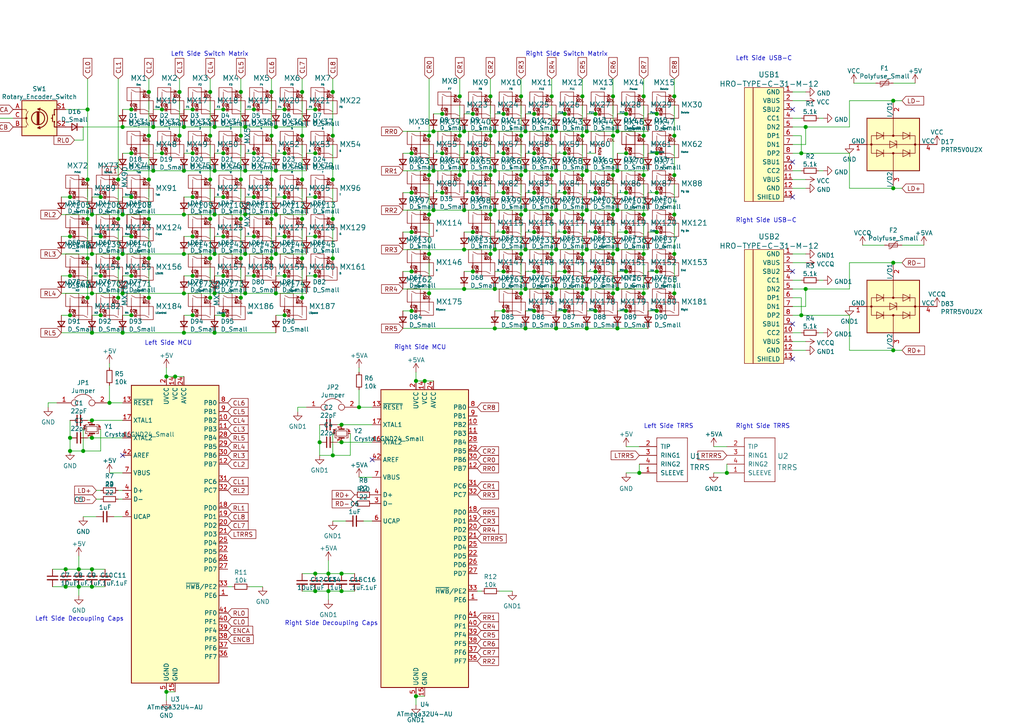
<source format=kicad_sch>
(kicad_sch (version 20210621) (generator eeschema)
  (paper "A4")
  (junction (at 19.05 165.1) (diameter 1.016))
  (junction (at 19.05 170.18) (diameter 1.016))
  (junction (at 20.32 57.15) (diameter 1.016))
  (junction (at 20.32 68.58) (diameter 1.016))
  (junction (at 20.32 80.01) (diameter 1.016))
  (junction (at 20.32 91.44) (diameter 1.016))
  (junction (at 20.32 127) (diameter 1.016))
  (junction (at 20.32 130.81) (diameter 1.016))
  (junction (at 22.86 165.1) (diameter 1.016))
  (junction (at 22.86 170.18) (diameter 1.016))
  (junction (at 24.13 130.81) (diameter 1.016))
  (junction (at 25.4 31.75) (diameter 1.016))
  (junction (at 25.4 52.07) (diameter 1.016))
  (junction (at 25.4 63.5) (diameter 1.016))
  (junction (at 25.4 74.93) (diameter 1.016))
  (junction (at 25.4 86.36) (diameter 1.016))
  (junction (at 26.67 62.23) (diameter 1.016))
  (junction (at 26.67 73.66) (diameter 1.016))
  (junction (at 26.67 85.09) (diameter 1.016))
  (junction (at 26.67 96.52) (diameter 1.016))
  (junction (at 26.67 121.92) (diameter 1.016))
  (junction (at 26.67 127) (diameter 1.016))
  (junction (at 26.67 165.1) (diameter 1.016))
  (junction (at 26.67 170.18) (diameter 1.016))
  (junction (at 29.21 57.15) (diameter 1.016))
  (junction (at 29.21 68.58) (diameter 1.016))
  (junction (at 29.21 80.01) (diameter 1.016))
  (junction (at 29.21 91.44) (diameter 1.016))
  (junction (at 31.75 116.84) (diameter 1.016))
  (junction (at 34.29 52.07) (diameter 1.016))
  (junction (at 34.29 63.5) (diameter 1.016))
  (junction (at 34.29 74.93) (diameter 1.016))
  (junction (at 34.29 86.36) (diameter 1.016))
  (junction (at 35.56 36.83) (diameter 1.016))
  (junction (at 35.56 62.23) (diameter 1.016))
  (junction (at 35.56 73.66) (diameter 1.016))
  (junction (at 35.56 85.09) (diameter 1.016))
  (junction (at 35.56 96.52) (diameter 1.016))
  (junction (at 38.1 31.75) (diameter 1.016))
  (junction (at 38.1 44.45) (diameter 1.016))
  (junction (at 38.1 57.15) (diameter 1.016))
  (junction (at 38.1 68.58) (diameter 1.016))
  (junction (at 38.1 80.01) (diameter 1.016))
  (junction (at 38.1 91.44) (diameter 1.016))
  (junction (at 43.18 26.67) (diameter 1.016))
  (junction (at 43.18 39.37) (diameter 1.016))
  (junction (at 43.18 52.07) (diameter 1.016))
  (junction (at 43.18 63.5) (diameter 1.016))
  (junction (at 43.18 74.93) (diameter 1.016))
  (junction (at 43.18 86.36) (diameter 1.016))
  (junction (at 44.45 36.83) (diameter 1.016))
  (junction (at 44.45 49.53) (diameter 1.016))
  (junction (at 46.99 31.75) (diameter 1.016))
  (junction (at 46.99 44.45) (diameter 1.016))
  (junction (at 48.26 109.22) (diameter 1.016))
  (junction (at 48.26 200.66) (diameter 1.016))
  (junction (at 50.8 109.22) (diameter 1.016))
  (junction (at 52.07 26.67) (diameter 1.016))
  (junction (at 52.07 39.37) (diameter 1.016))
  (junction (at 53.34 36.83) (diameter 1.016))
  (junction (at 53.34 49.53) (diameter 1.016))
  (junction (at 53.34 62.23) (diameter 1.016))
  (junction (at 53.34 73.66) (diameter 1.016))
  (junction (at 53.34 85.09) (diameter 1.016))
  (junction (at 53.34 96.52) (diameter 1.016))
  (junction (at 55.88 31.75) (diameter 1.016))
  (junction (at 55.88 44.45) (diameter 1.016))
  (junction (at 55.88 57.15) (diameter 1.016))
  (junction (at 55.88 68.58) (diameter 1.016))
  (junction (at 55.88 80.01) (diameter 1.016))
  (junction (at 55.88 91.44) (diameter 1.016))
  (junction (at 60.96 26.67) (diameter 1.016))
  (junction (at 60.96 39.37) (diameter 1.016))
  (junction (at 60.96 52.07) (diameter 1.016))
  (junction (at 60.96 63.5) (diameter 1.016))
  (junction (at 60.96 74.93) (diameter 1.016))
  (junction (at 60.96 86.36) (diameter 1.016))
  (junction (at 62.23 36.83) (diameter 1.016))
  (junction (at 62.23 49.53) (diameter 1.016))
  (junction (at 62.23 62.23) (diameter 1.016))
  (junction (at 62.23 73.66) (diameter 1.016))
  (junction (at 62.23 85.09) (diameter 1.016))
  (junction (at 62.23 96.52) (diameter 1.016))
  (junction (at 64.77 31.75) (diameter 1.016))
  (junction (at 64.77 44.45) (diameter 1.016))
  (junction (at 64.77 57.15) (diameter 1.016))
  (junction (at 64.77 68.58) (diameter 1.016))
  (junction (at 64.77 80.01) (diameter 1.016))
  (junction (at 64.77 91.44) (diameter 1.016))
  (junction (at 69.85 26.67) (diameter 1.016))
  (junction (at 69.85 39.37) (diameter 1.016))
  (junction (at 69.85 52.07) (diameter 1.016))
  (junction (at 69.85 63.5) (diameter 1.016))
  (junction (at 69.85 74.93) (diameter 1.016))
  (junction (at 69.85 86.36) (diameter 1.016))
  (junction (at 71.12 36.83) (diameter 1.016))
  (junction (at 71.12 49.53) (diameter 1.016))
  (junction (at 71.12 62.23) (diameter 1.016))
  (junction (at 71.12 73.66) (diameter 1.016))
  (junction (at 71.12 85.09) (diameter 1.016))
  (junction (at 73.66 31.75) (diameter 1.016))
  (junction (at 73.66 44.45) (diameter 1.016))
  (junction (at 73.66 57.15) (diameter 1.016))
  (junction (at 73.66 68.58) (diameter 1.016))
  (junction (at 73.66 80.01) (diameter 1.016))
  (junction (at 78.74 26.67) (diameter 1.016))
  (junction (at 78.74 39.37) (diameter 1.016))
  (junction (at 78.74 52.07) (diameter 1.016))
  (junction (at 78.74 63.5) (diameter 1.016))
  (junction (at 78.74 74.93) (diameter 1.016))
  (junction (at 80.01 36.83) (diameter 1.016))
  (junction (at 80.01 49.53) (diameter 1.016))
  (junction (at 80.01 62.23) (diameter 1.016))
  (junction (at 80.01 73.66) (diameter 1.016))
  (junction (at 80.01 85.09) (diameter 1.016))
  (junction (at 82.55 31.75) (diameter 1.016))
  (junction (at 82.55 44.45) (diameter 1.016))
  (junction (at 82.55 57.15) (diameter 1.016))
  (junction (at 82.55 68.58) (diameter 1.016))
  (junction (at 82.55 80.01) (diameter 1.016))
  (junction (at 82.55 91.44) (diameter 1.016))
  (junction (at 87.63 26.67) (diameter 1.016))
  (junction (at 87.63 39.37) (diameter 1.016))
  (junction (at 87.63 52.07) (diameter 1.016))
  (junction (at 87.63 63.5) (diameter 1.016))
  (junction (at 87.63 74.93) (diameter 1.016))
  (junction (at 87.63 86.36) (diameter 1.016))
  (junction (at 91.44 31.75) (diameter 1.016))
  (junction (at 91.44 44.45) (diameter 1.016))
  (junction (at 91.44 57.15) (diameter 1.016))
  (junction (at 91.44 68.58) (diameter 1.016))
  (junction (at 91.44 80.01) (diameter 1.016))
  (junction (at 91.44 166.37) (diameter 1.016))
  (junction (at 91.44 171.45) (diameter 1.016))
  (junction (at 92.71 128.27) (diameter 1.016))
  (junction (at 95.25 166.37) (diameter 1.016))
  (junction (at 95.25 171.45) (diameter 1.016))
  (junction (at 96.52 26.67) (diameter 1.016))
  (junction (at 96.52 39.37) (diameter 1.016))
  (junction (at 96.52 52.07) (diameter 1.016))
  (junction (at 96.52 63.5) (diameter 1.016))
  (junction (at 96.52 74.93) (diameter 1.016))
  (junction (at 96.52 132.08) (diameter 1.016))
  (junction (at 99.06 123.19) (diameter 1.016))
  (junction (at 99.06 128.27) (diameter 1.016))
  (junction (at 99.06 166.37) (diameter 1.016))
  (junction (at 99.06 171.45) (diameter 1.016))
  (junction (at 104.14 118.11) (diameter 1.016))
  (junction (at 119.38 44.45) (diameter 1.016))
  (junction (at 119.38 55.88) (diameter 1.016))
  (junction (at 119.38 67.31) (diameter 1.016))
  (junction (at 119.38 78.74) (diameter 1.016))
  (junction (at 119.38 90.17) (diameter 1.016))
  (junction (at 120.65 110.49) (diameter 1.016))
  (junction (at 120.65 201.93) (diameter 1.016))
  (junction (at 123.19 110.49) (diameter 1.016))
  (junction (at 124.46 39.37) (diameter 1.016))
  (junction (at 124.46 50.8) (diameter 1.016))
  (junction (at 124.46 62.23) (diameter 1.016))
  (junction (at 124.46 73.66) (diameter 1.016))
  (junction (at 124.46 85.09) (diameter 1.016))
  (junction (at 125.73 38.1) (diameter 1.016))
  (junction (at 125.73 49.53) (diameter 1.016))
  (junction (at 125.73 60.96) (diameter 1.016))
  (junction (at 128.27 33.02) (diameter 1.016))
  (junction (at 128.27 44.45) (diameter 1.016))
  (junction (at 128.27 55.88) (diameter 1.016))
  (junction (at 133.35 27.94) (diameter 1.016))
  (junction (at 133.35 39.37) (diameter 1.016))
  (junction (at 133.35 50.8) (diameter 1.016))
  (junction (at 134.62 38.1) (diameter 1.016))
  (junction (at 134.62 49.53) (diameter 1.016))
  (junction (at 134.62 60.96) (diameter 1.016))
  (junction (at 134.62 72.39) (diameter 1.016))
  (junction (at 134.62 83.82) (diameter 1.016))
  (junction (at 137.16 33.02) (diameter 1.016))
  (junction (at 137.16 44.45) (diameter 1.016))
  (junction (at 137.16 55.88) (diameter 1.016))
  (junction (at 137.16 67.31) (diameter 1.016))
  (junction (at 137.16 78.74) (diameter 1.016))
  (junction (at 142.24 27.94) (diameter 1.016))
  (junction (at 142.24 39.37) (diameter 1.016))
  (junction (at 142.24 50.8) (diameter 1.016))
  (junction (at 142.24 62.23) (diameter 1.016))
  (junction (at 142.24 73.66) (diameter 1.016))
  (junction (at 143.51 38.1) (diameter 1.016))
  (junction (at 143.51 49.53) (diameter 1.016))
  (junction (at 143.51 60.96) (diameter 1.016))
  (junction (at 143.51 72.39) (diameter 1.016))
  (junction (at 143.51 83.82) (diameter 1.016))
  (junction (at 143.51 95.25) (diameter 1.016))
  (junction (at 146.05 33.02) (diameter 1.016))
  (junction (at 146.05 44.45) (diameter 1.016))
  (junction (at 146.05 55.88) (diameter 1.016))
  (junction (at 146.05 67.31) (diameter 1.016))
  (junction (at 146.05 78.74) (diameter 1.016))
  (junction (at 146.05 90.17) (diameter 1.016))
  (junction (at 151.13 27.94) (diameter 1.016))
  (junction (at 151.13 39.37) (diameter 1.016))
  (junction (at 151.13 50.8) (diameter 1.016))
  (junction (at 151.13 62.23) (diameter 1.016))
  (junction (at 151.13 73.66) (diameter 1.016))
  (junction (at 151.13 85.09) (diameter 1.016))
  (junction (at 152.4 38.1) (diameter 1.016))
  (junction (at 152.4 49.53) (diameter 1.016))
  (junction (at 152.4 60.96) (diameter 1.016))
  (junction (at 152.4 72.39) (diameter 1.016))
  (junction (at 152.4 83.82) (diameter 1.016))
  (junction (at 152.4 95.25) (diameter 1.016))
  (junction (at 154.94 33.02) (diameter 1.016))
  (junction (at 154.94 44.45) (diameter 1.016))
  (junction (at 154.94 55.88) (diameter 1.016))
  (junction (at 154.94 67.31) (diameter 1.016))
  (junction (at 154.94 78.74) (diameter 1.016))
  (junction (at 154.94 90.17) (diameter 1.016))
  (junction (at 160.02 27.94) (diameter 1.016))
  (junction (at 160.02 39.37) (diameter 1.016))
  (junction (at 160.02 50.8) (diameter 1.016))
  (junction (at 160.02 62.23) (diameter 1.016))
  (junction (at 160.02 73.66) (diameter 1.016))
  (junction (at 160.02 85.09) (diameter 1.016))
  (junction (at 161.29 38.1) (diameter 1.016))
  (junction (at 161.29 49.53) (diameter 1.016))
  (junction (at 161.29 60.96) (diameter 1.016))
  (junction (at 161.29 72.39) (diameter 1.016))
  (junction (at 161.29 83.82) (diameter 1.016))
  (junction (at 161.29 95.25) (diameter 1.016))
  (junction (at 163.83 33.02) (diameter 1.016))
  (junction (at 163.83 44.45) (diameter 1.016))
  (junction (at 163.83 55.88) (diameter 1.016))
  (junction (at 163.83 67.31) (diameter 1.016))
  (junction (at 163.83 78.74) (diameter 1.016))
  (junction (at 163.83 90.17) (diameter 1.016))
  (junction (at 168.91 27.94) (diameter 1.016))
  (junction (at 168.91 39.37) (diameter 1.016))
  (junction (at 168.91 50.8) (diameter 1.016))
  (junction (at 168.91 62.23) (diameter 1.016))
  (junction (at 168.91 73.66) (diameter 1.016))
  (junction (at 168.91 85.09) (diameter 1.016))
  (junction (at 170.18 38.1) (diameter 1.016))
  (junction (at 170.18 49.53) (diameter 1.016))
  (junction (at 170.18 60.96) (diameter 1.016))
  (junction (at 170.18 72.39) (diameter 1.016))
  (junction (at 170.18 83.82) (diameter 1.016))
  (junction (at 170.18 95.25) (diameter 1.016))
  (junction (at 172.72 33.02) (diameter 1.016))
  (junction (at 172.72 55.88) (diameter 1.016))
  (junction (at 172.72 67.31) (diameter 1.016))
  (junction (at 172.72 78.74) (diameter 1.016))
  (junction (at 172.72 90.17) (diameter 1.016))
  (junction (at 177.8 27.94) (diameter 1.016))
  (junction (at 177.8 39.37) (diameter 1.016))
  (junction (at 177.8 50.8) (diameter 1.016))
  (junction (at 177.8 62.23) (diameter 1.016))
  (junction (at 177.8 73.66) (diameter 1.016))
  (junction (at 177.8 85.09) (diameter 1.016))
  (junction (at 179.07 38.1) (diameter 1.016))
  (junction (at 179.07 49.53) (diameter 1.016))
  (junction (at 179.07 60.96) (diameter 1.016))
  (junction (at 179.07 72.39) (diameter 1.016))
  (junction (at 179.07 83.82) (diameter 1.016))
  (junction (at 179.07 95.25) (diameter 1.016))
  (junction (at 181.61 33.02) (diameter 1.016))
  (junction (at 181.61 44.45) (diameter 1.016))
  (junction (at 181.61 55.88) (diameter 1.016))
  (junction (at 181.61 67.31) (diameter 1.016))
  (junction (at 181.61 78.74) (diameter 1.016))
  (junction (at 181.61 90.17) (diameter 1.016))
  (junction (at 185.42 137.16) (diameter 1.016))
  (junction (at 186.69 27.94) (diameter 1.016))
  (junction (at 186.69 39.37) (diameter 1.016))
  (junction (at 186.69 50.8) (diameter 1.016))
  (junction (at 186.69 62.23) (diameter 1.016))
  (junction (at 186.69 73.66) (diameter 1.016))
  (junction (at 186.69 85.09) (diameter 1.016))
  (junction (at 190.5 33.02) (diameter 1.016))
  (junction (at 190.5 44.45) (diameter 1.016))
  (junction (at 190.5 55.88) (diameter 1.016))
  (junction (at 190.5 67.31) (diameter 1.016))
  (junction (at 190.5 78.74) (diameter 1.016))
  (junction (at 190.5 90.17) (diameter 1.016))
  (junction (at 195.58 27.94) (diameter 1.016))
  (junction (at 195.58 39.37) (diameter 1.016))
  (junction (at 195.58 50.8) (diameter 1.016))
  (junction (at 195.58 62.23) (diameter 1.016))
  (junction (at 195.58 73.66) (diameter 1.016))
  (junction (at 195.58 85.09) (diameter 1.016))
  (junction (at 210.82 137.16) (diameter 1.016))
  (junction (at 232.41 44.45) (diameter 1.016))
  (junction (at 232.41 91.44) (diameter 1.016))
  (junction (at 233.68 36.83) (diameter 1.016))
  (junction (at 233.68 83.82) (diameter 1.016))
  (junction (at 259.08 29.21) (diameter 1.016))
  (junction (at 259.08 54.61) (diameter 1.016))
  (junction (at 259.08 76.2) (diameter 1.016))
  (junction (at 259.08 101.6) (diameter 1.016))
  (no_connect (at 35.56 132.08))
  (no_connect (at 107.95 133.35))
  (no_connect (at 229.87 31.75))
  (no_connect (at 229.87 46.99))
  (no_connect (at 229.87 57.15))
  (no_connect (at 229.87 78.74))
  (no_connect (at 229.87 93.98))
  (no_connect (at 229.87 104.14))
  (wire (pts (xy -5.08 34.29) (xy 3.81 34.29)))
  (wire (pts (xy -5.08 38.1) (xy -5.08 34.29)))
  (wire (pts (xy 13.97 116.84) (xy 16.51 116.84)))
  (wire (pts (xy 13.97 118.11) (xy 13.97 116.84)))
  (wire (pts (xy 15.24 165.1) (xy 19.05 165.1)))
  (wire (pts (xy 15.24 170.18) (xy 19.05 170.18)))
  (wire (pts (xy 17.78 57.15) (xy 20.32 57.15)))
  (wire (pts (xy 17.78 62.23) (xy 26.67 62.23)))
  (wire (pts (xy 17.78 68.58) (xy 20.32 68.58)))
  (wire (pts (xy 17.78 73.66) (xy 26.67 73.66)))
  (wire (pts (xy 17.78 80.01) (xy 20.32 80.01)))
  (wire (pts (xy 17.78 85.09) (xy 26.67 85.09)))
  (wire (pts (xy 17.78 91.44) (xy 20.32 91.44)))
  (wire (pts (xy 17.78 96.52) (xy 26.67 96.52)))
  (wire (pts (xy 19.05 31.75) (xy 25.4 31.75)))
  (wire (pts (xy 19.05 165.1) (xy 22.86 165.1)))
  (wire (pts (xy 19.05 170.18) (xy 22.86 170.18)))
  (wire (pts (xy 20.32 121.92) (xy 20.32 127)))
  (wire (pts (xy 20.32 127) (xy 20.32 130.81)))
  (wire (pts (xy 20.32 130.81) (xy 24.13 130.81)))
  (wire (pts (xy 21.59 40.64) (xy 24.13 40.64)))
  (wire (pts (xy 22.86 161.29) (xy 22.86 165.1)))
  (wire (pts (xy 22.86 165.1) (xy 26.67 165.1)))
  (wire (pts (xy 22.86 170.18) (xy 22.86 172.72)))
  (wire (pts (xy 22.86 170.18) (xy 26.67 170.18)))
  (wire (pts (xy 24.13 36.83) (xy 24.13 40.64)))
  (wire (pts (xy 24.13 36.83) (xy 35.56 36.83)))
  (wire (pts (xy 24.13 124.46) (xy 24.13 130.81)))
  (wire (pts (xy 24.13 130.81) (xy 29.21 130.81)))
  (wire (pts (xy 24.13 149.86) (xy 27.94 149.86)))
  (wire (pts (xy 25.4 22.86) (xy 25.4 31.75)))
  (wire (pts (xy 25.4 31.75) (xy 25.4 52.07)))
  (wire (pts (xy 25.4 52.07) (xy 25.4 63.5)))
  (wire (pts (xy 25.4 63.5) (xy 25.4 74.93)))
  (wire (pts (xy 25.4 74.93) (xy 25.4 86.36)))
  (wire (pts (xy 25.4 121.92) (xy 26.67 121.92)))
  (wire (pts (xy 25.4 127) (xy 26.67 127)))
  (wire (pts (xy 26.67 57.15) (xy 29.21 57.15)))
  (wire (pts (xy 26.67 62.23) (xy 35.56 62.23)))
  (wire (pts (xy 26.67 68.58) (xy 29.21 68.58)))
  (wire (pts (xy 26.67 73.66) (xy 35.56 73.66)))
  (wire (pts (xy 26.67 80.01) (xy 29.21 80.01)))
  (wire (pts (xy 26.67 85.09) (xy 35.56 85.09)))
  (wire (pts (xy 26.67 91.44) (xy 29.21 91.44)))
  (wire (pts (xy 26.67 96.52) (xy 35.56 96.52)))
  (wire (pts (xy 26.67 121.92) (xy 35.56 121.92)))
  (wire (pts (xy 26.67 127) (xy 35.56 127)))
  (wire (pts (xy 26.67 165.1) (xy 30.48 165.1)))
  (wire (pts (xy 26.67 170.18) (xy 30.48 170.18)))
  (wire (pts (xy 27.94 142.24) (xy 29.21 142.24)))
  (wire (pts (xy 27.94 144.78) (xy 29.21 144.78)))
  (wire (pts (xy 29.21 124.46) (xy 29.21 130.81)))
  (wire (pts (xy 31.75 105.41) (xy 31.75 106.68)))
  (wire (pts (xy 31.75 111.76) (xy 31.75 116.84)))
  (wire (pts (xy 31.75 116.84) (xy 35.56 116.84)))
  (wire (pts (xy 31.75 137.16) (xy 35.56 137.16)))
  (wire (pts (xy 33.02 149.86) (xy 35.56 149.86)))
  (wire (pts (xy 34.29 22.86) (xy 34.29 52.07)))
  (wire (pts (xy 34.29 52.07) (xy 34.29 63.5)))
  (wire (pts (xy 34.29 63.5) (xy 34.29 74.93)))
  (wire (pts (xy 34.29 74.93) (xy 34.29 86.36)))
  (wire (pts (xy 34.29 142.24) (xy 35.56 142.24)))
  (wire (pts (xy 34.29 144.78) (xy 35.56 144.78)))
  (wire (pts (xy 35.56 31.75) (xy 38.1 31.75)))
  (wire (pts (xy 35.56 36.83) (xy 44.45 36.83)))
  (wire (pts (xy 35.56 44.45) (xy 38.1 44.45)))
  (wire (pts (xy 35.56 49.53) (xy 44.45 49.53)))
  (wire (pts (xy 35.56 57.15) (xy 38.1 57.15)))
  (wire (pts (xy 35.56 62.23) (xy 53.34 62.23)))
  (wire (pts (xy 35.56 68.58) (xy 38.1 68.58)))
  (wire (pts (xy 35.56 73.66) (xy 53.34 73.66)))
  (wire (pts (xy 35.56 80.01) (xy 38.1 80.01)))
  (wire (pts (xy 35.56 85.09) (xy 53.34 85.09)))
  (wire (pts (xy 35.56 91.44) (xy 38.1 91.44)))
  (wire (pts (xy 35.56 96.52) (xy 53.34 96.52)))
  (wire (pts (xy 43.18 22.86) (xy 43.18 26.67)))
  (wire (pts (xy 43.18 26.67) (xy 43.18 39.37)))
  (wire (pts (xy 43.18 39.37) (xy 43.18 52.07)))
  (wire (pts (xy 43.18 52.07) (xy 43.18 63.5)))
  (wire (pts (xy 43.18 63.5) (xy 43.18 74.93)))
  (wire (pts (xy 43.18 74.93) (xy 43.18 86.36)))
  (wire (pts (xy 44.45 31.75) (xy 46.99 31.75)))
  (wire (pts (xy 44.45 36.83) (xy 53.34 36.83)))
  (wire (pts (xy 44.45 44.45) (xy 46.99 44.45)))
  (wire (pts (xy 44.45 49.53) (xy 53.34 49.53)))
  (wire (pts (xy 48.26 109.22) (xy 48.26 106.68)))
  (wire (pts (xy 48.26 109.22) (xy 50.8 109.22)))
  (wire (pts (xy 48.26 200.66) (xy 48.26 203.2)))
  (wire (pts (xy 48.26 200.66) (xy 50.8 200.66)))
  (wire (pts (xy 52.07 22.86) (xy 52.07 26.67)))
  (wire (pts (xy 52.07 26.67) (xy 52.07 39.37)))
  (wire (pts (xy 53.34 31.75) (xy 55.88 31.75)))
  (wire (pts (xy 53.34 36.83) (xy 62.23 36.83)))
  (wire (pts (xy 53.34 44.45) (xy 55.88 44.45)))
  (wire (pts (xy 53.34 49.53) (xy 62.23 49.53)))
  (wire (pts (xy 53.34 57.15) (xy 55.88 57.15)))
  (wire (pts (xy 53.34 62.23) (xy 62.23 62.23)))
  (wire (pts (xy 53.34 68.58) (xy 55.88 68.58)))
  (wire (pts (xy 53.34 73.66) (xy 62.23 73.66)))
  (wire (pts (xy 53.34 80.01) (xy 55.88 80.01)))
  (wire (pts (xy 53.34 85.09) (xy 62.23 85.09)))
  (wire (pts (xy 53.34 91.44) (xy 55.88 91.44)))
  (wire (pts (xy 53.34 96.52) (xy 62.23 96.52)))
  (wire (pts (xy 53.34 109.22) (xy 50.8 109.22)))
  (wire (pts (xy 60.96 22.86) (xy 60.96 26.67)))
  (wire (pts (xy 60.96 26.67) (xy 60.96 39.37)))
  (wire (pts (xy 60.96 39.37) (xy 60.96 52.07)))
  (wire (pts (xy 60.96 52.07) (xy 60.96 63.5)))
  (wire (pts (xy 60.96 63.5) (xy 60.96 74.93)))
  (wire (pts (xy 60.96 74.93) (xy 60.96 86.36)))
  (wire (pts (xy 62.23 31.75) (xy 64.77 31.75)))
  (wire (pts (xy 62.23 36.83) (xy 71.12 36.83)))
  (wire (pts (xy 62.23 44.45) (xy 64.77 44.45)))
  (wire (pts (xy 62.23 49.53) (xy 71.12 49.53)))
  (wire (pts (xy 62.23 57.15) (xy 64.77 57.15)))
  (wire (pts (xy 62.23 62.23) (xy 71.12 62.23)))
  (wire (pts (xy 62.23 68.58) (xy 64.77 68.58)))
  (wire (pts (xy 62.23 73.66) (xy 71.12 73.66)))
  (wire (pts (xy 62.23 80.01) (xy 64.77 80.01)))
  (wire (pts (xy 62.23 85.09) (xy 71.12 85.09)))
  (wire (pts (xy 62.23 91.44) (xy 64.77 91.44)))
  (wire (pts (xy 62.23 96.52) (xy 80.01 96.52)))
  (wire (pts (xy 66.04 170.18) (xy 67.31 170.18)))
  (wire (pts (xy 69.85 22.86) (xy 69.85 26.67)))
  (wire (pts (xy 69.85 26.67) (xy 69.85 39.37)))
  (wire (pts (xy 69.85 39.37) (xy 69.85 52.07)))
  (wire (pts (xy 69.85 52.07) (xy 69.85 63.5)))
  (wire (pts (xy 69.85 63.5) (xy 69.85 74.93)))
  (wire (pts (xy 69.85 74.93) (xy 69.85 86.36)))
  (wire (pts (xy 71.12 31.75) (xy 73.66 31.75)))
  (wire (pts (xy 71.12 36.83) (xy 80.01 36.83)))
  (wire (pts (xy 71.12 44.45) (xy 73.66 44.45)))
  (wire (pts (xy 71.12 49.53) (xy 80.01 49.53)))
  (wire (pts (xy 71.12 57.15) (xy 73.66 57.15)))
  (wire (pts (xy 71.12 62.23) (xy 80.01 62.23)))
  (wire (pts (xy 71.12 68.58) (xy 73.66 68.58)))
  (wire (pts (xy 71.12 73.66) (xy 80.01 73.66)))
  (wire (pts (xy 71.12 80.01) (xy 73.66 80.01)))
  (wire (pts (xy 71.12 85.09) (xy 80.01 85.09)))
  (wire (pts (xy 72.39 170.18) (xy 76.2 170.18)))
  (wire (pts (xy 78.74 22.86) (xy 78.74 26.67)))
  (wire (pts (xy 78.74 26.67) (xy 78.74 39.37)))
  (wire (pts (xy 78.74 39.37) (xy 78.74 52.07)))
  (wire (pts (xy 78.74 52.07) (xy 78.74 63.5)))
  (wire (pts (xy 78.74 63.5) (xy 78.74 74.93)))
  (wire (pts (xy 80.01 31.75) (xy 82.55 31.75)))
  (wire (pts (xy 80.01 36.83) (xy 88.9 36.83)))
  (wire (pts (xy 80.01 44.45) (xy 82.55 44.45)))
  (wire (pts (xy 80.01 49.53) (xy 88.9 49.53)))
  (wire (pts (xy 80.01 57.15) (xy 82.55 57.15)))
  (wire (pts (xy 80.01 62.23) (xy 88.9 62.23)))
  (wire (pts (xy 80.01 68.58) (xy 82.55 68.58)))
  (wire (pts (xy 80.01 73.66) (xy 88.9 73.66)))
  (wire (pts (xy 80.01 80.01) (xy 82.55 80.01)))
  (wire (pts (xy 80.01 85.09) (xy 88.9 85.09)))
  (wire (pts (xy 80.01 91.44) (xy 82.55 91.44)))
  (wire (pts (xy 86.36 118.11) (xy 88.9 118.11)))
  (wire (pts (xy 86.36 119.38) (xy 86.36 118.11)))
  (wire (pts (xy 87.63 22.86) (xy 87.63 26.67)))
  (wire (pts (xy 87.63 26.67) (xy 87.63 39.37)))
  (wire (pts (xy 87.63 39.37) (xy 87.63 52.07)))
  (wire (pts (xy 87.63 52.07) (xy 87.63 63.5)))
  (wire (pts (xy 87.63 63.5) (xy 87.63 74.93)))
  (wire (pts (xy 87.63 74.93) (xy 87.63 86.36)))
  (wire (pts (xy 87.63 166.37) (xy 91.44 166.37)))
  (wire (pts (xy 87.63 171.45) (xy 91.44 171.45)))
  (wire (pts (xy 88.9 31.75) (xy 91.44 31.75)))
  (wire (pts (xy 88.9 44.45) (xy 91.44 44.45)))
  (wire (pts (xy 88.9 57.15) (xy 91.44 57.15)))
  (wire (pts (xy 88.9 68.58) (xy 91.44 68.58)))
  (wire (pts (xy 88.9 80.01) (xy 91.44 80.01)))
  (wire (pts (xy 91.44 166.37) (xy 95.25 166.37)))
  (wire (pts (xy 91.44 171.45) (xy 95.25 171.45)))
  (wire (pts (xy 92.71 123.19) (xy 92.71 128.27)))
  (wire (pts (xy 92.71 128.27) (xy 92.71 132.08)))
  (wire (pts (xy 92.71 132.08) (xy 96.52 132.08)))
  (wire (pts (xy 95.25 162.56) (xy 95.25 166.37)))
  (wire (pts (xy 95.25 166.37) (xy 99.06 166.37)))
  (wire (pts (xy 95.25 171.45) (xy 95.25 173.99)))
  (wire (pts (xy 95.25 171.45) (xy 99.06 171.45)))
  (wire (pts (xy 96.52 22.86) (xy 96.52 26.67)))
  (wire (pts (xy 96.52 26.67) (xy 96.52 39.37)))
  (wire (pts (xy 96.52 39.37) (xy 96.52 52.07)))
  (wire (pts (xy 96.52 52.07) (xy 96.52 63.5)))
  (wire (pts (xy 96.52 63.5) (xy 96.52 74.93)))
  (wire (pts (xy 96.52 125.73) (xy 96.52 132.08)))
  (wire (pts (xy 96.52 132.08) (xy 101.6 132.08)))
  (wire (pts (xy 96.52 151.13) (xy 100.33 151.13)))
  (wire (pts (xy 97.79 123.19) (xy 99.06 123.19)))
  (wire (pts (xy 97.79 128.27) (xy 99.06 128.27)))
  (wire (pts (xy 99.06 123.19) (xy 107.95 123.19)))
  (wire (pts (xy 99.06 128.27) (xy 107.95 128.27)))
  (wire (pts (xy 99.06 166.37) (xy 102.87 166.37)))
  (wire (pts (xy 99.06 171.45) (xy 102.87 171.45)))
  (wire (pts (xy 101.6 125.73) (xy 101.6 132.08)))
  (wire (pts (xy 104.14 106.68) (xy 104.14 107.95)))
  (wire (pts (xy 104.14 113.03) (xy 104.14 118.11)))
  (wire (pts (xy 104.14 118.11) (xy 107.95 118.11)))
  (wire (pts (xy 104.14 138.43) (xy 107.95 138.43)))
  (wire (pts (xy 105.41 151.13) (xy 107.95 151.13)))
  (wire (pts (xy 116.84 38.1) (xy 125.73 38.1)))
  (wire (pts (xy 116.84 44.45) (xy 119.38 44.45)))
  (wire (pts (xy 116.84 49.53) (xy 125.73 49.53)))
  (wire (pts (xy 116.84 55.88) (xy 119.38 55.88)))
  (wire (pts (xy 116.84 60.96) (xy 125.73 60.96)))
  (wire (pts (xy 116.84 67.31) (xy 119.38 67.31)))
  (wire (pts (xy 116.84 72.39) (xy 134.62 72.39)))
  (wire (pts (xy 116.84 78.74) (xy 119.38 78.74)))
  (wire (pts (xy 116.84 83.82) (xy 134.62 83.82)))
  (wire (pts (xy 116.84 90.17) (xy 119.38 90.17)))
  (wire (pts (xy 116.84 95.25) (xy 143.51 95.25)))
  (wire (pts (xy 120.65 110.49) (xy 120.65 107.95)))
  (wire (pts (xy 120.65 110.49) (xy 123.19 110.49)))
  (wire (pts (xy 120.65 201.93) (xy 120.65 204.47)))
  (wire (pts (xy 120.65 201.93) (xy 123.19 201.93)))
  (wire (pts (xy 123.19 110.49) (xy 125.73 110.49)))
  (wire (pts (xy 124.46 22.86) (xy 124.46 39.37)))
  (wire (pts (xy 124.46 39.37) (xy 124.46 50.8)))
  (wire (pts (xy 124.46 50.8) (xy 124.46 62.23)))
  (wire (pts (xy 124.46 62.23) (xy 124.46 73.66)))
  (wire (pts (xy 124.46 73.66) (xy 124.46 85.09)))
  (wire (pts (xy 125.73 33.02) (xy 128.27 33.02)))
  (wire (pts (xy 125.73 38.1) (xy 134.62 38.1)))
  (wire (pts (xy 125.73 44.45) (xy 128.27 44.45)))
  (wire (pts (xy 125.73 49.53) (xy 134.62 49.53)))
  (wire (pts (xy 125.73 55.88) (xy 128.27 55.88)))
  (wire (pts (xy 125.73 60.96) (xy 134.62 60.96)))
  (wire (pts (xy 133.35 22.86) (xy 133.35 27.94)))
  (wire (pts (xy 133.35 27.94) (xy 133.35 39.37)))
  (wire (pts (xy 133.35 39.37) (xy 133.35 50.8)))
  (wire (pts (xy 134.62 33.02) (xy 137.16 33.02)))
  (wire (pts (xy 134.62 38.1) (xy 143.51 38.1)))
  (wire (pts (xy 134.62 44.45) (xy 137.16 44.45)))
  (wire (pts (xy 134.62 49.53) (xy 143.51 49.53)))
  (wire (pts (xy 134.62 55.88) (xy 137.16 55.88)))
  (wire (pts (xy 134.62 60.96) (xy 143.51 60.96)))
  (wire (pts (xy 134.62 67.31) (xy 137.16 67.31)))
  (wire (pts (xy 134.62 72.39) (xy 143.51 72.39)))
  (wire (pts (xy 134.62 78.74) (xy 137.16 78.74)))
  (wire (pts (xy 134.62 83.82) (xy 143.51 83.82)))
  (wire (pts (xy 138.43 171.45) (xy 139.7 171.45)))
  (wire (pts (xy 142.24 22.86) (xy 142.24 27.94)))
  (wire (pts (xy 142.24 27.94) (xy 142.24 39.37)))
  (wire (pts (xy 142.24 39.37) (xy 142.24 50.8)))
  (wire (pts (xy 142.24 50.8) (xy 142.24 62.23)))
  (wire (pts (xy 142.24 62.23) (xy 142.24 73.66)))
  (wire (pts (xy 143.51 33.02) (xy 146.05 33.02)))
  (wire (pts (xy 143.51 38.1) (xy 152.4 38.1)))
  (wire (pts (xy 143.51 44.45) (xy 146.05 44.45)))
  (wire (pts (xy 143.51 49.53) (xy 152.4 49.53)))
  (wire (pts (xy 143.51 55.88) (xy 146.05 55.88)))
  (wire (pts (xy 143.51 60.96) (xy 152.4 60.96)))
  (wire (pts (xy 143.51 67.31) (xy 146.05 67.31)))
  (wire (pts (xy 143.51 72.39) (xy 152.4 72.39)))
  (wire (pts (xy 143.51 78.74) (xy 146.05 78.74)))
  (wire (pts (xy 143.51 83.82) (xy 152.4 83.82)))
  (wire (pts (xy 143.51 90.17) (xy 146.05 90.17)))
  (wire (pts (xy 143.51 95.25) (xy 152.4 95.25)))
  (wire (pts (xy 144.78 171.45) (xy 148.59 171.45)))
  (wire (pts (xy 151.13 22.86) (xy 151.13 27.94)))
  (wire (pts (xy 151.13 27.94) (xy 151.13 39.37)))
  (wire (pts (xy 151.13 39.37) (xy 151.13 50.8)))
  (wire (pts (xy 151.13 50.8) (xy 151.13 62.23)))
  (wire (pts (xy 151.13 62.23) (xy 151.13 73.66)))
  (wire (pts (xy 151.13 73.66) (xy 151.13 85.09)))
  (wire (pts (xy 152.4 33.02) (xy 154.94 33.02)))
  (wire (pts (xy 152.4 38.1) (xy 161.29 38.1)))
  (wire (pts (xy 152.4 44.45) (xy 154.94 44.45)))
  (wire (pts (xy 152.4 49.53) (xy 161.29 49.53)))
  (wire (pts (xy 152.4 55.88) (xy 154.94 55.88)))
  (wire (pts (xy 152.4 60.96) (xy 161.29 60.96)))
  (wire (pts (xy 152.4 67.31) (xy 154.94 67.31)))
  (wire (pts (xy 152.4 72.39) (xy 161.29 72.39)))
  (wire (pts (xy 152.4 78.74) (xy 154.94 78.74)))
  (wire (pts (xy 152.4 83.82) (xy 161.29 83.82)))
  (wire (pts (xy 152.4 90.17) (xy 154.94 90.17)))
  (wire (pts (xy 152.4 95.25) (xy 161.29 95.25)))
  (wire (pts (xy 160.02 22.86) (xy 160.02 27.94)))
  (wire (pts (xy 160.02 27.94) (xy 160.02 39.37)))
  (wire (pts (xy 160.02 39.37) (xy 160.02 50.8)))
  (wire (pts (xy 160.02 50.8) (xy 160.02 62.23)))
  (wire (pts (xy 160.02 62.23) (xy 160.02 73.66)))
  (wire (pts (xy 160.02 73.66) (xy 160.02 85.09)))
  (wire (pts (xy 161.29 33.02) (xy 163.83 33.02)))
  (wire (pts (xy 161.29 38.1) (xy 170.18 38.1)))
  (wire (pts (xy 161.29 44.45) (xy 163.83 44.45)))
  (wire (pts (xy 161.29 49.53) (xy 170.18 49.53)))
  (wire (pts (xy 161.29 55.88) (xy 163.83 55.88)))
  (wire (pts (xy 161.29 60.96) (xy 170.18 60.96)))
  (wire (pts (xy 161.29 67.31) (xy 163.83 67.31)))
  (wire (pts (xy 161.29 72.39) (xy 170.18 72.39)))
  (wire (pts (xy 161.29 78.74) (xy 163.83 78.74)))
  (wire (pts (xy 161.29 83.82) (xy 170.18 83.82)))
  (wire (pts (xy 161.29 90.17) (xy 163.83 90.17)))
  (wire (pts (xy 161.29 95.25) (xy 170.18 95.25)))
  (wire (pts (xy 168.91 22.86) (xy 168.91 27.94)))
  (wire (pts (xy 168.91 27.94) (xy 168.91 39.37)))
  (wire (pts (xy 168.91 39.37) (xy 168.91 50.8)))
  (wire (pts (xy 168.91 50.8) (xy 168.91 62.23)))
  (wire (pts (xy 168.91 62.23) (xy 168.91 73.66)))
  (wire (pts (xy 168.91 73.66) (xy 168.91 85.09)))
  (wire (pts (xy 170.18 33.02) (xy 172.72 33.02)))
  (wire (pts (xy 170.18 38.1) (xy 179.07 38.1)))
  (wire (pts (xy 170.18 44.45) (xy 172.72 44.45)))
  (wire (pts (xy 170.18 49.53) (xy 179.07 49.53)))
  (wire (pts (xy 170.18 55.88) (xy 172.72 55.88)))
  (wire (pts (xy 170.18 60.96) (xy 179.07 60.96)))
  (wire (pts (xy 170.18 67.31) (xy 172.72 67.31)))
  (wire (pts (xy 170.18 72.39) (xy 179.07 72.39)))
  (wire (pts (xy 170.18 78.74) (xy 172.72 78.74)))
  (wire (pts (xy 170.18 83.82) (xy 179.07 83.82)))
  (wire (pts (xy 170.18 90.17) (xy 172.72 90.17)))
  (wire (pts (xy 170.18 95.25) (xy 179.07 95.25)))
  (wire (pts (xy 177.8 22.86) (xy 177.8 27.94)))
  (wire (pts (xy 177.8 27.94) (xy 177.8 39.37)))
  (wire (pts (xy 177.8 39.37) (xy 177.8 50.8)))
  (wire (pts (xy 177.8 50.8) (xy 177.8 62.23)))
  (wire (pts (xy 177.8 62.23) (xy 177.8 73.66)))
  (wire (pts (xy 177.8 73.66) (xy 177.8 85.09)))
  (wire (pts (xy 179.07 33.02) (xy 181.61 33.02)))
  (wire (pts (xy 179.07 38.1) (xy 187.96 38.1)))
  (wire (pts (xy 179.07 44.45) (xy 181.61 44.45)))
  (wire (pts (xy 179.07 49.53) (xy 187.96 49.53)))
  (wire (pts (xy 179.07 55.88) (xy 181.61 55.88)))
  (wire (pts (xy 179.07 60.96) (xy 187.96 60.96)))
  (wire (pts (xy 179.07 67.31) (xy 181.61 67.31)))
  (wire (pts (xy 179.07 72.39) (xy 187.96 72.39)))
  (wire (pts (xy 179.07 78.74) (xy 181.61 78.74)))
  (wire (pts (xy 179.07 83.82) (xy 187.96 83.82)))
  (wire (pts (xy 179.07 90.17) (xy 181.61 90.17)))
  (wire (pts (xy 179.07 95.25) (xy 187.96 95.25)))
  (wire (pts (xy 181.61 129.54) (xy 185.42 129.54)))
  (wire (pts (xy 181.61 137.16) (xy 185.42 137.16)))
  (wire (pts (xy 185.42 137.16) (xy 185.42 134.62)))
  (wire (pts (xy 186.69 22.86) (xy 186.69 27.94)))
  (wire (pts (xy 186.69 27.94) (xy 186.69 39.37)))
  (wire (pts (xy 186.69 39.37) (xy 186.69 50.8)))
  (wire (pts (xy 186.69 50.8) (xy 186.69 62.23)))
  (wire (pts (xy 186.69 62.23) (xy 186.69 73.66)))
  (wire (pts (xy 186.69 73.66) (xy 186.69 85.09)))
  (wire (pts (xy 187.96 33.02) (xy 190.5 33.02)))
  (wire (pts (xy 187.96 44.45) (xy 190.5 44.45)))
  (wire (pts (xy 187.96 55.88) (xy 190.5 55.88)))
  (wire (pts (xy 187.96 67.31) (xy 190.5 67.31)))
  (wire (pts (xy 187.96 78.74) (xy 190.5 78.74)))
  (wire (pts (xy 187.96 90.17) (xy 190.5 90.17)))
  (wire (pts (xy 195.58 22.86) (xy 195.58 27.94)))
  (wire (pts (xy 195.58 27.94) (xy 195.58 39.37)))
  (wire (pts (xy 195.58 39.37) (xy 195.58 50.8)))
  (wire (pts (xy 195.58 50.8) (xy 195.58 62.23)))
  (wire (pts (xy 195.58 62.23) (xy 195.58 73.66)))
  (wire (pts (xy 195.58 73.66) (xy 195.58 85.09)))
  (wire (pts (xy 207.01 129.54) (xy 210.82 129.54)))
  (wire (pts (xy 207.01 137.16) (xy 210.82 137.16)))
  (wire (pts (xy 210.82 137.16) (xy 210.82 134.62)))
  (wire (pts (xy 229.87 26.67) (xy 233.68 26.67)))
  (wire (pts (xy 229.87 29.21) (xy 233.68 29.21)))
  (wire (pts (xy 229.87 34.29) (xy 232.41 34.29)))
  (wire (pts (xy 229.87 36.83) (xy 233.68 36.83)))
  (wire (pts (xy 229.87 39.37) (xy 232.41 39.37)))
  (wire (pts (xy 229.87 41.91) (xy 233.68 41.91)))
  (wire (pts (xy 229.87 44.45) (xy 232.41 44.45)))
  (wire (pts (xy 229.87 49.53) (xy 232.41 49.53)))
  (wire (pts (xy 229.87 52.07) (xy 233.68 52.07)))
  (wire (pts (xy 229.87 54.61) (xy 233.68 54.61)))
  (wire (pts (xy 229.87 73.66) (xy 233.68 73.66)))
  (wire (pts (xy 229.87 76.2) (xy 233.68 76.2)))
  (wire (pts (xy 229.87 81.28) (xy 232.41 81.28)))
  (wire (pts (xy 229.87 83.82) (xy 233.68 83.82)))
  (wire (pts (xy 229.87 86.36) (xy 232.41 86.36)))
  (wire (pts (xy 229.87 88.9) (xy 233.68 88.9)))
  (wire (pts (xy 229.87 91.44) (xy 232.41 91.44)))
  (wire (pts (xy 229.87 96.52) (xy 232.41 96.52)))
  (wire (pts (xy 229.87 99.06) (xy 233.68 99.06)))
  (wire (pts (xy 229.87 101.6) (xy 233.68 101.6)))
  (wire (pts (xy 232.41 39.37) (xy 232.41 44.45)))
  (wire (pts (xy 232.41 44.45) (xy 246.38 44.45)))
  (wire (pts (xy 232.41 86.36) (xy 232.41 91.44)))
  (wire (pts (xy 232.41 91.44) (xy 246.38 91.44)))
  (wire (pts (xy 233.68 36.83) (xy 246.38 36.83)))
  (wire (pts (xy 233.68 41.91) (xy 233.68 36.83)))
  (wire (pts (xy 233.68 83.82) (xy 246.38 83.82)))
  (wire (pts (xy 233.68 88.9) (xy 233.68 83.82)))
  (wire (pts (xy 237.49 34.29) (xy 238.76 34.29)))
  (wire (pts (xy 237.49 49.53) (xy 238.76 49.53)))
  (wire (pts (xy 237.49 81.28) (xy 238.76 81.28)))
  (wire (pts (xy 237.49 96.52) (xy 238.76 96.52)))
  (wire (pts (xy 246.38 29.21) (xy 259.08 29.21)))
  (wire (pts (xy 246.38 36.83) (xy 246.38 29.21)))
  (wire (pts (xy 246.38 44.45) (xy 246.38 54.61)))
  (wire (pts (xy 246.38 54.61) (xy 259.08 54.61)))
  (wire (pts (xy 246.38 76.2) (xy 259.08 76.2)))
  (wire (pts (xy 246.38 83.82) (xy 246.38 76.2)))
  (wire (pts (xy 246.38 91.44) (xy 246.38 101.6)))
  (wire (pts (xy 246.38 101.6) (xy 259.08 101.6)))
  (wire (pts (xy 247.65 24.13) (xy 254 24.13)))
  (wire (pts (xy 250.19 71.12) (xy 256.54 71.12)))
  (wire (pts (xy 259.08 24.13) (xy 265.43 24.13)))
  (wire (pts (xy 259.08 29.21) (xy 261.62 29.21)))
  (wire (pts (xy 259.08 54.61) (xy 261.62 54.61)))
  (wire (pts (xy 259.08 76.2) (xy 261.62 76.2)))
  (wire (pts (xy 259.08 101.6) (xy 261.62 101.6)))
  (wire (pts (xy 261.62 71.12) (xy 267.97 71.12)))
  (text "Left Side Decoupling Caps\n" (at 10.16 180.34 0) (effects (font (size 1.27 1.27)) (justify left bottom)))
  (text "Left Side MCU\n" (at 41.91 100.33 0) (effects (font (size 1.27 1.27)) (justify left bottom)))
  (text "Left Side Switch Matrix\n" (at 49.53 16.51 0) (effects (font (size 1.27 1.27)) (justify left bottom)))
  (text "Right Side Decoupling Caps\n" (at 82.55 181.61 0) (effects (font (size 1.27 1.27)) (justify left bottom)))
  (text "Right Side MCU\n" (at 114.3 101.6 0) (effects (font (size 1.27 1.27)) (justify left bottom)))
  (text "Right Side Switch Matrix" (at 152.4 16.51 0) (effects (font (size 1.27 1.27)) (justify left bottom)))
  (text "Left Side TRRS" (at 186.69 124.46 0) (effects (font (size 1.27 1.27)) (justify left bottom)))
  (text "Left Side USB-C" (at 213.36 17.78 0) (effects (font (size 1.27 1.27)) (justify left bottom)))
  (text "Right Side USB-C" (at 213.36 64.77 0) (effects (font (size 1.27 1.27)) (justify left bottom)))
  (text "Right Side TRRS\n" (at 213.36 124.46 0) (effects (font (size 1.27 1.27)) (justify left bottom)))
  (global_label "ENCA" (shape input) (at 3.81 31.75 180) (property "Intersheet References" "${INTERSHEET_REFS}" (effects hide)))
  (global_label "ENCB" (shape input) (at 3.81 36.83 180) (property "Intersheet References" "${INTERSHEET_REFS}" (effects hide)))
  (global_label "RL2" (shape input) (at 17.78 62.23 180) (property "Intersheet References" "${INTERSHEET_REFS}" (effects hide)))
  (global_label "RL3" (shape input) (at 17.78 73.66 180) (property "Intersheet References" "${INTERSHEET_REFS}" (effects hide)))
  (global_label "RL4" (shape input) (at 17.78 85.09 180) (property "Intersheet References" "${INTERSHEET_REFS}" (effects hide)))
  (global_label "RL5" (shape input) (at 17.78 96.52 180) (property "Intersheet References" "${INTERSHEET_REFS}" (effects hide)))
  (global_label "RL0" (shape input) (at 21.59 40.64 180) (property "Intersheet References" "${INTERSHEET_REFS}" (effects hide)))
  (global_label "CL0" (shape input) (at 25.4 22.86 90) (property "Intersheet References" "${INTERSHEET_REFS}" (effects hide)))
  (global_label "LD+" (shape input) (at 27.94 142.24 180) (property "Intersheet References" "${INTERSHEET_REFS}" (effects hide)))
  (global_label "LD-" (shape input) (at 27.94 144.78 180) (property "Intersheet References" "${INTERSHEET_REFS}" (effects hide)))
  (global_label "CL1" (shape input) (at 34.29 22.86 90) (property "Intersheet References" "${INTERSHEET_REFS}" (effects hide)))
  (global_label "RL1" (shape input) (at 35.56 49.53 180) (property "Intersheet References" "${INTERSHEET_REFS}" (effects hide)))
  (global_label "CL2" (shape input) (at 43.18 22.86 90) (property "Intersheet References" "${INTERSHEET_REFS}" (effects hide)))
  (global_label "CL3" (shape input) (at 52.07 22.86 90) (property "Intersheet References" "${INTERSHEET_REFS}" (effects hide)))
  (global_label "CL4" (shape input) (at 60.96 22.86 90) (property "Intersheet References" "${INTERSHEET_REFS}" (effects hide)))
  (global_label "CL6" (shape input) (at 66.04 116.84 0) (property "Intersheet References" "${INTERSHEET_REFS}" (effects hide)))
  (global_label "CL5" (shape input) (at 66.04 119.38 0) (property "Intersheet References" "${INTERSHEET_REFS}" (effects hide)))
  (global_label "CL4" (shape input) (at 66.04 121.92 0) (property "Intersheet References" "${INTERSHEET_REFS}" (effects hide)))
  (global_label "CL3" (shape input) (at 66.04 124.46 0) (property "Intersheet References" "${INTERSHEET_REFS}" (effects hide)))
  (global_label "RL5" (shape input) (at 66.04 127 0) (property "Intersheet References" "${INTERSHEET_REFS}" (effects hide)))
  (global_label "RL4" (shape input) (at 66.04 129.54 0) (property "Intersheet References" "${INTERSHEET_REFS}" (effects hide)))
  (global_label "RL3" (shape input) (at 66.04 132.08 0) (property "Intersheet References" "${INTERSHEET_REFS}" (effects hide)))
  (global_label "CL2" (shape input) (at 66.04 134.62 0) (property "Intersheet References" "${INTERSHEET_REFS}" (effects hide)))
  (global_label "CL1" (shape input) (at 66.04 139.7 0) (property "Intersheet References" "${INTERSHEET_REFS}" (effects hide)))
  (global_label "RL2" (shape input) (at 66.04 142.24 0) (property "Intersheet References" "${INTERSHEET_REFS}" (effects hide)))
  (global_label "RL1" (shape input) (at 66.04 147.32 0) (property "Intersheet References" "${INTERSHEET_REFS}" (effects hide)))
  (global_label "CL8" (shape input) (at 66.04 149.86 0) (property "Intersheet References" "${INTERSHEET_REFS}" (effects hide)))
  (global_label "CL7" (shape input) (at 66.04 152.4 0) (property "Intersheet References" "${INTERSHEET_REFS}" (effects hide)))
  (global_label "LTRRS" (shape input) (at 66.04 154.94 0) (property "Intersheet References" "${INTERSHEET_REFS}" (effects hide)))
  (global_label "RL0" (shape input) (at 66.04 177.8 0) (property "Intersheet References" "${INTERSHEET_REFS}" (effects hide)))
  (global_label "CL0" (shape input) (at 66.04 180.34 0) (property "Intersheet References" "${INTERSHEET_REFS}" (effects hide)))
  (global_label "ENCA" (shape input) (at 66.04 182.88 0) (property "Intersheet References" "${INTERSHEET_REFS}" (effects hide)))
  (global_label "ENCB" (shape input) (at 66.04 185.42 0) (property "Intersheet References" "${INTERSHEET_REFS}" (effects hide)))
  (global_label "CL5" (shape input) (at 69.85 22.86 90) (property "Intersheet References" "${INTERSHEET_REFS}" (effects hide)))
  (global_label "CL6" (shape input) (at 78.74 22.86 90) (property "Intersheet References" "${INTERSHEET_REFS}" (effects hide)))
  (global_label "CL7" (shape input) (at 87.63 22.86 90) (property "Intersheet References" "${INTERSHEET_REFS}" (effects hide)))
  (global_label "CL8" (shape input) (at 96.52 22.86 90) (property "Intersheet References" "${INTERSHEET_REFS}" (effects hide)))
  (global_label "RD+" (shape input) (at 102.87 143.51 180) (property "Intersheet References" "${INTERSHEET_REFS}" (effects hide)))
  (global_label "RD-" (shape input) (at 102.87 146.05 180) (property "Intersheet References" "${INTERSHEET_REFS}" (effects hide)))
  (global_label "RR0" (shape input) (at 116.84 38.1 180) (property "Intersheet References" "${INTERSHEET_REFS}" (effects hide)))
  (global_label "RR1" (shape input) (at 116.84 49.53 180) (property "Intersheet References" "${INTERSHEET_REFS}" (effects hide)))
  (global_label "RR2" (shape input) (at 116.84 60.96 180) (property "Intersheet References" "${INTERSHEET_REFS}" (effects hide)))
  (global_label "RR3" (shape input) (at 116.84 72.39 180) (property "Intersheet References" "${INTERSHEET_REFS}" (effects hide)))
  (global_label "RR4" (shape input) (at 116.84 83.82 180) (property "Intersheet References" "${INTERSHEET_REFS}" (effects hide)))
  (global_label "RR5" (shape input) (at 116.84 95.25 180) (property "Intersheet References" "${INTERSHEET_REFS}" (effects hide)))
  (global_label "CR0" (shape input) (at 124.46 22.86 90) (property "Intersheet References" "${INTERSHEET_REFS}" (effects hide)))
  (global_label "CR1" (shape input) (at 133.35 22.86 90) (property "Intersheet References" "${INTERSHEET_REFS}" (effects hide)))
  (global_label "CR8" (shape input) (at 138.43 118.11 0) (property "Intersheet References" "${INTERSHEET_REFS}" (effects hide)))
  (global_label "CR2" (shape input) (at 138.43 130.81 0) (property "Intersheet References" "${INTERSHEET_REFS}" (effects hide)))
  (global_label "CR0" (shape input) (at 138.43 133.35 0) (property "Intersheet References" "${INTERSHEET_REFS}" (effects hide)))
  (global_label "RR0" (shape input) (at 138.43 135.89 0) (property "Intersheet References" "${INTERSHEET_REFS}" (effects hide)))
  (global_label "CR1" (shape input) (at 138.43 140.97 0) (property "Intersheet References" "${INTERSHEET_REFS}" (effects hide)))
  (global_label "RR3" (shape input) (at 138.43 143.51 0) (property "Intersheet References" "${INTERSHEET_REFS}" (effects hide)))
  (global_label "RR5" (shape input) (at 138.43 148.59 0) (property "Intersheet References" "${INTERSHEET_REFS}" (effects hide)))
  (global_label "CR3" (shape input) (at 138.43 151.13 0) (property "Intersheet References" "${INTERSHEET_REFS}" (effects hide)))
  (global_label "RR4" (shape input) (at 138.43 153.67 0) (property "Intersheet References" "${INTERSHEET_REFS}" (effects hide)))
  (global_label "RTRRS" (shape input) (at 138.43 156.21 0) (property "Intersheet References" "${INTERSHEET_REFS}" (effects hide)))
  (global_label "RR1" (shape input) (at 138.43 179.07 0) (property "Intersheet References" "${INTERSHEET_REFS}" (effects hide)))
  (global_label "CR4" (shape input) (at 138.43 181.61 0) (property "Intersheet References" "${INTERSHEET_REFS}" (effects hide)))
  (global_label "CR5" (shape input) (at 138.43 184.15 0) (property "Intersheet References" "${INTERSHEET_REFS}" (effects hide)))
  (global_label "CR6" (shape input) (at 138.43 186.69 0) (property "Intersheet References" "${INTERSHEET_REFS}" (effects hide)))
  (global_label "CR7" (shape input) (at 138.43 189.23 0) (property "Intersheet References" "${INTERSHEET_REFS}" (effects hide)))
  (global_label "RR2" (shape input) (at 138.43 191.77 0) (property "Intersheet References" "${INTERSHEET_REFS}" (effects hide)))
  (global_label "CR2" (shape input) (at 142.24 22.86 90) (property "Intersheet References" "${INTERSHEET_REFS}" (effects hide)))
  (global_label "CR3" (shape input) (at 151.13 22.86 90) (property "Intersheet References" "${INTERSHEET_REFS}" (effects hide)))
  (global_label "CR4" (shape input) (at 160.02 22.86 90) (property "Intersheet References" "${INTERSHEET_REFS}" (effects hide)))
  (global_label "CR5" (shape input) (at 168.91 22.86 90) (property "Intersheet References" "${INTERSHEET_REFS}" (effects hide)))
  (global_label "CR6" (shape input) (at 177.8 22.86 90) (property "Intersheet References" "${INTERSHEET_REFS}" (effects hide)))
  (global_label "LTRRS" (shape input) (at 185.42 132.08 180) (property "Intersheet References" "${INTERSHEET_REFS}" (effects hide)))
  (global_label "CR7" (shape input) (at 186.69 22.86 90) (property "Intersheet References" "${INTERSHEET_REFS}" (effects hide)))
  (global_label "CR8" (shape input) (at 195.58 22.86 90) (property "Intersheet References" "${INTERSHEET_REFS}" (effects hide)))
  (global_label "RTRRS" (shape input) (at 210.82 132.08 180) (property "Intersheet References" "${INTERSHEET_REFS}" (effects hide)))
  (global_label "LD-" (shape input) (at 261.62 29.21 0) (property "Intersheet References" "${INTERSHEET_REFS}" (effects hide)))
  (global_label "LD+" (shape input) (at 261.62 54.61 0) (property "Intersheet References" "${INTERSHEET_REFS}" (effects hide)))
  (global_label "RD-" (shape input) (at 261.62 76.2 0) (property "Intersheet References" "${INTERSHEET_REFS}" (effects hide)))
  (global_label "RD+" (shape input) (at 261.62 101.6 0) (property "Intersheet References" "${INTERSHEET_REFS}" (effects hide)))
  (symbol (lib_id "power:+5V") (at 22.86 161.29 0) (unit 1)
    (property "Reference" "#PWR038" (effects hide))
    (property "Value" "+5V" (at 22.86 157.7426 0))
  )
  (symbol (lib_id "power:+5V") (at 31.75 105.41 0) (unit 1)
    (property "Reference" "#PWR022" (effects hide))
    (property "Value" "+5V" (at 31.75 101.8626 0))
  )
  (symbol (lib_id "power:+5V") (at 31.75 137.16 0) (unit 1)
    (property "Reference" "#PWR032" (effects hide))
    (property "Value" "+5V" (at 31.75 133.6126 0))
  )
  (symbol (lib_id "power:+5V") (at 48.26 106.68 0) (unit 1)
    (property "Reference" "#PWR023" (effects hide))
    (property "Value" "+5V" (at 48.26 103.1326 0))
  )
  (symbol (lib_id "power:+5VA") (at 95.25 162.56 0) (unit 1)
    (property "Reference" "#PWR039" (effects hide))
    (property "Value" "+5VA" (at 95.25 159.0126 0))
  )
  (symbol (lib_id "power:+5VA") (at 104.14 106.68 0) (unit 1)
    (property "Reference" "#PWR024" (effects hide))
    (property "Value" "+5VA" (at 104.14 103.1326 0))
  )
  (symbol (lib_id "power:+5VA") (at 104.14 138.43 0) (unit 1)
    (property "Reference" "#PWR035" (effects hide))
    (property "Value" "+5VA" (at 104.14 134.8826 0))
  )
  (symbol (lib_id "power:+5VA") (at 120.65 107.95 0) (unit 1)
    (property "Reference" "#PWR025" (effects hide))
    (property "Value" "+5VA" (at 120.65 104.4026 0))
  )
  (symbol (lib_id "power:+5V") (at 181.61 129.54 0) (unit 1)
    (property "Reference" "#PWR028" (effects hide))
    (property "Value" "+5V" (at 181.61 125.9354 0))
  )
  (symbol (lib_id "power:+5VA") (at 207.01 129.54 0) (unit 1)
    (property "Reference" "#PWR029" (effects hide))
    (property "Value" "+5VA" (at 207.01 125.9354 0))
  )
  (symbol (lib_id "power:VCC") (at 233.68 29.21 270) (unit 1)
    (property "Reference" "#PWR04" (effects hide))
    (property "Value" "VCC" (at 236.8551 29.5985 90) (effects (justify left)))
  )
  (symbol (lib_id "power:VCC") (at 233.68 52.07 270) (unit 1)
    (property "Reference" "#PWR010" (effects hide))
    (property "Value" "VCC" (at 236.8551 52.4585 90) (effects (justify left)))
  )
  (symbol (lib_id "power:VCCQ") (at 233.68 76.2 270) (unit 1)
    (property "Reference" "#PWR015" (effects hide))
    (property "Value" "VCCQ" (at 236.8551 76.5885 90) (effects (justify left)))
  )
  (symbol (lib_id "power:VCCQ") (at 233.68 99.06 270) (unit 1)
    (property "Reference" "#PWR020" (effects hide))
    (property "Value" "VCCQ" (at 236.8551 99.4485 90) (effects (justify left)))
  )
  (symbol (lib_id "power:VCC") (at 247.65 24.13 0) (unit 1)
    (property "Reference" "#PWR01" (effects hide))
    (property "Value" "VCC" (at 247.65 20.5826 0))
  )
  (symbol (lib_id "power:VCCQ") (at 250.19 71.12 0) (unit 1)
    (property "Reference" "#PWR012" (effects hide))
    (property "Value" "VCCQ" (at 250.19 67.5726 0))
  )
  (symbol (lib_id "power:+5V") (at 265.43 24.13 0) (unit 1)
    (property "Reference" "#PWR02" (effects hide))
    (property "Value" "+5V" (at 265.43 20.5826 0))
  )
  (symbol (lib_id "power:+5VA") (at 267.97 71.12 0) (unit 1)
    (property "Reference" "#PWR013" (effects hide))
    (property "Value" "+5VA" (at 267.97 67.5726 0))
  )
  (symbol (lib_id "power:VCC") (at 271.78 41.91 0) (unit 1)
    (property "Reference" "#PWR08" (effects hide))
    (property "Value" "VCC" (at 271.78 38.3626 0))
  )
  (symbol (lib_id "power:VCCQ") (at 271.78 88.9 0) (unit 1)
    (property "Reference" "#PWR018" (effects hide))
    (property "Value" "VCCQ" (at 271.78 85.3526 0))
  )
  (symbol (lib_id "power:GND") (at -5.08 38.1 0) (unit 1)
    (property "Reference" "#PWR06" (effects hide))
    (property "Value" "GND" (at -5.08 42.4244 0))
  )
  (symbol (lib_id "power:GND") (at 13.97 118.11 0) (unit 1)
    (property "Reference" "#PWR026" (effects hide))
    (property "Value" "GND" (at 13.97 122.4344 0))
  )
  (symbol (lib_id "power:GND") (at 20.32 130.81 0) (unit 1)
    (property "Reference" "#PWR030" (effects hide))
    (property "Value" "GND" (at 20.32 135.1344 0))
  )
  (symbol (lib_id "power:GND") (at 22.86 172.72 0) (unit 1)
    (property "Reference" "#PWR042" (effects hide))
    (property "Value" "GND" (at 22.86 177.0444 0))
  )
  (symbol (lib_id "power:GND") (at 24.13 149.86 0) (unit 1)
    (property "Reference" "#PWR036" (effects hide))
    (property "Value" "GND" (at 24.13 154.1844 0))
  )
  (symbol (lib_id "power:GND") (at 48.26 203.2 0) (unit 1)
    (property "Reference" "#PWR044" (effects hide))
    (property "Value" "GND" (at 48.26 207.5244 0))
  )
  (symbol (lib_id "power:GND") (at 76.2 170.18 0) (unit 1)
    (property "Reference" "#PWR040" (effects hide))
    (property "Value" "GND" (at 76.2 174.5044 0))
  )
  (symbol (lib_id "power:GND1") (at 86.36 119.38 0) (unit 1)
    (property "Reference" "#PWR027" (effects hide))
    (property "Value" "GND1" (at 86.36 123.7044 0))
  )
  (symbol (lib_id "power:GND1") (at 92.71 132.08 0) (unit 1)
    (property "Reference" "#PWR031" (effects hide))
    (property "Value" "GND1" (at 92.71 136.4044 0))
  )
  (symbol (lib_id "power:GND1") (at 95.25 173.99 0) (unit 1)
    (property "Reference" "#PWR043" (effects hide))
    (property "Value" "GND1" (at 95.25 178.3144 0))
  )
  (symbol (lib_id "power:GND1") (at 96.52 151.13 0) (unit 1)
    (property "Reference" "#PWR037" (effects hide))
    (property "Value" "GND1" (at 96.52 155.4544 0))
  )
  (symbol (lib_id "power:GND1") (at 120.65 204.47 0) (unit 1)
    (property "Reference" "#PWR045" (effects hide))
    (property "Value" "GND1" (at 120.65 208.7944 0))
  )
  (symbol (lib_id "power:GND1") (at 148.59 171.45 0) (unit 1)
    (property "Reference" "#PWR041" (effects hide))
    (property "Value" "GND1" (at 148.59 175.7744 0))
  )
  (symbol (lib_id "power:GND") (at 181.61 137.16 0) (unit 1)
    (property "Reference" "#PWR033" (effects hide))
    (property "Value" "GND" (at 181.61 141.7226 0))
  )
  (symbol (lib_id "power:GND1") (at 207.01 137.16 0) (unit 1)
    (property "Reference" "#PWR034" (effects hide))
    (property "Value" "GND1" (at 207.01 141.7226 0))
  )
  (symbol (lib_id "power:GND") (at 233.68 26.67 90) (unit 1)
    (property "Reference" "#PWR03" (effects hide))
    (property "Value" "GND" (at 236.8551 27.0585 90) (effects (justify right)))
  )
  (symbol (lib_id "power:GND") (at 233.68 54.61 90) (unit 1)
    (property "Reference" "#PWR011" (effects hide))
    (property "Value" "GND" (at 236.8551 54.9985 90) (effects (justify right)))
  )
  (symbol (lib_id "power:GND1") (at 233.68 73.66 90) (unit 1)
    (property "Reference" "#PWR014" (effects hide))
    (property "Value" "GND1" (at 236.8551 74.0485 90) (effects (justify right)))
  )
  (symbol (lib_id "power:GND1") (at 233.68 101.6 90) (unit 1)
    (property "Reference" "#PWR021" (effects hide))
    (property "Value" "GND1" (at 236.8551 101.9885 90) (effects (justify right)))
  )
  (symbol (lib_id "power:GND") (at 238.76 34.29 90) (unit 1)
    (property "Reference" "#PWR05" (effects hide))
    (property "Value" "GND" (at 241.9351 34.6785 90) (effects (justify right)))
  )
  (symbol (lib_id "power:GND") (at 238.76 49.53 90) (unit 1)
    (property "Reference" "#PWR09" (effects hide))
    (property "Value" "GND" (at 241.9351 49.9185 90) (effects (justify right)))
  )
  (symbol (lib_id "power:GND1") (at 238.76 81.28 90) (unit 1)
    (property "Reference" "#PWR016" (effects hide))
    (property "Value" "GND1" (at 241.9351 81.6685 90) (effects (justify right)))
  )
  (symbol (lib_id "power:GND1") (at 238.76 96.52 90) (unit 1)
    (property "Reference" "#PWR019" (effects hide))
    (property "Value" "GND1" (at 241.9351 96.9085 90) (effects (justify right)))
  )
  (symbol (lib_id "power:GND") (at 246.38 41.91 0) (unit 1)
    (property "Reference" "#PWR07" (effects hide))
    (property "Value" "GND" (at 246.38 46.2344 0))
  )
  (symbol (lib_id "power:GND1") (at 246.38 88.9 0) (unit 1)
    (property "Reference" "#PWR017" (effects hide))
    (property "Value" "GND1" (at 246.38 93.2244 0))
  )
  (symbol (lib_id "Device:R_Small") (at 31.75 109.22 0) (unit 1)
    (property "Reference" "R5" (at 33.2487 108.4591 0) (effects (justify left)))
    (property "Value" "10k" (at 33.2487 110.7578 0) (effects (justify left)))
    (property "Footprint" "Footprints:R_0805_2012Metric" (effects hide))
  )
  (symbol (lib_id "Device:R_Small") (at 31.75 142.24 90) (unit 1)
    (property "Reference" "R7" (at 31.75 138.0702 90))
    (property "Value" "22" (at 31.75 140.3689 90))
    (property "Footprint" "Footprints:R_0805_2012Metric" (effects hide))
  )
  (symbol (lib_id "Device:R_Small") (at 31.75 144.78 90) (unit 1)
    (property "Reference" "R9" (at 31.75 140.6102 90))
    (property "Value" "22" (at 31.75 142.9089 90))
    (property "Footprint" "Footprints:R_0805_2012Metric" (effects hide))
  )
  (symbol (lib_id "Device:R_Small") (at 69.85 170.18 90) (unit 1)
    (property "Reference" "R11" (at 69.85 166.0102 90))
    (property "Value" "10k" (at 69.85 168.3089 90))
    (property "Footprint" "Footprints:R_0805_2012Metric" (effects hide))
  )
  (symbol (lib_id "Device:R_Small") (at 104.14 110.49 0) (unit 1)
    (property "Reference" "R6" (at 105.6387 109.7291 0) (effects (justify left)))
    (property "Value" "10k" (at 105.6387 112.0278 0) (effects (justify left)))
    (property "Footprint" "Footprints:R_0805_2012Metric" (effects hide))
  )
  (symbol (lib_id "Device:R_Small") (at 105.41 143.51 90) (unit 1)
    (property "Reference" "R8" (at 105.41 139.3402 90))
    (property "Value" "22" (at 105.41 141.6389 90))
    (property "Footprint" "Footprints:R_0805_2012Metric" (effects hide))
  )
  (symbol (lib_id "Device:R_Small") (at 105.41 146.05 90) (unit 1)
    (property "Reference" "R10" (at 105.41 141.8802 90))
    (property "Value" "22" (at 105.41 144.1789 90))
    (property "Footprint" "Footprints:R_0805_2012Metric" (effects hide))
  )
  (symbol (lib_id "Device:R_Small") (at 142.24 171.45 90) (unit 1)
    (property "Reference" "R12" (at 142.24 167.2802 90))
    (property "Value" "10k" (at 142.24 169.5789 90))
    (property "Footprint" "Footprints:R_0805_2012Metric" (effects hide))
  )
  (symbol (lib_id "Device:R_Small") (at 234.95 34.29 90) (unit 1)
    (property "Reference" "R1" (at 234.95 30.1202 90))
    (property "Value" "5.1k" (at 234.95 32.4189 90))
    (property "Footprint" "Footprints:R_0805_2012Metric" (effects hide))
  )
  (symbol (lib_id "Device:R_Small") (at 234.95 49.53 90) (unit 1)
    (property "Reference" "R2" (at 234.95 45.3602 90))
    (property "Value" "5.1k" (at 234.95 47.6589 90))
    (property "Footprint" "Footprints:R_0805_2012Metric" (effects hide))
  )
  (symbol (lib_id "Device:R_Small") (at 234.95 81.28 90) (unit 1)
    (property "Reference" "R3" (at 234.95 77.1102 90))
    (property "Value" "5.1k" (at 234.95 79.4089 90))
    (property "Footprint" "Footprints:R_0805_2012Metric" (effects hide))
  )
  (symbol (lib_id "Device:R_Small") (at 234.95 96.52 90) (unit 1)
    (property "Reference" "R4" (at 234.95 92.3502 90))
    (property "Value" "5.1k" (at 234.95 94.6489 90))
    (property "Footprint" "Footprints:R_0805_2012Metric" (effects hide))
  )
  (symbol (lib_id "Device:Polyfuse_Small") (at 256.54 24.13 90) (unit 1)
    (property "Reference" "F1" (at 256.54 19.8078 90))
    (property "Value" "Polyfuse_Small" (at 256.54 22.1065 90))
    (property "Footprint" "Footprints:Fuse_0805_2012Metric" (effects hide))
  )
  (symbol (lib_id "Device:Polyfuse_Small") (at 259.08 71.12 90) (unit 1)
    (property "Reference" "F2" (at 259.08 66.7978 90))
    (property "Value" "Polyfuse_Small" (at 259.08 69.0965 90))
    (property "Footprint" "Footprints:Fuse_0805_2012Metric" (effects hide))
  )
  (symbol (lib_id "Device:D_Small") (at 17.78 59.69 90) (unit 1)
    (property "Reference" "D43" (at 19.5581 58.9291 90) (effects (justify right)))
    (property "Value" "D_Small" (at 19.5581 61.2278 90) (effects (justify right)))
    (property "Footprint" "Footprints:D_SOD-123-Pretty" (effects hide))
  )
  (symbol (lib_id "Device:D_Small") (at 17.78 71.12 90) (unit 1)
    (property "Reference" "D59" (at 19.5581 70.3591 90) (effects (justify right)))
    (property "Value" "D_Small" (at 19.5581 71.3878 90) (effects (justify right)))
    (property "Footprint" "Footprints:D_SOD-123-Pretty" (effects hide))
  )
  (symbol (lib_id "Device:D_Small") (at 17.78 82.55 90) (unit 1)
    (property "Reference" "D75" (at 19.5581 81.7891 90) (effects (justify right)))
    (property "Value" "D_Small" (at 19.5581 82.8178 90) (effects (justify right)))
    (property "Footprint" "Footprints:D_SOD-123-Pretty" (effects hide))
  )
  (symbol (lib_id "Device:D_Small") (at 17.78 93.98 90) (unit 1)
    (property "Reference" "D91" (at 19.5581 93.2191 90) (effects (justify right)))
    (property "Value" "D_Small" (at 19.5581 95.5178 90) (effects (justify right)))
    (property "Footprint" "Footprints:D_SOD-123-Pretty" (effects hide))
  )
  (symbol (lib_id "Device:D_Small") (at 21.59 36.83 180) (unit 1)
    (property "Reference" "D16" (at 21.59 32.3808 0))
    (property "Value" "D_Small" (at 21.59 34.6795 0))
    (property "Footprint" "Footprints:D_SOD-123-Pretty" (effects hide))
  )
  (symbol (lib_id "Device:D_Small") (at 26.67 59.69 90) (unit 1)
    (property "Reference" "D44" (at 28.4481 58.9291 90) (effects (justify right)))
    (property "Value" "D_Small" (at 28.4481 61.2278 90) (effects (justify right)))
    (property "Footprint" "Footprints:D_SOD-123-Pretty" (effects hide))
  )
  (symbol (lib_id "Device:D_Small") (at 26.67 71.12 90) (unit 1)
    (property "Reference" "D60" (at 28.4481 70.3591 90) (effects (justify right)))
    (property "Value" "D_Small" (at 28.4481 72.6578 90) (effects (justify right)))
    (property "Footprint" "Footprints:D_SOD-123-Pretty" (effects hide))
  )
  (symbol (lib_id "Device:D_Small") (at 26.67 82.55 90) (unit 1)
    (property "Reference" "D76" (at 28.4481 81.7891 90) (effects (justify right)))
    (property "Value" "D_Small" (at 28.4481 84.0878 90) (effects (justify right)))
    (property "Footprint" "Footprints:D_SOD-123-Pretty" (effects hide))
  )
  (symbol (lib_id "Device:D_Small") (at 26.67 93.98 90) (unit 1)
    (property "Reference" "D92" (at 28.4481 93.2191 90) (effects (justify right)))
    (property "Value" "D_Small" (at 28.4481 95.5178 90) (effects (justify right)))
    (property "Footprint" "Footprints:D_SOD-123-Pretty" (effects hide))
  )
  (symbol (lib_id "Device:D_Small") (at 35.56 34.29 90) (unit 1)
    (property "Reference" "D1" (at 37.3381 33.5291 90) (effects (justify right)))
    (property "Value" "D_Small" (at 37.3381 35.8278 90) (effects (justify right)))
    (property "Footprint" "Footprints:D_SOD-123-Pretty" (effects hide))
  )
  (symbol (lib_id "Device:D_Small") (at 35.56 46.99 90) (unit 1)
    (property "Reference" "D18" (at 37.3381 46.2291 90) (effects (justify right)))
    (property "Value" "D_Small" (at 37.3381 48.5278 90) (effects (justify right)))
    (property "Footprint" "Footprints:D_SOD-123-Pretty" (effects hide))
  )
  (symbol (lib_id "Device:D_Small") (at 35.56 59.69 90) (unit 1)
    (property "Reference" "D45" (at 37.3381 58.9291 90) (effects (justify right)))
    (property "Value" "D_Small" (at 37.3381 61.2278 90) (effects (justify right)))
    (property "Footprint" "Footprints:D_SOD-123-Pretty" (effects hide))
  )
  (symbol (lib_id "Device:D_Small") (at 35.56 71.12 90) (unit 1)
    (property "Reference" "D61" (at 37.3381 70.3591 90) (effects (justify right)))
    (property "Value" "D_Small" (at 37.3381 72.6578 90) (effects (justify right)))
    (property "Footprint" "Footprints:D_SOD-123-Pretty" (effects hide))
  )
  (symbol (lib_id "Device:D_Small") (at 35.56 82.55 90) (unit 1)
    (property "Reference" "D77" (at 37.3381 81.7891 90) (effects (justify right)))
    (property "Value" "D_Small" (at 37.3381 84.0878 90) (effects (justify right)))
    (property "Footprint" "Footprints:D_SOD-123-Pretty" (effects hide))
  )
  (symbol (lib_id "Device:D_Small") (at 35.56 93.98 90) (unit 1)
    (property "Reference" "D93" (at 37.3381 93.2191 90) (effects (justify right)))
    (property "Value" "D_Small" (at 37.3381 95.5178 90) (effects (justify right)))
    (property "Footprint" "Footprints:D_SOD-123-Pretty" (effects hide))
  )
  (symbol (lib_id "Device:D_Small") (at 44.45 34.29 90) (unit 1)
    (property "Reference" "D2" (at 46.2281 33.5291 90) (effects (justify right)))
    (property "Value" "D_Small" (at 46.2281 35.8278 90) (effects (justify right)))
    (property "Footprint" "Footprints:D_SOD-123-Pretty" (effects hide))
  )
  (symbol (lib_id "Device:D_Small") (at 44.45 46.99 90) (unit 1)
    (property "Reference" "D19" (at 46.2281 46.2291 90) (effects (justify right)))
    (property "Value" "D_Small" (at 46.2281 48.5278 90) (effects (justify right)))
    (property "Footprint" "Footprints:D_SOD-123-Pretty" (effects hide))
  )
  (symbol (lib_id "Device:D_Small") (at 53.34 34.29 90) (unit 1)
    (property "Reference" "D3" (at 55.1181 33.5291 90) (effects (justify right)))
    (property "Value" "D_Small" (at 55.1181 35.8278 90) (effects (justify right)))
    (property "Footprint" "Footprints:D_SOD-123-Pretty" (effects hide))
  )
  (symbol (lib_id "Device:D_Small") (at 53.34 46.99 90) (unit 1)
    (property "Reference" "D20" (at 55.1181 46.2291 90) (effects (justify right)))
    (property "Value" "D_Small" (at 55.1181 48.5278 90) (effects (justify right)))
    (property "Footprint" "Footprints:D_SOD-123-Pretty" (effects hide))
  )
  (symbol (lib_id "Device:D_Small") (at 53.34 59.69 90) (unit 1)
    (property "Reference" "D46" (at 55.1181 58.9291 90) (effects (justify right)))
    (property "Value" "D_Small" (at 55.1181 61.2278 90) (effects (justify right)))
    (property "Footprint" "Footprints:D_SOD-123-Pretty" (effects hide))
  )
  (symbol (lib_id "Device:D_Small") (at 53.34 71.12 90) (unit 1)
    (property "Reference" "D62" (at 55.1181 70.3591 90) (effects (justify right)))
    (property "Value" "D_Small" (at 55.1181 72.6578 90) (effects (justify right)))
    (property "Footprint" "Footprints:D_SOD-123-Pretty" (effects hide))
  )
  (symbol (lib_id "Device:D_Small") (at 53.34 82.55 90) (unit 1)
    (property "Reference" "D78" (at 55.1181 81.7891 90) (effects (justify right)))
    (property "Value" "D_Small" (at 55.1181 84.0878 90) (effects (justify right)))
    (property "Footprint" "Footprints:D_SOD-123-Pretty" (effects hide))
  )
  (symbol (lib_id "Device:D_Small") (at 53.34 93.98 90) (unit 1)
    (property "Reference" "D94" (at 55.1181 93.2191 90) (effects (justify right)))
    (property "Value" "D_Small" (at 55.1181 95.5178 90) (effects (justify right)))
    (property "Footprint" "Footprints:D_SOD-123-Pretty" (effects hide))
  )
  (symbol (lib_id "Device:D_Small") (at 62.23 34.29 90) (unit 1)
    (property "Reference" "D4" (at 64.0081 33.5291 90) (effects (justify right)))
    (property "Value" "D_Small" (at 64.0081 35.8278 90) (effects (justify right)))
    (property "Footprint" "Footprints:D_SOD-123-Pretty" (effects hide))
  )
  (symbol (lib_id "Device:D_Small") (at 62.23 46.99 90) (unit 1)
    (property "Reference" "D21" (at 64.0081 46.2291 90) (effects (justify right)))
    (property "Value" "D_Small" (at 64.0081 48.5278 90) (effects (justify right)))
    (property "Footprint" "Footprints:D_SOD-123-Pretty" (effects hide))
  )
  (symbol (lib_id "Device:D_Small") (at 62.23 59.69 90) (unit 1)
    (property "Reference" "D47" (at 64.0081 58.9291 90) (effects (justify right)))
    (property "Value" "D_Small" (at 64.0081 61.2278 90) (effects (justify right)))
    (property "Footprint" "Footprints:D_SOD-123-Pretty" (effects hide))
  )
  (symbol (lib_id "Device:D_Small") (at 62.23 71.12 90) (unit 1)
    (property "Reference" "D63" (at 64.0081 70.3591 90) (effects (justify right)))
    (property "Value" "D_Small" (at 64.0081 72.6578 90) (effects (justify right)))
    (property "Footprint" "Footprints:D_SOD-123-Pretty" (effects hide))
  )
  (symbol (lib_id "Device:D_Small") (at 62.23 82.55 90) (unit 1)
    (property "Reference" "D79" (at 64.0081 81.7891 90) (effects (justify right)))
    (property "Value" "D_Small" (at 64.0081 84.0878 90) (effects (justify right)))
    (property "Footprint" "Footprints:D_SOD-123-Pretty" (effects hide))
  )
  (symbol (lib_id "Device:D_Small") (at 62.23 93.98 90) (unit 1)
    (property "Reference" "D95" (at 64.0081 93.2191 90) (effects (justify right)))
    (property "Value" "D_Small" (at 64.0081 95.5178 90) (effects (justify right)))
    (property "Footprint" "Footprints:D_SOD-123-Pretty" (effects hide))
  )
  (symbol (lib_id "Device:D_Small") (at 71.12 34.29 90) (unit 1)
    (property "Reference" "D5" (at 72.8981 33.5291 90) (effects (justify right)))
    (property "Value" "D_Small" (at 72.8981 35.8278 90) (effects (justify right)))
    (property "Footprint" "Footprints:D_SOD-123-Pretty" (effects hide))
  )
  (symbol (lib_id "Device:D_Small") (at 71.12 46.99 90) (unit 1)
    (property "Reference" "D22" (at 72.8981 46.2291 90) (effects (justify right)))
    (property "Value" "D_Small" (at 72.8981 48.5278 90) (effects (justify right)))
    (property "Footprint" "Footprints:D_SOD-123-Pretty" (effects hide))
  )
  (symbol (lib_id "Device:D_Small") (at 71.12 59.69 90) (unit 1)
    (property "Reference" "D48" (at 72.8981 58.9291 90) (effects (justify right)))
    (property "Value" "D_Small" (at 72.8981 61.2278 90) (effects (justify right)))
    (property "Footprint" "Footprints:D_SOD-123-Pretty" (effects hide))
  )
  (symbol (lib_id "Device:D_Small") (at 71.12 71.12 90) (unit 1)
    (property "Reference" "D64" (at 72.8981 70.3591 90) (effects (justify right)))
    (property "Value" "D_Small" (at 72.8981 72.6578 90) (effects (justify right)))
    (property "Footprint" "Footprints:D_SOD-123-Pretty" (effects hide))
  )
  (symbol (lib_id "Device:D_Small") (at 71.12 82.55 90) (unit 1)
    (property "Reference" "D80" (at 72.8981 81.7891 90) (effects (justify right)))
    (property "Value" "D_Small" (at 72.8981 84.0878 90) (effects (justify right)))
    (property "Footprint" "Footprints:D_SOD-123-Pretty" (effects hide))
  )
  (symbol (lib_id "Device:D_Small") (at 80.01 34.29 90) (unit 1)
    (property "Reference" "D6" (at 81.7881 33.5291 90) (effects (justify right)))
    (property "Value" "D_Small" (at 81.7881 35.8278 90) (effects (justify right)))
    (property "Footprint" "Footprints:D_SOD-123-Pretty" (effects hide))
  )
  (symbol (lib_id "Device:D_Small") (at 80.01 46.99 90) (unit 1)
    (property "Reference" "D23" (at 81.7881 46.2291 90) (effects (justify right)))
    (property "Value" "D_Small" (at 81.7881 48.5278 90) (effects (justify right)))
    (property "Footprint" "Footprints:D_SOD-123-Pretty" (effects hide))
  )
  (symbol (lib_id "Device:D_Small") (at 80.01 59.69 90) (unit 1)
    (property "Reference" "D49" (at 81.7881 58.9291 90) (effects (justify right)))
    (property "Value" "D_Small" (at 81.7881 61.2278 90) (effects (justify right)))
    (property "Footprint" "Footprints:D_SOD-123-Pretty" (effects hide))
  )
  (symbol (lib_id "Device:D_Small") (at 80.01 71.12 90) (unit 1)
    (property "Reference" "D65" (at 81.7881 70.3591 90) (effects (justify right)))
    (property "Value" "D_Small" (at 81.7881 72.6578 90) (effects (justify right)))
    (property "Footprint" "Footprints:D_SOD-123-Pretty" (effects hide))
  )
  (symbol (lib_id "Device:D_Small") (at 80.01 82.55 90) (unit 1)
    (property "Reference" "D81" (at 81.7881 81.7891 90) (effects (justify right)))
    (property "Value" "D_Small" (at 81.7881 84.0878 90) (effects (justify right)))
    (property "Footprint" "Footprints:D_SOD-123-Pretty" (effects hide))
  )
  (symbol (lib_id "Device:D_Small") (at 80.01 93.98 90) (unit 1)
    (property "Reference" "D96" (at 81.7881 93.2191 90) (effects (justify right)))
    (property "Value" "D_Small" (at 81.7881 95.5178 90) (effects (justify right)))
    (property "Footprint" "Footprints:D_SOD-123-Pretty" (effects hide))
  )
  (symbol (lib_id "Device:D_Small") (at 88.9 34.29 90) (unit 1)
    (property "Reference" "D7" (at 90.6781 33.5291 90) (effects (justify right)))
    (property "Value" "D_Small" (at 90.6781 35.8278 90) (effects (justify right)))
    (property "Footprint" "Footprints:D_SOD-123-Pretty" (effects hide))
  )
  (symbol (lib_id "Device:D_Small") (at 88.9 46.99 90) (unit 1)
    (property "Reference" "D24" (at 90.6781 46.2291 90) (effects (justify right)))
    (property "Value" "D_Small" (at 90.6781 48.5278 90) (effects (justify right)))
    (property "Footprint" "Footprints:D_SOD-123-Pretty" (effects hide))
  )
  (symbol (lib_id "Device:D_Small") (at 88.9 59.69 90) (unit 1)
    (property "Reference" "D50" (at 90.6781 58.9291 90) (effects (justify right)))
    (property "Value" "D_Small" (at 90.6781 61.2278 90) (effects (justify right)))
    (property "Footprint" "Footprints:D_SOD-123-Pretty" (effects hide))
  )
  (symbol (lib_id "Device:D_Small") (at 88.9 71.12 90) (unit 1)
    (property "Reference" "D66" (at 90.6781 70.3591 90) (effects (justify right)))
    (property "Value" "D_Small" (at 90.6781 72.6578 90) (effects (justify right)))
    (property "Footprint" "Footprints:D_SOD-123-Pretty" (effects hide))
  )
  (symbol (lib_id "Device:D_Small") (at 88.9 82.55 90) (unit 1)
    (property "Reference" "D82" (at 90.6781 81.7891 90) (effects (justify right)))
    (property "Value" "D_Small" (at 90.6781 84.0878 90) (effects (justify right)))
    (property "Footprint" "Footprints:D_SOD-123-Pretty" (effects hide))
  )
  (symbol (lib_id "Device:D_Small") (at 116.84 46.99 90) (unit 1)
    (property "Reference" "D25" (at 118.6181 46.2291 90) (effects (justify right)))
    (property "Value" "D_Small" (at 118.6181 48.5278 90) (effects (justify right)))
    (property "Footprint" "Footprints:D_SOD-123-Pretty" (effects hide))
  )
  (symbol (lib_id "Device:D_Small") (at 116.84 58.42 90) (unit 1)
    (property "Reference" "D34" (at 118.6181 57.6591 90) (effects (justify right)))
    (property "Value" "D_Small" (at 118.6181 59.9578 90) (effects (justify right)))
    (property "Footprint" "Footprints:D_SOD-123-Pretty" (effects hide))
  )
  (symbol (lib_id "Device:D_Small") (at 116.84 69.85 90) (unit 1)
    (property "Reference" "D51" (at 118.6181 69.0891 90) (effects (justify right)))
    (property "Value" "D_Small" (at 118.6181 71.3878 90) (effects (justify right)))
    (property "Footprint" "Footprints:D_SOD-123-Pretty" (effects hide))
  )
  (symbol (lib_id "Device:D_Small") (at 116.84 81.28 90) (unit 1)
    (property "Reference" "D67" (at 118.6181 80.5191 90) (effects (justify right)))
    (property "Value" "D_Small" (at 118.6181 82.8178 90) (effects (justify right)))
    (property "Footprint" "Footprints:D_SOD-123-Pretty" (effects hide))
  )
  (symbol (lib_id "Device:D_Small") (at 116.84 92.71 90) (unit 1)
    (property "Reference" "D84" (at 118.6181 91.9491 90) (effects (justify right)))
    (property "Value" "D_Small" (at 118.6181 94.2478 90) (effects (justify right)))
    (property "Footprint" "Footprints:D_SOD-123-Pretty" (effects hide))
  )
  (symbol (lib_id "Device:D_Small") (at 125.73 35.56 90) (unit 1)
    (property "Reference" "D8" (at 127.5081 34.7991 90) (effects (justify right)))
    (property "Value" "D_Small" (at 127.5081 37.0978 90) (effects (justify right)))
    (property "Footprint" "Footprints:D_SOD-123-Pretty" (effects hide))
  )
  (symbol (lib_id "Device:D_Small") (at 125.73 46.99 90) (unit 1)
    (property "Reference" "D26" (at 127.5081 46.2291 90) (effects (justify right)))
    (property "Value" "D_Small" (at 127.5081 48.5278 90) (effects (justify right)))
    (property "Footprint" "Footprints:D_SOD-123-Pretty" (effects hide))
  )
  (symbol (lib_id "Device:D_Small") (at 125.73 58.42 90) (unit 1)
    (property "Reference" "D35" (at 127.5081 57.6591 90) (effects (justify right)))
    (property "Value" "D_Small" (at 127.5081 59.9578 90) (effects (justify right)))
    (property "Footprint" "Footprints:D_SOD-123-Pretty" (effects hide))
  )
  (symbol (lib_id "Device:D_Small") (at 134.62 35.56 90) (unit 1)
    (property "Reference" "D9" (at 136.3981 34.7991 90) (effects (justify right)))
    (property "Value" "D_Small" (at 136.3981 37.0978 90) (effects (justify right)))
    (property "Footprint" "Footprints:D_SOD-123-Pretty" (effects hide))
  )
  (symbol (lib_id "Device:D_Small") (at 134.62 46.99 90) (unit 1)
    (property "Reference" "D27" (at 136.3981 46.2291 90) (effects (justify right)))
    (property "Value" "D_Small" (at 136.3981 48.5278 90) (effects (justify right)))
    (property "Footprint" "Footprints:D_SOD-123-Pretty" (effects hide))
  )
  (symbol (lib_id "Device:D_Small") (at 134.62 58.42 90) (unit 1)
    (property "Reference" "D36" (at 136.3981 57.6591 90) (effects (justify right)))
    (property "Value" "D_Small" (at 136.3981 59.9578 90) (effects (justify right)))
    (property "Footprint" "Footprints:D_SOD-123-Pretty" (effects hide))
  )
  (symbol (lib_id "Device:D_Small") (at 134.62 69.85 90) (unit 1)
    (property "Reference" "D52" (at 136.3981 69.0891 90) (effects (justify right)))
    (property "Value" "D_Small" (at 136.3981 71.3878 90) (effects (justify right)))
    (property "Footprint" "Footprints:D_SOD-123-Pretty" (effects hide))
  )
  (symbol (lib_id "Device:D_Small") (at 134.62 81.28 90) (unit 1)
    (property "Reference" "D68" (at 136.3981 80.5191 90) (effects (justify right)))
    (property "Value" "D_Small" (at 136.3981 82.8178 90) (effects (justify right)))
    (property "Footprint" "Footprints:D_SOD-123-Pretty" (effects hide))
  )
  (symbol (lib_id "Device:D_Small") (at 143.51 35.56 90) (unit 1)
    (property "Reference" "D10" (at 145.2881 34.7991 90) (effects (justify right)))
    (property "Value" "D_Small" (at 145.2881 37.0978 90) (effects (justify right)))
    (property "Footprint" "Footprints:D_SOD-123-Pretty" (effects hide))
  )
  (symbol (lib_id "Device:D_Small") (at 143.51 46.99 90) (unit 1)
    (property "Reference" "D28" (at 145.2881 46.2291 90) (effects (justify right)))
    (property "Value" "D_Small" (at 145.2881 48.5278 90) (effects (justify right)))
    (property "Footprint" "Footprints:D_SOD-123-Pretty" (effects hide))
  )
  (symbol (lib_id "Device:D_Small") (at 143.51 58.42 90) (unit 1)
    (property "Reference" "D37" (at 145.2881 57.6591 90) (effects (justify right)))
    (property "Value" "D_Small" (at 145.2881 59.9578 90) (effects (justify right)))
    (property "Footprint" "Footprints:D_SOD-123-Pretty" (effects hide))
  )
  (symbol (lib_id "Device:D_Small") (at 143.51 69.85 90) (unit 1)
    (property "Reference" "D53" (at 145.2881 69.0891 90) (effects (justify right)))
    (property "Value" "D_Small" (at 145.2881 71.3878 90) (effects (justify right)))
    (property "Footprint" "Footprints:D_SOD-123-Pretty" (effects hide))
  )
  (symbol (lib_id "Device:D_Small") (at 143.51 81.28 90) (unit 1)
    (property "Reference" "D69" (at 145.2881 80.5191 90) (effects (justify right)))
    (property "Value" "D_Small" (at 145.2881 82.8178 90) (effects (justify right)))
    (property "Footprint" "Footprints:D_SOD-123-Pretty" (effects hide))
  )
  (symbol (lib_id "Device:D_Small") (at 143.51 92.71 90) (unit 1)
    (property "Reference" "D85" (at 145.2881 91.9491 90) (effects (justify right)))
    (property "Value" "D_Small" (at 145.2881 94.2478 90) (effects (justify right)))
    (property "Footprint" "Footprints:D_SOD-123-Pretty" (effects hide))
  )
  (symbol (lib_id "Device:D_Small") (at 152.4 35.56 90) (unit 1)
    (property "Reference" "D11" (at 154.1781 34.7991 90) (effects (justify right)))
    (property "Value" "D_Small" (at 154.1781 37.0978 90) (effects (justify right)))
    (property "Footprint" "Footprints:D_SOD-123-Pretty" (effects hide))
  )
  (symbol (lib_id "Device:D_Small") (at 152.4 46.99 90) (unit 1)
    (property "Reference" "D29" (at 154.1781 46.2291 90) (effects (justify right)))
    (property "Value" "D_Small" (at 154.1781 48.5278 90) (effects (justify right)))
    (property "Footprint" "Footprints:D_SOD-123-Pretty" (effects hide))
  )
  (symbol (lib_id "Device:D_Small") (at 152.4 58.42 90) (unit 1)
    (property "Reference" "D38" (at 154.1781 57.6591 90) (effects (justify right)))
    (property "Value" "D_Small" (at 154.1781 59.9578 90) (effects (justify right)))
    (property "Footprint" "Footprints:D_SOD-123-Pretty" (effects hide))
  )
  (symbol (lib_id "Device:D_Small") (at 152.4 69.85 90) (unit 1)
    (property "Reference" "D54" (at 154.1781 69.0891 90) (effects (justify right)))
    (property "Value" "D_Small" (at 154.1781 71.3878 90) (effects (justify right)))
    (property "Footprint" "Footprints:D_SOD-123-Pretty" (effects hide))
  )
  (symbol (lib_id "Device:D_Small") (at 152.4 81.28 90) (unit 1)
    (property "Reference" "D70" (at 154.1781 80.5191 90) (effects (justify right)))
    (property "Value" "D_Small" (at 154.1781 82.8178 90) (effects (justify right)))
    (property "Footprint" "Footprints:D_SOD-123-Pretty" (effects hide))
  )
  (symbol (lib_id "Device:D_Small") (at 152.4 92.71 90) (unit 1)
    (property "Reference" "D86" (at 154.1781 91.9491 90) (effects (justify right)))
    (property "Value" "D_Small" (at 154.1781 94.2478 90) (effects (justify right)))
    (property "Footprint" "Footprints:D_SOD-123-Pretty" (effects hide))
  )
  (symbol (lib_id "Device:D_Small") (at 161.29 35.56 90) (unit 1)
    (property "Reference" "D12" (at 163.0681 34.7991 90) (effects (justify right)))
    (property "Value" "D_Small" (at 163.0681 37.0978 90) (effects (justify right)))
    (property "Footprint" "Footprints:D_SOD-123-Pretty" (effects hide))
  )
  (symbol (lib_id "Device:D_Small") (at 161.29 46.99 90) (unit 1)
    (property "Reference" "D30" (at 163.0681 46.2291 90) (effects (justify right)))
    (property "Value" "D_Small" (at 163.0681 48.5278 90) (effects (justify right)))
    (property "Footprint" "Footprints:D_SOD-123-Pretty" (effects hide))
  )
  (symbol (lib_id "Device:D_Small") (at 161.29 58.42 90) (unit 1)
    (property "Reference" "D39" (at 163.0681 57.6591 90) (effects (justify right)))
    (property "Value" "D_Small" (at 163.0681 59.9578 90) (effects (justify right)))
    (property "Footprint" "Footprints:D_SOD-123-Pretty" (effects hide))
  )
  (symbol (lib_id "Device:D_Small") (at 161.29 69.85 90) (unit 1)
    (property "Reference" "D55" (at 163.0681 69.0891 90) (effects (justify right)))
    (property "Value" "D_Small" (at 163.0681 71.3878 90) (effects (justify right)))
    (property "Footprint" "Footprints:D_SOD-123-Pretty" (effects hide))
  )
  (symbol (lib_id "Device:D_Small") (at 161.29 81.28 90) (unit 1)
    (property "Reference" "D71" (at 163.0681 80.5191 90) (effects (justify right)))
    (property "Value" "D_Small" (at 163.0681 82.8178 90) (effects (justify right)))
    (property "Footprint" "Footprints:D_SOD-123-Pretty" (effects hide))
  )
  (symbol (lib_id "Device:D_Small") (at 161.29 92.71 90) (unit 1)
    (property "Reference" "D87" (at 163.0681 91.9491 90) (effects (justify right)))
    (property "Value" "D_Small" (at 163.0681 94.2478 90) (effects (justify right)))
    (property "Footprint" "Footprints:D_SOD-123-Pretty" (effects hide))
  )
  (symbol (lib_id "Device:D_Small") (at 170.18 35.56 90) (unit 1)
    (property "Reference" "D13" (at 171.9581 34.7991 90) (effects (justify right)))
    (property "Value" "D_Small" (at 171.9581 37.0978 90) (effects (justify right)))
    (property "Footprint" "Footprints:D_SOD-123-Pretty" (effects hide))
  )
  (symbol (lib_id "Device:D_Small") (at 170.18 46.99 90) (unit 1)
    (property "Reference" "D31" (at 171.9581 46.2291 90) (effects (justify right)))
    (property "Value" "D_Small" (at 171.9581 48.5278 90) (effects (justify right)))
    (property "Footprint" "Footprints:D_SOD-123-Pretty" (effects hide))
  )
  (symbol (lib_id "Device:D_Small") (at 170.18 58.42 90) (unit 1)
    (property "Reference" "D40" (at 171.9581 57.6591 90) (effects (justify right)))
    (property "Value" "D_Small" (at 171.9581 59.9578 90) (effects (justify right)))
    (property "Footprint" "Footprints:D_SOD-123-Pretty" (effects hide))
  )
  (symbol (lib_id "Device:D_Small") (at 170.18 69.85 90) (unit 1)
    (property "Reference" "D56" (at 171.9581 69.0891 90) (effects (justify right)))
    (property "Value" "D_Small" (at 171.9581 71.3878 90) (effects (justify right)))
    (property "Footprint" "Footprints:D_SOD-123-Pretty" (effects hide))
  )
  (symbol (lib_id "Device:D_Small") (at 170.18 81.28 90) (unit 1)
    (property "Reference" "D72" (at 171.9581 80.5191 90) (effects (justify right)))
    (property "Value" "D_Small" (at 171.9581 82.8178 90) (effects (justify right)))
    (property "Footprint" "Footprints:D_SOD-123-Pretty" (effects hide))
  )
  (symbol (lib_id "Device:D_Small") (at 170.18 92.71 90) (unit 1)
    (property "Reference" "D88" (at 171.9581 91.9491 90) (effects (justify right)))
    (property "Value" "D_Small" (at 171.9581 94.2478 90) (effects (justify right)))
    (property "Footprint" "Footprints:D_SOD-123-Pretty" (effects hide))
  )
  (symbol (lib_id "Device:D_Small") (at 179.07 35.56 90) (unit 1)
    (property "Reference" "D14" (at 180.8481 34.7991 90) (effects (justify right)))
    (property "Value" "D_Small" (at 180.8481 37.0978 90) (effects (justify right)))
    (property "Footprint" "Footprints:D_SOD-123-Pretty" (effects hide))
  )
  (symbol (lib_id "Device:D_Small") (at 179.07 46.99 90) (unit 1)
    (property "Reference" "D32" (at 180.8481 46.2291 90) (effects (justify right)))
    (property "Value" "D_Small" (at 180.8481 48.5278 90) (effects (justify right)))
    (property "Footprint" "Footprints:D_SOD-123-Pretty" (effects hide))
  )
  (symbol (lib_id "Device:D_Small") (at 179.07 58.42 90) (unit 1)
    (property "Reference" "D41" (at 180.8481 57.6591 90) (effects (justify right)))
    (property "Value" "D_Small" (at 180.8481 59.9578 90) (effects (justify right)))
    (property "Footprint" "Footprints:D_SOD-123-Pretty" (effects hide))
  )
  (symbol (lib_id "Device:D_Small") (at 179.07 69.85 90) (unit 1)
    (property "Reference" "D57" (at 180.8481 69.0891 90) (effects (justify right)))
    (property "Value" "D_Small" (at 180.8481 71.3878 90) (effects (justify right)))
    (property "Footprint" "Footprints:D_SOD-123-Pretty" (effects hide))
  )
  (symbol (lib_id "Device:D_Small") (at 179.07 81.28 90) (unit 1)
    (property "Reference" "D73" (at 180.8481 80.5191 90) (effects (justify right)))
    (property "Value" "D_Small" (at 180.8481 82.8178 90) (effects (justify right)))
    (property "Footprint" "Footprints:D_SOD-123-Pretty" (effects hide))
  )
  (symbol (lib_id "Device:D_Small") (at 179.07 92.71 90) (unit 1)
    (property "Reference" "D89" (at 180.8481 91.9491 90) (effects (justify right)))
    (property "Value" "D_Small" (at 180.8481 94.2478 90) (effects (justify right)))
    (property "Footprint" "Footprints:D_SOD-123-Pretty" (effects hide))
  )
  (symbol (lib_id "Device:D_Small") (at 187.96 35.56 90) (unit 1)
    (property "Reference" "D15" (at 189.7381 34.7991 90) (effects (justify right)))
    (property "Value" "D_Small" (at 189.7381 37.0978 90) (effects (justify right)))
    (property "Footprint" "Footprints:D_SOD-123-Pretty" (effects hide))
  )
  (symbol (lib_id "Device:D_Small") (at 187.96 46.99 90) (unit 1)
    (property "Reference" "D33" (at 189.7381 46.2291 90) (effects (justify right)))
    (property "Value" "D_Small" (at 189.7381 48.5278 90) (effects (justify right)))
    (property "Footprint" "Footprints:D_SOD-123-Pretty" (effects hide))
  )
  (symbol (lib_id "Device:D_Small") (at 187.96 58.42 90) (unit 1)
    (property "Reference" "D42" (at 189.7381 57.6591 90) (effects (justify right)))
    (property "Value" "D_Small" (at 189.7381 59.9578 90) (effects (justify right)))
    (property "Footprint" "Footprints:D_SOD-123-Pretty" (effects hide))
  )
  (symbol (lib_id "Device:D_Small") (at 187.96 69.85 90) (unit 1)
    (property "Reference" "D58" (at 189.7381 69.0891 90) (effects (justify right)))
    (property "Value" "D_Small" (at 189.7381 71.3878 90) (effects (justify right)))
    (property "Footprint" "Footprints:D_SOD-123-Pretty" (effects hide))
  )
  (symbol (lib_id "Device:D_Small") (at 187.96 81.28 90) (unit 1)
    (property "Reference" "D74" (at 189.7381 80.5191 90) (effects (justify right)))
    (property "Value" "D_Small" (at 189.7381 82.8178 90) (effects (justify right)))
    (property "Footprint" "Footprints:D_SOD-123-Pretty" (effects hide))
  )
  (symbol (lib_id "Device:D_Small") (at 187.96 92.71 90) (unit 1)
    (property "Reference" "D90" (at 189.7381 91.9491 90) (effects (justify right)))
    (property "Value" "D_Small" (at 189.7381 94.2478 90) (effects (justify right)))
    (property "Footprint" "Footprints:D_SOD-123-Pretty" (effects hide))
  )
  (symbol (lib_id "Device:C_Small") (at 15.24 167.64 0) (unit 1)
    (property "Reference" "C7" (at 17.5642 166.8791 0) (effects (justify left)))
    (property "Value" "10uF" (at 17.5642 169.1778 0) (effects (justify left)))
    (property "Footprint" "Footprints:C_0805_2012Metric" (effects hide))
  )
  (symbol (lib_id "Device:C_Small") (at 19.05 167.64 0) (unit 1)
    (property "Reference" "C8" (at 21.3742 166.8791 0) (effects (justify left)))
    (property "Value" ".1uF" (at 21.3742 169.1778 0) (effects (justify left)))
    (property "Footprint" "Footprints:C_0805_2012Metric" (effects hide))
  )
  (symbol (lib_id "Device:C_Small") (at 22.86 121.92 90) (unit 1)
    (property "Reference" "C1" (at 22.86 116.9247 90))
    (property "Value" "22pF" (at 22.86 119.2234 90))
    (property "Footprint" "Footprints:C_0805_2012Metric" (effects hide))
  )
  (symbol (lib_id "Device:C_Small") (at 22.86 127 90) (unit 1)
    (property "Reference" "C3" (at 22.86 122.0047 90))
    (property "Value" "22pF" (at 22.86 124.3034 90))
    (property "Footprint" "Footprints:C_0805_2012Metric" (effects hide))
  )
  (symbol (lib_id "Device:C_Small") (at 22.86 167.64 0) (unit 1)
    (property "Reference" "C9" (at 25.1842 166.8791 0) (effects (justify left)))
    (property "Value" ".1uF" (at 25.1842 169.1778 0) (effects (justify left)))
    (property "Footprint" "Footprints:C_0805_2012Metric" (effects hide))
  )
  (symbol (lib_id "Device:C_Small") (at 26.67 167.64 0) (unit 1)
    (property "Reference" "C10" (at 28.9942 166.8791 0) (effects (justify left)))
    (property "Value" ".1uF" (at 28.9942 169.1778 0) (effects (justify left)))
    (property "Footprint" "Footprints:C_0805_2012Metric" (effects hide))
  )
  (symbol (lib_id "Device:C_Small") (at 30.48 149.86 90) (unit 1)
    (property "Reference" "C5" (at 22.86 144.8647 90))
    (property "Value" "1uF" (at 30.48 147.1634 90))
    (property "Footprint" "Footprints:C_0805_2012Metric" (effects hide))
  )
  (symbol (lib_id "Device:C_Small") (at 30.48 167.64 0) (unit 1)
    (property "Reference" "C11" (at 32.8042 166.8791 0) (effects (justify left)))
    (property "Value" ".1uF" (at 32.8042 169.1778 0) (effects (justify left)))
    (property "Footprint" "Footprints:C_0805_2012Metric" (effects hide))
  )
  (symbol (lib_id "Device:C_Small") (at 87.63 168.91 0) (unit 1)
    (property "Reference" "C12" (at 89.9542 168.1491 0) (effects (justify left)))
    (property "Value" "10uF" (at 86.1442 170.4478 0) (effects (justify left)))
    (property "Footprint" "Footprints:C_0805_2012Metric" (effects hide))
  )
  (symbol (lib_id "Device:C_Small") (at 91.44 168.91 0) (unit 1)
    (property "Reference" "C13" (at 93.7642 168.1491 0) (effects (justify left)))
    (property "Value" ".1uF" (at 89.9542 170.4478 0) (effects (justify left)))
    (property "Footprint" "Footprints:C_0805_2012Metric" (effects hide))
  )
  (symbol (lib_id "Device:C_Small") (at 95.25 123.19 90) (unit 1)
    (property "Reference" "C2" (at 95.25 118.1947 90))
    (property "Value" "22pF" (at 95.25 120.4934 90))
    (property "Footprint" "Footprints:C_0805_2012Metric" (effects hide))
  )
  (symbol (lib_id "Device:C_Small") (at 95.25 128.27 90) (unit 1)
    (property "Reference" "C4" (at 95.25 123.2747 90))
    (property "Value" "22pF" (at 95.25 125.5734 90))
    (property "Footprint" "Footprints:C_0805_2012Metric" (effects hide))
  )
  (symbol (lib_id "Device:C_Small") (at 95.25 168.91 0) (unit 1)
    (property "Reference" "C14" (at 95.0342 168.1491 0) (effects (justify left)))
    (property "Value" ".1uF" (at 95.0342 170.4478 0) (effects (justify left)))
    (property "Footprint" "Footprints:C_0805_2012Metric" (effects hide))
  )
  (symbol (lib_id "Device:C_Small") (at 99.06 168.91 0) (unit 1)
    (property "Reference" "C15" (at 101.3842 168.1491 0) (effects (justify left)))
    (property "Value" ".1uF" (at 101.3842 170.4478 0) (effects (justify left)))
    (property "Footprint" "Footprints:C_0805_2012Metric" (effects hide))
  )
  (symbol (lib_id "Device:C_Small") (at 102.87 151.13 90) (unit 1)
    (property "Reference" "C6" (at 102.87 146.1347 90))
    (property "Value" "1uF" (at 102.87 148.4334 90))
    (property "Footprint" "Footprints:C_0805_2012Metric" (effects hide))
  )
  (symbol (lib_id "Device:C_Small") (at 102.87 168.91 0) (unit 1)
    (property "Reference" "C16" (at 105.1942 168.1491 0) (effects (justify left)))
    (property "Value" ".1uF" (at 105.1942 170.4478 0) (effects (justify left)))
    (property "Footprint" "Footprints:C_0805_2012Metric" (effects hide))
  )
  (symbol (lib_id "Device:Crystal_GND24_Small") (at 26.67 124.46 270) (unit 1)
    (property "Reference" "Y1" (at 30.2261 123.6991 90) (effects (justify left)))
    (property "Value" "Crystal_GND24_Small" (at 30.2261 125.9978 90) (effects (justify left)))
    (property "Footprint" "Footprints:Crystal_SMD_3225-4Pin_3.2x2.5mm_HandSoldering" (effects hide))
  )
  (symbol (lib_id "Device:Crystal_GND24_Small") (at 99.06 125.73 270) (unit 1)
    (property "Reference" "Y2" (at 102.6161 124.9691 90) (effects (justify left)))
    (property "Value" "Crystal_GND24_Small" (at 102.6161 127.2678 90) (effects (justify left)))
    (property "Footprint" "Footprints:Crystal_SMD_3225-4Pin_3.2x2.5mm_HandSoldering" (effects hide))
  )
  (symbol (lib_id "MX_Alps_Hybrid:MX-NoLED") (at 21.59 53.34 0) (unit 1)
    (property "Reference" "MX72" (at 22.4755 48.0501 0) (effects (font (size 1.524 1.524))))
    (property "Value" "Print" (at 22.4755 49.9398 0) (effects (font (size 0.508 0.508))))
    (property "Footprint" "MX_Only:MXOnly-1U-NoLED" (effects hide))
  )
  (symbol (lib_id "MX_Alps_Hybrid:MX-NoLED") (at 21.59 64.77 0) (unit 1)
    (property "Reference" "MX105" (at 22.4755 59.4801 0) (effects (font (size 1.524 1.524))))
    (property "Value" "Insert" (at 22.4755 61.3698 0) (effects (font (size 0.508 0.508))))
    (property "Footprint" "MX_Only:MXOnly-1U-NoLED" (effects hide))
  )
  (symbol (lib_id "MX_Alps_Hybrid:MX-NoLED") (at 21.59 76.2 0) (unit 1)
    (property "Reference" "MX138" (at 22.4755 70.9101 0) (effects (font (size 1.524 1.524))))
    (property "Value" "M1" (at 22.4755 72.7998 0) (effects (font (size 0.508 0.508))))
    (property "Footprint" "MX_Only:MXOnly-1U-NoLED" (effects hide))
  )
  (symbol (lib_id "MX_Alps_Hybrid:MX-NoLED") (at 21.59 87.63 0) (unit 1)
    (property "Reference" "MX169" (at 22.4755 82.3401 0) (effects (font (size 1.524 1.524))))
    (property "Value" "M2" (at 22.4755 84.2298 0) (effects (font (size 0.508 0.508))))
    (property "Footprint" "MX_Only:MXOnly-1U-NoLED" (effects hide))
  )
  (symbol (lib_id "MX_Alps_Hybrid:MX-NoLED") (at 24.13 55.88 180) (unit 1)
    (property "Reference" "MX89" (at 27.3051 54.5538 0) (effects (font (size 1.524 1.524)) (justify right)))
    (property "Value" "Print" (at 27.3051 56.4435 0) (effects (font (size 0.508 0.508)) (justify right)))
    (property "Footprint" "keeb:MXOnly-1U-Hotswap-NoSilk" (effects hide))
  )
  (symbol (lib_id "MX_Alps_Hybrid:MX-NoLED") (at 24.13 67.31 180) (unit 1)
    (property "Reference" "MX122" (at 27.3051 65.9838 0) (effects (font (size 1.524 1.524)) (justify right)))
    (property "Value" "Insert" (at 27.3051 67.8735 0) (effects (font (size 0.508 0.508)) (justify right)))
    (property "Footprint" "keeb:MXOnly-1U-Hotswap-NoSilk" (effects hide))
  )
  (symbol (lib_id "MX_Alps_Hybrid:MX-NoLED") (at 24.13 78.74 180) (unit 1)
    (property "Reference" "MX154" (at 27.3051 77.4138 0) (effects (font (size 1.524 1.524)) (justify right)))
    (property "Value" "M1" (at 27.3051 79.3035 0) (effects (font (size 0.508 0.508)) (justify right)))
    (property "Footprint" "keeb:MXOnly-1U-Hotswap-NoSilk" (effects hide))
  )
  (symbol (lib_id "MX_Alps_Hybrid:MX-NoLED") (at 24.13 90.17 180) (unit 1)
    (property "Reference" "MX182" (at 27.3051 88.8438 0) (effects (font (size 1.524 1.524)) (justify right)))
    (property "Value" "M2" (at 27.3051 90.7335 0) (effects (font (size 0.508 0.508)) (justify right)))
    (property "Footprint" "keeb:MXOnly-1U-Hotswap-NoSilk" (effects hide))
  )
  (symbol (lib_id "MX_Alps_Hybrid:MX-NoLED") (at 30.48 53.34 0) (unit 1)
    (property "Reference" "MX73" (at 31.3655 48.0501 0) (effects (font (size 1.524 1.524))))
    (property "Value" "Scroll" (at 31.3655 49.9398 0) (effects (font (size 0.508 0.508))))
    (property "Footprint" "MX_Only:MXOnly-1U-NoLED" (effects hide))
  )
  (symbol (lib_id "MX_Alps_Hybrid:MX-NoLED") (at 30.48 64.77 0) (unit 1)
    (property "Reference" "MX106" (at 31.3655 59.4801 0) (effects (font (size 1.524 1.524))))
    (property "Value" "Menu" (at 31.3655 61.3698 0) (effects (font (size 0.508 0.508))))
    (property "Footprint" "MX_Only:MXOnly-1U-NoLED" (effects hide))
  )
  (symbol (lib_id "MX_Alps_Hybrid:MX-NoLED") (at 30.48 76.2 0) (unit 1)
    (property "Reference" "MX139" (at 31.3655 70.9101 0) (effects (font (size 1.524 1.524))))
    (property "Value" "M3" (at 31.3655 72.7998 0) (effects (font (size 0.508 0.508))))
    (property "Footprint" "MX_Only:MXOnly-1U-NoLED" (effects hide))
  )
  (symbol (lib_id "MX_Alps_Hybrid:MX-NoLED") (at 30.48 87.63 0) (unit 1)
    (property "Reference" "MX170" (at 31.3655 82.3401 0) (effects (font (size 1.524 1.524))))
    (property "Value" "M4" (at 31.3655 84.2298 0) (effects (font (size 0.508 0.508))))
    (property "Footprint" "MX_Only:MXOnly-1U-NoLED" (effects hide))
  )
  (symbol (lib_id "MX_Alps_Hybrid:MX-NoLED") (at 33.02 55.88 180) (unit 1)
    (property "Reference" "MX90" (at 36.1951 54.5538 90) (effects (font (size 1.524 1.524)) (justify right)))
    (property "Value" "Scroll" (at 36.1951 56.4435 0) (effects (font (size 0.508 0.508)) (justify right)))
    (property "Footprint" "keeb:MXOnly-1U-Hotswap-NoSilk" (effects hide))
  )
  (symbol (lib_id "MX_Alps_Hybrid:MX-NoLED") (at 33.02 67.31 180) (unit 1)
    (property "Reference" "MX123" (at 36.1951 65.9838 0) (effects (font (size 1.524 1.524)) (justify right)))
    (property "Value" "Menu" (at 36.1951 67.8735 0) (effects (font (size 0.508 0.508)) (justify right)))
    (property "Footprint" "keeb:MXOnly-1U-Hotswap-NoSilk" (effects hide))
  )
  (symbol (lib_id "MX_Alps_Hybrid:MX-NoLED") (at 33.02 78.74 180) (unit 1)
    (property "Reference" "MX155" (at 36.1951 77.4138 0) (effects (font (size 1.524 1.524)) (justify right)))
    (property "Value" "M3" (at 36.1951 79.3035 0) (effects (font (size 0.508 0.508)) (justify right)))
    (property "Footprint" "keeb:MXOnly-1U-Hotswap-NoSilk" (effects hide))
  )
  (symbol (lib_id "MX_Alps_Hybrid:MX-NoLED") (at 33.02 90.17 180) (unit 1)
    (property "Reference" "MX183" (at 36.1951 88.8438 90) (effects (font (size 1.524 1.524)) (justify right)))
    (property "Value" "M4" (at 36.1951 90.7335 0) (effects (font (size 0.508 0.508)) (justify right)))
    (property "Footprint" "keeb:MXOnly-1U-Hotswap-NoSilk" (effects hide))
  )
  (symbol (lib_id "MX_Alps_Hybrid:MX-NoLED") (at 39.37 27.94 0) (unit 1)
    (property "Reference" "MX1" (at 40.2555 22.6501 0) (effects (font (size 1.524 1.524))))
    (property "Value" "Esc" (at 40.2555 24.5398 0) (effects (font (size 0.508 0.508))))
    (property "Footprint" "MX_Only:MXOnly-1U-NoLED" (effects hide))
  )
  (symbol (lib_id "MX_Alps_Hybrid:MX-NoLED") (at 39.37 40.64 0) (unit 1)
    (property "Reference" "MX31" (at 40.2555 35.3501 0) (effects (font (size 1.524 1.524))))
    (property "Value" "`" (at 40.2555 37.2398 0) (effects (font (size 0.508 0.508))))
    (property "Footprint" "MX_Only:MXOnly-1U-NoLED" (effects hide))
  )
  (symbol (lib_id "MX_Alps_Hybrid:MX-NoLED") (at 39.37 53.34 0) (unit 1)
    (property "Reference" "MX74" (at 40.2555 48.0501 0) (effects (font (size 1.524 1.524))))
    (property "Value" "Tab" (at 40.2555 49.9398 0) (effects (font (size 0.508 0.508))))
    (property "Footprint" "MX_Only:MXOnly-1.5U-NoLED" (effects hide))
  )
  (symbol (lib_id "MX_Alps_Hybrid:MX-NoLED") (at 39.37 64.77 0) (unit 1)
    (property "Reference" "MX107" (at 40.2555 59.4801 0) (effects (font (size 1.524 1.524))))
    (property "Value" "Caps" (at 40.2555 61.3698 0) (effects (font (size 0.508 0.508))))
    (property "Footprint" "MX_Only:MXOnly-1.75U-NoLED" (effects hide))
  )
  (symbol (lib_id "MX_Alps_Hybrid:MX-NoLED") (at 39.37 64.77 0) (unit 1)
    (property "Reference" "MX108" (at 40.2555 59.4801 0) (effects (font (size 1.524 1.524))))
    (property "Value" "Caps" (at 40.2555 61.3698 0) (effects (font (size 0.508 0.508))))
    (property "Footprint" "MX_Only:MXOnly-1.25U-NoLED" (effects hide))
  )
  (symbol (lib_id "MX_Alps_Hybrid:MX-NoLED") (at 39.37 76.2 0) (unit 1)
    (property "Reference" "MX140" (at 40.2555 70.9101 0) (effects (font (size 1.524 1.524))))
    (property "Value" "LShift" (at 40.2555 72.7998 0) (effects (font (size 0.508 0.508))))
    (property "Footprint" "MX_Only:MXOnly-2.25U-NoLED" (effects hide))
  )
  (symbol (lib_id "MX_Alps_Hybrid:MX-NoLED") (at 39.37 87.63 0) (unit 1)
    (property "Reference" "MX171" (at 40.2555 82.3401 0) (effects (font (size 1.524 1.524))))
    (property "Value" "LControl" (at 40.2555 84.2298 0) (effects (font (size 0.508 0.508))))
    (property "Footprint" "MX_Only:MXOnly-1.5U-NoLED" (effects hide))
  )
  (symbol (lib_id "MX_Alps_Hybrid:MX-NoLED") (at 41.91 30.48 180) (unit 1)
    (property "Reference" "MX16" (at 45.0851 29.1538 0) (effects (font (size 1.524 1.524)) (justify right)))
    (property "Value" "Esc" (at 45.0851 31.0435 0) (effects (font (size 0.508 0.508)) (justify right)))
    (property "Footprint" "keeb:MXOnly-1U-Hotswap-NoSilk" (effects hide))
  )
  (symbol (lib_id "MX_Alps_Hybrid:MX-NoLED") (at 41.91 43.18 180) (unit 1)
    (property "Reference" "MX48" (at 45.0851 41.8538 0) (effects (font (size 1.524 1.524)) (justify right)))
    (property "Value" "`" (at 45.0851 43.7435 0) (effects (font (size 0.508 0.508)) (justify right)))
    (property "Footprint" "keeb:MXOnly-1U-Hotswap-NoSilk" (effects hide))
  )
  (symbol (lib_id "MX_Alps_Hybrid:MX-NoLED") (at 41.91 55.88 180) (unit 1)
    (property "Reference" "MX91" (at 45.0851 54.5538 0) (effects (font (size 1.524 1.524)) (justify right)))
    (property "Value" "Tab" (at 45.0851 56.4435 0) (effects (font (size 0.508 0.508)) (justify right)))
    (property "Footprint" "keeb:MXOnly-1.5U-Hotswap-NoSilk" (effects hide))
  )
  (symbol (lib_id "MX_Alps_Hybrid:MX-NoLED") (at 41.91 67.31 180) (unit 1)
    (property "Reference" "MX124" (at 45.0851 65.9838 0) (effects (font (size 1.524 1.524)) (justify right)))
    (property "Value" "Caps" (at 45.0851 67.8735 0) (effects (font (size 0.508 0.508)) (justify right)))
    (property "Footprint" "keeb:MXOnly-1.75U-Hotswap-NoSilk" (effects hide))
  )
  (symbol (lib_id "MX_Alps_Hybrid:MX-NoLED") (at 41.91 78.74 180) (unit 1)
    (property "Reference" "MX156" (at 45.0851 77.4138 0) (effects (font (size 1.524 1.524)) (justify right)))
    (property "Value" "LShift" (at 45.0851 79.3035 0) (effects (font (size 0.508 0.508)) (justify right)))
    (property "Footprint" "keeb:MXOnly-2.25U-Hotswap-NoSilk" (effects hide))
  )
  (symbol (lib_id "MX_Alps_Hybrid:MX-NoLED") (at 41.91 90.17 180) (unit 1)
    (property "Reference" "MX184" (at 45.0851 88.8438 0) (effects (font (size 1.524 1.524)) (justify right)))
    (property "Value" "LControl" (at 45.0851 90.7335 0) (effects (font (size 0.508 0.508)) (justify right)))
    (property "Footprint" "keeb:MXOnly-1.5U-Hotswap-NoSilk" (effects hide))
  )
  (symbol (lib_id "MX_Alps_Hybrid:MX-NoLED") (at 48.26 27.94 0) (unit 1)
    (property "Reference" "MX2" (at 49.1455 22.6501 0) (effects (font (size 1.524 1.524))))
    (property "Value" "F1" (at 49.1455 24.5398 0) (effects (font (size 0.508 0.508))))
    (property "Footprint" "MX_Only:MXOnly-1U-NoLED" (effects hide))
  )
  (symbol (lib_id "MX_Alps_Hybrid:MX-NoLED") (at 48.26 40.64 0) (unit 1)
    (property "Reference" "MX32" (at 49.1455 35.3501 0) (effects (font (size 1.524 1.524))))
    (property "Value" "1" (at 49.1455 37.2398 0) (effects (font (size 0.508 0.508))))
    (property "Footprint" "MX_Only:MXOnly-1U-NoLED" (effects hide))
  )
  (symbol (lib_id "MX_Alps_Hybrid:MX-NoLED") (at 50.8 30.48 180) (unit 1)
    (property "Reference" "MX17" (at 53.9751 29.1538 0) (effects (font (size 1.524 1.524)) (justify right)))
    (property "Value" "F1" (at 53.9751 31.0435 0) (effects (font (size 0.508 0.508)) (justify right)))
    (property "Footprint" "keeb:MXOnly-1U-Hotswap-NoSilk" (effects hide))
  )
  (symbol (lib_id "MX_Alps_Hybrid:MX-NoLED") (at 50.8 43.18 180) (unit 1)
    (property "Reference" "MX49" (at 53.9751 41.8538 0) (effects (font (size 1.524 1.524)) (justify right)))
    (property "Value" "1" (at 53.9751 43.7435 0) (effects (font (size 0.508 0.508)) (justify right)))
    (property "Footprint" "keeb:MXOnly-1U-Hotswap-NoSilk" (effects hide))
  )
  (symbol (lib_id "MX_Alps_Hybrid:MX-NoLED") (at 57.15 27.94 0) (unit 1)
    (property "Reference" "MX3" (at 58.0355 22.6501 0) (effects (font (size 1.524 1.524))))
    (property "Value" "F2" (at 58.0355 24.5398 0) (effects (font (size 0.508 0.508))))
    (property "Footprint" "MX_Only:MXOnly-1U-NoLED" (effects hide))
  )
  (symbol (lib_id "MX_Alps_Hybrid:MX-NoLED") (at 57.15 40.64 0) (unit 1)
    (property "Reference" "MX33" (at 58.0355 35.3501 0) (effects (font (size 1.524 1.524))))
    (property "Value" "2" (at 58.0355 37.2398 0) (effects (font (size 0.508 0.508))))
    (property "Footprint" "MX_Only:MXOnly-1U-NoLED" (effects hide))
  )
  (symbol (lib_id "MX_Alps_Hybrid:MX-NoLED") (at 57.15 53.34 0) (unit 1)
    (property "Reference" "MX75" (at 58.0355 48.0501 0) (effects (font (size 1.524 1.524))))
    (property "Value" "Q" (at 58.0355 49.9398 0) (effects (font (size 0.508 0.508))))
    (property "Footprint" "MX_Only:MXOnly-1U-NoLED" (effects hide))
  )
  (symbol (lib_id "MX_Alps_Hybrid:MX-NoLED") (at 57.15 64.77 0) (unit 1)
    (property "Reference" "MX109" (at 58.0355 59.4801 0) (effects (font (size 1.524 1.524))))
    (property "Value" "A" (at 58.0355 61.3698 0) (effects (font (size 0.508 0.508))))
    (property "Footprint" "MX_Only:MXOnly-1U-NoLED" (effects hide))
  )
  (symbol (lib_id "MX_Alps_Hybrid:MX-NoLED") (at 57.15 76.2 0) (unit 1)
    (property "Reference" "MX141" (at 58.0355 70.9101 0) (effects (font (size 1.524 1.524))))
    (property "Value" "Z" (at 58.0355 72.7998 0) (effects (font (size 0.508 0.508))))
    (property "Footprint" "MX_Only:MXOnly-1U-NoLED" (effects hide))
  )
  (symbol (lib_id "MX_Alps_Hybrid:MX-NoLED") (at 57.15 87.63 0) (unit 1)
    (property "Reference" "MX172" (at 58.0355 82.3401 0) (effects (font (size 1.524 1.524))))
    (property "Value" "LSuper" (at 58.0355 84.2298 0) (effects (font (size 0.508 0.508))))
    (property "Footprint" "MX_Only:MXOnly-1U-NoLED" (effects hide))
  )
  (symbol (lib_id "MX_Alps_Hybrid:MX-NoLED") (at 59.69 30.48 180) (unit 1)
    (property "Reference" "MX18" (at 62.8651 29.1538 0) (effects (font (size 1.524 1.524)) (justify right)))
    (property "Value" "F2" (at 62.8651 31.0435 0) (effects (font (size 0.508 0.508)) (justify right)))
    (property "Footprint" "keeb:MXOnly-1U-Hotswap-NoSilk" (effects hide))
  )
  (symbol (lib_id "MX_Alps_Hybrid:MX-NoLED") (at 59.69 43.18 180) (unit 1)
    (property "Reference" "MX50" (at 62.8651 41.8538 0) (effects (font (size 1.524 1.524)) (justify right)))
    (property "Value" "2" (at 62.8651 43.7435 0) (effects (font (size 0.508 0.508)) (justify right)))
    (property "Footprint" "keeb:MXOnly-1U-Hotswap-NoSilk" (effects hide))
  )
  (symbol (lib_id "MX_Alps_Hybrid:MX-NoLED") (at 59.69 55.88 180) (unit 1)
    (property "Reference" "MX92" (at 62.8651 54.5538 0) (effects (font (size 1.524 1.524)) (justify right)))
    (property "Value" "Q" (at 62.8651 56.4435 0) (effects (font (size 0.508 0.508)) (justify right)))
    (property "Footprint" "keeb:MXOnly-1U-Hotswap-NoSilk" (effects hide))
  )
  (symbol (lib_id "MX_Alps_Hybrid:MX-NoLED") (at 59.69 67.31 180) (unit 1)
    (property "Reference" "MX125" (at 62.8651 65.9838 0) (effects (font (size 1.524 1.524)) (justify right)))
    (property "Value" "A" (at 62.8651 67.8735 0) (effects (font (size 0.508 0.508)) (justify right)))
    (property "Footprint" "keeb:MXOnly-1U-Hotswap-NoSilk" (effects hide))
  )
  (symbol (lib_id "MX_Alps_Hybrid:MX-NoLED") (at 59.69 78.74 180) (unit 1)
    (property "Reference" "MX157" (at 62.8651 77.4138 0) (effects (font (size 1.524 1.524)) (justify right)))
    (property "Value" "Z" (at 62.8651 79.3035 0) (effects (font (size 0.508 0.508)) (justify right)))
    (property "Footprint" "keeb:MXOnly-1U-Hotswap-NoSilk" (effects hide))
  )
  (symbol (lib_id "MX_Alps_Hybrid:MX-NoLED") (at 59.69 90.17 180) (unit 1)
    (property "Reference" "MX185" (at 62.8651 88.8438 90) (effects (font (size 1.524 1.524)) (justify right)))
    (property "Value" "LSuper" (at 62.8651 90.7335 0) (effects (font (size 0.508 0.508)) (justify right)))
    (property "Footprint" "keeb:MXOnly-1U-Hotswap-NoSilk" (effects hide))
  )
  (symbol (lib_id "MX_Alps_Hybrid:MX-NoLED") (at 66.04 27.94 0) (unit 1)
    (property "Reference" "MX4" (at 66.9255 22.6501 0) (effects (font (size 1.524 1.524))))
    (property "Value" "F3" (at 66.9255 24.5398 0) (effects (font (size 0.508 0.508))))
    (property "Footprint" "MX_Only:MXOnly-1U-NoLED" (effects hide))
  )
  (symbol (lib_id "MX_Alps_Hybrid:MX-NoLED") (at 66.04 40.64 0) (unit 1)
    (property "Reference" "MX34" (at 66.9255 35.3501 0) (effects (font (size 1.524 1.524))))
    (property "Value" "3" (at 66.9255 37.2398 0) (effects (font (size 0.508 0.508))))
    (property "Footprint" "MX_Only:MXOnly-1U-NoLED" (effects hide))
  )
  (symbol (lib_id "MX_Alps_Hybrid:MX-NoLED") (at 66.04 53.34 0) (unit 1)
    (property "Reference" "MX76" (at 66.9255 48.0501 0) (effects (font (size 1.524 1.524))))
    (property "Value" "W" (at 66.9255 49.9398 0) (effects (font (size 0.508 0.508))))
    (property "Footprint" "MX_Only:MXOnly-1U-NoLED" (effects hide))
  )
  (symbol (lib_id "MX_Alps_Hybrid:MX-NoLED") (at 66.04 64.77 0) (unit 1)
    (property "Reference" "MX110" (at 66.9255 59.4801 0) (effects (font (size 1.524 1.524))))
    (property "Value" "S" (at 66.9255 61.3698 0) (effects (font (size 0.508 0.508))))
    (property "Footprint" "MX_Only:MXOnly-1U-NoLED" (effects hide))
  )
  (symbol (lib_id "MX_Alps_Hybrid:MX-NoLED") (at 66.04 76.2 0) (unit 1)
    (property "Reference" "MX142" (at 66.9255 70.9101 0) (effects (font (size 1.524 1.524))))
    (property "Value" "X" (at 66.9255 72.7998 0) (effects (font (size 0.508 0.508))))
    (property "Footprint" "MX_Only:MXOnly-1U-NoLED" (effects hide))
  )
  (symbol (lib_id "MX_Alps_Hybrid:MX-NoLED") (at 66.04 87.63 0) (unit 1)
    (property "Reference" "MX173" (at 66.9255 82.3401 0) (effects (font (size 1.524 1.524))))
    (property "Value" "LAlt" (at 66.9255 84.2298 0) (effects (font (size 0.508 0.508))))
    (property "Footprint" "MX_Only:MXOnly-1.5U-NoLED" (effects hide))
  )
  (symbol (lib_id "MX_Alps_Hybrid:MX-NoLED") (at 68.58 30.48 180) (unit 1)
    (property "Reference" "MX19" (at 71.7551 29.1538 0) (effects (font (size 1.524 1.524)) (justify right)))
    (property "Value" "F3" (at 71.7551 31.0435 0) (effects (font (size 0.508 0.508)) (justify right)))
    (property "Footprint" "keeb:MXOnly-1U-Hotswap-NoSilk" (effects hide))
  )
  (symbol (lib_id "MX_Alps_Hybrid:MX-NoLED") (at 68.58 43.18 180) (unit 1)
    (property "Reference" "MX51" (at 71.7551 41.8538 90) (effects (font (size 1.524 1.524)) (justify right)))
    (property "Value" "3" (at 71.7551 43.7435 0) (effects (font (size 0.508 0.508)) (justify right)))
    (property "Footprint" "keeb:MXOnly-1U-Hotswap-NoSilk" (effects hide))
  )
  (symbol (lib_id "MX_Alps_Hybrid:MX-NoLED") (at 68.58 55.88 180) (unit 1)
    (property "Reference" "MX93" (at 71.7551 54.5538 0) (effects (font (size 1.524 1.524)) (justify right)))
    (property "Value" "W" (at 71.7551 56.4435 0) (effects (font (size 0.508 0.508)) (justify right)))
    (property "Footprint" "keeb:MXOnly-1U-Hotswap-NoSilk" (effects hide))
  )
  (symbol (lib_id "MX_Alps_Hybrid:MX-NoLED") (at 68.58 67.31 180) (unit 1)
    (property "Reference" "MX126" (at 71.7551 65.9838 90) (effects (font (size 1.524 1.524)) (justify right)))
    (property "Value" "S" (at 71.7551 67.8735 0) (effects (font (size 0.508 0.508)) (justify right)))
    (property "Footprint" "keeb:MXOnly-1U-Hotswap-NoSilk" (effects hide))
  )
  (symbol (lib_id "MX_Alps_Hybrid:MX-NoLED") (at 68.58 78.74 180) (unit 1)
    (property "Reference" "MX158" (at 71.7551 77.4138 0) (effects (font (size 1.524 1.524)) (justify right)))
    (property "Value" "X" (at 71.7551 79.3035 0) (effects (font (size 0.508 0.508)) (justify right)))
    (property "Footprint" "keeb:MXOnly-1U-Hotswap-NoSilk" (effects hide))
  )
  (symbol (lib_id "MX_Alps_Hybrid:MX-NoLED") (at 68.58 90.17 180) (unit 1)
    (property "Reference" "MX186" (at 71.7551 88.8438 0) (effects (font (size 1.524 1.524)) (justify right)))
    (property "Value" "LAlt" (at 71.7551 90.7335 0) (effects (font (size 0.508 0.508)) (justify right)))
    (property "Footprint" "keeb:MXOnly-1.5U-Hotswap-NoSilk" (effects hide))
  )
  (symbol (lib_id "MX_Alps_Hybrid:MX-NoLED") (at 74.93 27.94 0) (unit 1)
    (property "Reference" "MX5" (at 75.8155 22.6501 0) (effects (font (size 1.524 1.524))))
    (property "Value" "F4" (at 75.8155 24.5398 0) (effects (font (size 0.508 0.508))))
    (property "Footprint" "MX_Only:MXOnly-1U-NoLED" (effects hide))
  )
  (symbol (lib_id "MX_Alps_Hybrid:MX-NoLED") (at 74.93 40.64 0) (unit 1)
    (property "Reference" "MX35" (at 75.8155 35.3501 0) (effects (font (size 1.524 1.524))))
    (property "Value" "4" (at 75.8155 37.2398 0) (effects (font (size 0.508 0.508))))
    (property "Footprint" "MX_Only:MXOnly-1U-NoLED" (effects hide))
  )
  (symbol (lib_id "MX_Alps_Hybrid:MX-NoLED") (at 74.93 53.34 0) (unit 1)
    (property "Reference" "MX77" (at 75.8155 48.0501 0) (effects (font (size 1.524 1.524))))
    (property "Value" "E" (at 75.8155 49.9398 0) (effects (font (size 0.508 0.508))))
    (property "Footprint" "MX_Only:MXOnly-1U-NoLED" (effects hide))
  )
  (symbol (lib_id "MX_Alps_Hybrid:MX-NoLED") (at 74.93 64.77 0) (unit 1)
    (property "Reference" "MX111" (at 75.8155 59.4801 0) (effects (font (size 1.524 1.524))))
    (property "Value" "D" (at 75.8155 61.3698 0) (effects (font (size 0.508 0.508))))
    (property "Footprint" "MX_Only:MXOnly-1U-NoLED" (effects hide))
  )
  (symbol (lib_id "MX_Alps_Hybrid:MX-NoLED") (at 74.93 76.2 0) (unit 1)
    (property "Reference" "MX143" (at 75.8155 70.9101 0) (effects (font (size 1.524 1.524))))
    (property "Value" "C" (at 75.8155 72.7998 0) (effects (font (size 0.508 0.508))))
    (property "Footprint" "MX_Only:MXOnly-1U-NoLED" (effects hide))
  )
  (symbol (lib_id "MX_Alps_Hybrid:MX-NoLED") (at 77.47 30.48 180) (unit 1)
    (property "Reference" "MX20" (at 80.6451 29.1538 0) (effects (font (size 1.524 1.524)) (justify right)))
    (property "Value" "F4" (at 80.6451 31.0435 0) (effects (font (size 0.508 0.508)) (justify right)))
    (property "Footprint" "keeb:MXOnly-1U-Hotswap-NoSilk" (effects hide))
  )
  (symbol (lib_id "MX_Alps_Hybrid:MX-NoLED") (at 77.47 43.18 180) (unit 1)
    (property "Reference" "MX52" (at 80.6451 41.8538 0) (effects (font (size 1.524 1.524)) (justify right)))
    (property "Value" "4" (at 80.6451 43.7435 0) (effects (font (size 0.508 0.508)) (justify right)))
    (property "Footprint" "keeb:MXOnly-1U-Hotswap-NoSilk" (effects hide))
  )
  (symbol (lib_id "MX_Alps_Hybrid:MX-NoLED") (at 77.47 55.88 180) (unit 1)
    (property "Reference" "MX94" (at 80.6451 54.5538 0) (effects (font (size 1.524 1.524)) (justify right)))
    (property "Value" "E" (at 80.6451 56.4435 0) (effects (font (size 0.508 0.508)) (justify right)))
    (property "Footprint" "keeb:MXOnly-1U-Hotswap-NoSilk" (effects hide))
  )
  (symbol (lib_id "MX_Alps_Hybrid:MX-NoLED") (at 77.47 67.31 180) (unit 1)
    (property "Reference" "MX127" (at 80.6451 65.9838 0) (effects (font (size 1.524 1.524)) (justify right)))
    (property "Value" "D" (at 80.6451 67.8735 0) (effects (font (size 0.508 0.508)) (justify right)))
    (property "Footprint" "keeb:MXOnly-1U-Hotswap-NoSilk" (effects hide))
  )
  (symbol (lib_id "MX_Alps_Hybrid:MX-NoLED") (at 77.47 78.74 180) (unit 1)
    (property "Reference" "MX159" (at 80.6451 77.4138 0) (effects (font (size 1.524 1.524)) (justify right)))
    (property "Value" "C" (at 80.6451 79.3035 0) (effects (font (size 0.508 0.508)) (justify right)))
    (property "Footprint" "keeb:MXOnly-1U-Hotswap-NoSilk" (effects hide))
  )
  (symbol (lib_id "MX_Alps_Hybrid:MX-NoLED") (at 83.82 27.94 0) (unit 1)
    (property "Reference" "MX6" (at 84.7055 22.6501 0) (effects (font (size 1.524 1.524))))
    (property "Value" "F5" (at 84.7055 24.5398 0) (effects (font (size 0.508 0.508))))
    (property "Footprint" "MX_Only:MXOnly-1U-NoLED" (effects hide))
  )
  (symbol (lib_id "MX_Alps_Hybrid:MX-NoLED") (at 83.82 40.64 0) (unit 1)
    (property "Reference" "MX36" (at 84.7055 35.3501 0) (effects (font (size 1.524 1.524))))
    (property "Value" "5" (at 84.7055 37.2398 0) (effects (font (size 0.508 0.508))))
    (property "Footprint" "MX_Only:MXOnly-1U-NoLED" (effects hide))
  )
  (symbol (lib_id "MX_Alps_Hybrid:MX-NoLED") (at 83.82 53.34 0) (unit 1)
    (property "Reference" "MX78" (at 84.7055 48.0501 0) (effects (font (size 1.524 1.524))))
    (property "Value" "R" (at 84.7055 49.9398 0) (effects (font (size 0.508 0.508))))
    (property "Footprint" "MX_Only:MXOnly-1U-NoLED" (effects hide))
  )
  (symbol (lib_id "MX_Alps_Hybrid:MX-NoLED") (at 83.82 64.77 0) (unit 1)
    (property "Reference" "MX112" (at 84.7055 59.4801 0) (effects (font (size 1.524 1.524))))
    (property "Value" "F" (at 84.7055 61.3698 0) (effects (font (size 0.508 0.508))))
    (property "Footprint" "MX_Only:MXOnly-1U-NoLED" (effects hide))
  )
  (symbol (lib_id "MX_Alps_Hybrid:MX-NoLED") (at 83.82 76.2 0) (unit 1)
    (property "Reference" "MX144" (at 84.7055 70.9101 0) (effects (font (size 1.524 1.524))))
    (property "Value" "V" (at 84.7055 72.7998 0) (effects (font (size 0.508 0.508))))
    (property "Footprint" "MX_Only:MXOnly-1U-NoLED" (effects hide))
  )
  (symbol (lib_id "MX_Alps_Hybrid:MX-NoLED") (at 83.82 87.63 0) (unit 1)
    (property "Reference" "MX174" (at 84.7055 82.3401 0) (effects (font (size 1.524 1.524))))
    (property "Value" "LSpace" (at 84.7055 84.2298 0) (effects (font (size 0.508 0.508))))
    (property "Footprint" "MX_Only:MXOnly-3U-ReversedStabilizers-NoLED" (effects hide))
  )
  (symbol (lib_id "MX_Alps_Hybrid:MX-NoLED") (at 86.36 30.48 180) (unit 1)
    (property "Reference" "MX21" (at 89.5351 29.1538 0) (effects (font (size 1.524 1.524)) (justify right)))
    (property "Value" "F5" (at 89.5351 31.0435 0) (effects (font (size 0.508 0.508)) (justify right)))
    (property "Footprint" "keeb:MXOnly-1U-Hotswap-NoSilk" (effects hide))
  )
  (symbol (lib_id "MX_Alps_Hybrid:MX-NoLED") (at 86.36 43.18 180) (unit 1)
    (property "Reference" "MX53" (at 89.5351 41.8538 0) (effects (font (size 1.524 1.524)) (justify right)))
    (property "Value" "5" (at 89.5351 43.7435 0) (effects (font (size 0.508 0.508)) (justify right)))
    (property "Footprint" "keeb:MXOnly-1U-Hotswap-NoSilk" (effects hide))
  )
  (symbol (lib_id "MX_Alps_Hybrid:MX-NoLED") (at 86.36 55.88 180) (unit 1)
    (property "Reference" "MX95" (at 89.5351 54.5538 0) (effects (font (size 1.524 1.524)) (justify right)))
    (property "Value" "R" (at 89.5351 56.4435 0) (effects (font (size 0.508 0.508)) (justify right)))
    (property "Footprint" "keeb:MXOnly-1U-Hotswap-NoSilk" (effects hide))
  )
  (symbol (lib_id "MX_Alps_Hybrid:MX-NoLED") (at 86.36 67.31 180) (unit 1)
    (property "Reference" "MX128" (at 89.5351 65.9838 0) (effects (font (size 1.524 1.524)) (justify right)))
    (property "Value" "F" (at 89.5351 67.8735 0) (effects (font (size 0.508 0.508)) (justify right)))
    (property "Footprint" "keeb:MXOnly-1U-Hotswap-NoSilk" (effects hide))
  )
  (symbol (lib_id "MX_Alps_Hybrid:MX-NoLED") (at 86.36 78.74 180) (unit 1)
    (property "Reference" "MX160" (at 89.5351 77.4138 0) (effects (font (size 1.524 1.524)) (justify right)))
    (property "Value" "V" (at 89.5351 79.3035 0) (effects (font (size 0.508 0.508)) (justify right)))
    (property "Footprint" "keeb:MXOnly-1U-Hotswap-NoSilk" (effects hide))
  )
  (symbol (lib_id "MX_Alps_Hybrid:MX-NoLED") (at 86.36 90.17 180) (unit 1)
    (property "Reference" "MX187" (at 89.5351 88.8438 0) (effects (font (size 1.524 1.524)) (justify right)))
    (property "Value" "LSpace" (at 89.5351 90.7335 0) (effects (font (size 0.508 0.508)) (justify right)))
    (property "Footprint" "keeb:MXOnly-1U-Hotswap-NoSilk" (effects hide))
  )
  (symbol (lib_id "MX_Alps_Hybrid:MX-NoLED") (at 92.71 27.94 0) (unit 1)
    (property "Reference" "MX7" (at 93.5955 22.6501 0) (effects (font (size 1.524 1.524))))
    (property "Value" "F6" (at 93.5955 24.5398 0) (effects (font (size 0.508 0.508))))
    (property "Footprint" "MX_Only:MXOnly-1U-NoLED" (effects hide))
  )
  (symbol (lib_id "MX_Alps_Hybrid:MX-NoLED") (at 92.71 40.64 0) (unit 1)
    (property "Reference" "MX37" (at 93.5955 35.3501 0) (effects (font (size 1.524 1.524))))
    (property "Value" "6" (at 93.5955 37.2398 0) (effects (font (size 0.508 0.508))))
    (property "Footprint" "MX_Only:MXOnly-1U-NoLED" (effects hide))
  )
  (symbol (lib_id "MX_Alps_Hybrid:MX-NoLED") (at 92.71 53.34 0) (unit 1)
    (property "Reference" "MX79" (at 93.5955 48.0501 0) (effects (font (size 1.524 1.524))))
    (property "Value" "T" (at 93.5955 49.9398 0) (effects (font (size 0.508 0.508))))
    (property "Footprint" "MX_Only:MXOnly-1U-NoLED" (effects hide))
  )
  (symbol (lib_id "MX_Alps_Hybrid:MX-NoLED") (at 92.71 64.77 0) (unit 1)
    (property "Reference" "MX113" (at 93.5955 59.4801 0) (effects (font (size 1.524 1.524))))
    (property "Value" "G" (at 93.5955 61.3698 0) (effects (font (size 0.508 0.508))))
    (property "Footprint" "MX_Only:MXOnly-1U-NoLED" (effects hide))
  )
  (symbol (lib_id "MX_Alps_Hybrid:MX-NoLED") (at 92.71 76.2 0) (unit 1)
    (property "Reference" "MX145" (at 93.5955 70.9101 0) (effects (font (size 1.524 1.524))))
    (property "Value" "B" (at 93.5955 72.7998 0) (effects (font (size 0.508 0.508))))
    (property "Footprint" "MX_Only:MXOnly-1U-NoLED" (effects hide))
  )
  (symbol (lib_id "MX_Alps_Hybrid:MX-NoLED") (at 95.25 30.48 180) (unit 1)
    (property "Reference" "MX22" (at 98.4251 29.1538 0) (effects (font (size 1.524 1.524)) (justify right)))
    (property "Value" "F6" (at 98.4251 31.0435 0) (effects (font (size 0.508 0.508)) (justify right)))
    (property "Footprint" "keeb:MXOnly-1U-Hotswap-NoSilk" (effects hide))
  )
  (symbol (lib_id "MX_Alps_Hybrid:MX-NoLED") (at 95.25 43.18 180) (unit 1)
    (property "Reference" "MX54" (at 98.4251 41.8538 0) (effects (font (size 1.524 1.524)) (justify right)))
    (property "Value" "6" (at 98.4251 43.7435 0) (effects (font (size 0.508 0.508)) (justify right)))
    (property "Footprint" "keeb:MXOnly-1U-Hotswap-NoSilk" (effects hide))
  )
  (symbol (lib_id "MX_Alps_Hybrid:MX-NoLED") (at 95.25 55.88 180) (unit 1)
    (property "Reference" "MX96" (at 98.4251 54.5538 0) (effects (font (size 1.524 1.524)) (justify right)))
    (property "Value" "T" (at 98.4251 56.4435 0) (effects (font (size 0.508 0.508)) (justify right)))
    (property "Footprint" "keeb:MXOnly-1U-Hotswap-NoSilk" (effects hide))
  )
  (symbol (lib_id "MX_Alps_Hybrid:MX-NoLED") (at 95.25 67.31 180) (unit 1)
    (property "Reference" "MX129" (at 98.4251 65.9838 0) (effects (font (size 1.524 1.524)) (justify right)))
    (property "Value" "G" (at 98.4251 67.8735 0) (effects (font (size 0.508 0.508)) (justify right)))
    (property "Footprint" "keeb:MXOnly-1U-Hotswap-NoSilk" (effects hide))
  )
  (symbol (lib_id "MX_Alps_Hybrid:MX-NoLED") (at 95.25 78.74 180) (unit 1)
    (property "Reference" "MX161" (at 98.4251 77.4138 0) (effects (font (size 1.524 1.524)) (justify right)))
    (property "Value" "B" (at 98.4251 79.3035 0) (effects (font (size 0.508 0.508)) (justify right)))
    (property "Footprint" "keeb:MXOnly-1U-Hotswap-NoSilk" (effects hide))
  )
  (symbol (lib_id "MX_Alps_Hybrid:MX-NoLED") (at 120.65 40.64 0) (unit 1)
    (property "Reference" "MX38" (at 121.5355 35.3501 0) (effects (font (size 1.524 1.524))))
    (property "Value" "7" (at 121.5355 37.2398 0) (effects (font (size 0.508 0.508))))
    (property "Footprint" "MX_Only:MXOnly-1U-NoLED" (effects hide))
  )
  (symbol (lib_id "MX_Alps_Hybrid:MX-NoLED") (at 120.65 52.07 0) (unit 1)
    (property "Reference" "MX63" (at 121.5355 46.7801 0) (effects (font (size 1.524 1.524))))
    (property "Value" "Y" (at 121.5355 48.6698 0) (effects (font (size 0.508 0.508))))
    (property "Footprint" "MX_Only:MXOnly-1U-NoLED" (effects hide))
  )
  (symbol (lib_id "MX_Alps_Hybrid:MX-NoLED") (at 120.65 63.5 0) (unit 1)
    (property "Reference" "MX97" (at 121.5355 58.2101 0) (effects (font (size 1.524 1.524))))
    (property "Value" "H" (at 121.5355 60.0998 0) (effects (font (size 0.508 0.508))))
    (property "Footprint" "MX_Only:MXOnly-1U-NoLED" (effects hide))
  )
  (symbol (lib_id "MX_Alps_Hybrid:MX-NoLED") (at 120.65 74.93 0) (unit 1)
    (property "Reference" "MX130" (at 121.5355 69.6401 0) (effects (font (size 1.524 1.524))))
    (property "Value" "N" (at 121.5355 71.5298 0) (effects (font (size 0.508 0.508))))
    (property "Footprint" "MX_Only:MXOnly-1U-NoLED" (effects hide))
  )
  (symbol (lib_id "MX_Alps_Hybrid:MX-NoLED") (at 120.65 86.36 0) (unit 1)
    (property "Reference" "MX162" (at 121.5355 81.0701 0) (effects (font (size 1.524 1.524))))
    (property "Value" "RSpace" (at 121.5355 82.9598 0) (effects (font (size 0.508 0.508))))
    (property "Footprint" "MX_Only:MXOnly-3U-ReversedStabilizers-NoLED" (effects hide))
  )
  (symbol (lib_id "MX_Alps_Hybrid:MX-NoLED") (at 123.19 43.18 180) (unit 1)
    (property "Reference" "MX55" (at 126.3651 41.7948 0) (effects (font (size 1.524 1.524)) (justify right)))
    (property "Value" "7" (at 126.3651 44.0654 0) (effects (font (size 0.508 0.508)) (justify right)))
    (property "Footprint" "keeb:MXOnly-1U-Hotswap-NoSilk" (effects hide))
  )
  (symbol (lib_id "MX_Alps_Hybrid:MX-NoLED") (at 123.19 54.61 180) (unit 1)
    (property "Reference" "MX80" (at 126.3651 53.2248 0) (effects (font (size 1.524 1.524)) (justify right)))
    (property "Value" "Y" (at 126.3651 55.4954 0) (effects (font (size 0.508 0.508)) (justify right)))
    (property "Footprint" "keeb:MXOnly-1U-Hotswap-NoSilk" (effects hide))
  )
  (symbol (lib_id "MX_Alps_Hybrid:MX-NoLED") (at 123.19 66.04 180) (unit 1)
    (property "Reference" "MX114" (at 126.3651 64.6548 0) (effects (font (size 1.524 1.524)) (justify right)))
    (property "Value" "H" (at 126.3651 66.9254 0) (effects (font (size 0.508 0.508)) (justify right)))
    (property "Footprint" "keeb:MXOnly-1U-Hotswap-NoSilk" (effects hide))
  )
  (symbol (lib_id "MX_Alps_Hybrid:MX-NoLED") (at 123.19 77.47 180) (unit 1)
    (property "Reference" "MX146" (at 126.3651 76.0848 0) (effects (font (size 1.524 1.524)) (justify right)))
    (property "Value" "N" (at 126.3651 78.3554 0) (effects (font (size 0.508 0.508)) (justify right)))
    (property "Footprint" "keeb:MXOnly-1U-Hotswap-NoSilk" (effects hide))
  )
  (symbol (lib_id "MX_Alps_Hybrid:MX-NoLED") (at 123.19 88.9 180) (unit 1)
    (property "Reference" "MX175" (at 126.3651 87.5148 0) (effects (font (size 1.524 1.524)) (justify right)))
    (property "Value" "RSpace" (at 126.3651 89.7854 0) (effects (font (size 0.508 0.508)) (justify right)))
    (property "Footprint" "keeb:MXOnly-1U-Hotswap-NoSilk" (effects hide))
  )
  (symbol (lib_id "MX_Alps_Hybrid:MX-NoLED") (at 129.54 29.21 0) (unit 1)
    (property "Reference" "MX8" (at 130.4255 23.5163 0) (effects (font (size 1.524 1.524))))
    (property "Value" "F7" (at 130.4255 25.7869 0) (effects (font (size 0.508 0.508))))
    (property "Footprint" "MX_Only:MXOnly-1U-NoLED" (effects hide))
  )
  (symbol (lib_id "MX_Alps_Hybrid:MX-NoLED") (at 129.54 40.64 0) (unit 1)
    (property "Reference" "MX39" (at 130.4255 35.3501 0) (effects (font (size 1.524 1.524))))
    (property "Value" "8" (at 130.4255 37.2398 0) (effects (font (size 0.508 0.508))))
    (property "Footprint" "MX_Only:MXOnly-1U-NoLED" (effects hide))
  )
  (symbol (lib_id "MX_Alps_Hybrid:MX-NoLED") (at 129.54 52.07 0) (unit 1)
    (property "Reference" "MX64" (at 130.4255 46.7801 0) (effects (font (size 1.524 1.524))))
    (property "Value" "U" (at 130.4255 48.6698 0) (effects (font (size 0.508 0.508))))
    (property "Footprint" "MX_Only:MXOnly-1U-NoLED" (effects hide))
  )
  (symbol (lib_id "MX_Alps_Hybrid:MX-NoLED") (at 132.08 31.75 180) (unit 1)
    (property "Reference" "MX23" (at 135.2551 30.3648 0) (effects (font (size 1.524 1.524)) (justify right)))
    (property "Value" "F7" (at 135.2551 32.6354 0) (effects (font (size 0.508 0.508)) (justify right)))
    (property "Footprint" "keeb:MXOnly-1U-Hotswap-NoSilk" (effects hide))
  )
  (symbol (lib_id "MX_Alps_Hybrid:MX-NoLED") (at 132.08 43.18 180) (unit 1)
    (property "Reference" "MX56" (at 135.2551 41.7948 0) (effects (font (size 1.524 1.524)) (justify right)))
    (property "Value" "8" (at 135.2551 44.0654 0) (effects (font (size 0.508 0.508)) (justify right)))
    (property "Footprint" "keeb:MXOnly-1U-Hotswap-NoSilk" (effects hide))
  )
  (symbol (lib_id "MX_Alps_Hybrid:MX-NoLED") (at 132.08 54.61 180) (unit 1)
    (property "Reference" "MX81" (at 135.2551 53.2248 0) (effects (font (size 1.524 1.524)) (justify right)))
    (property "Value" "U" (at 135.2551 55.4954 0) (effects (font (size 0.508 0.508)) (justify right)))
    (property "Footprint" "keeb:MXOnly-1U-Hotswap-NoSilk" (effects hide))
  )
  (symbol (lib_id "MX_Alps_Hybrid:MX-NoLED") (at 138.43 29.21 0) (unit 1)
    (property "Reference" "MX9" (at 139.3155 23.9201 0) (effects (font (size 1.524 1.524))))
    (property "Value" "F8" (at 139.3155 25.8098 0) (effects (font (size 0.508 0.508))))
    (property "Footprint" "MX_Only:MXOnly-1U-NoLED" (effects hide))
  )
  (symbol (lib_id "MX_Alps_Hybrid:MX-NoLED") (at 138.43 40.64 0) (unit 1)
    (property "Reference" "MX40" (at 139.3155 35.3501 0) (effects (font (size 1.524 1.524))))
    (property "Value" "9" (at 139.3155 37.2398 0) (effects (font (size 0.508 0.508))))
    (property "Footprint" "MX_Only:MXOnly-1U-NoLED" (effects hide))
  )
  (symbol (lib_id "MX_Alps_Hybrid:MX-NoLED") (at 138.43 52.07 0) (unit 1)
    (property "Reference" "MX65" (at 139.3155 46.7801 0) (effects (font (size 1.524 1.524))))
    (property "Value" "I" (at 139.3155 48.6698 0) (effects (font (size 0.508 0.508))))
    (property "Footprint" "MX_Only:MXOnly-1U-NoLED" (effects hide))
  )
  (symbol (lib_id "MX_Alps_Hybrid:MX-NoLED") (at 138.43 63.5 0) (unit 1)
    (property "Reference" "MX98" (at 139.3155 58.2101 0) (effects (font (size 1.524 1.524))))
    (property "Value" "J" (at 139.3155 60.0998 0) (effects (font (size 0.508 0.508))))
    (property "Footprint" "MX_Only:MXOnly-1U-NoLED" (effects hide))
  )
  (symbol (lib_id "MX_Alps_Hybrid:MX-NoLED") (at 138.43 74.93 0) (unit 1)
    (property "Reference" "MX131" (at 139.3155 69.6401 0) (effects (font (size 1.524 1.524))))
    (property "Value" "M" (at 139.3155 71.5298 0) (effects (font (size 0.508 0.508))))
    (property "Footprint" "MX_Only:MXOnly-1U-NoLED" (effects hide))
  )
  (symbol (lib_id "MX_Alps_Hybrid:MX-NoLED") (at 140.97 31.75 180) (unit 1)
    (property "Reference" "MX24" (at 144.1451 30.3648 0) (effects (font (size 1.524 1.524)) (justify right)))
    (property "Value" "F8" (at 144.1451 32.6354 0) (effects (font (size 0.508 0.508)) (justify right)))
    (property "Footprint" "keeb:MXOnly-1U-Hotswap-NoSilk" (effects hide))
  )
  (symbol (lib_id "MX_Alps_Hybrid:MX-NoLED") (at 140.97 43.18 180) (unit 1)
    (property "Reference" "MX57" (at 144.1451 41.7948 0) (effects (font (size 1.524 1.524)) (justify right)))
    (property "Value" "9" (at 144.1451 44.0654 0) (effects (font (size 0.508 0.508)) (justify right)))
    (property "Footprint" "keeb:MXOnly-1U-Hotswap-NoSilk" (effects hide))
  )
  (symbol (lib_id "MX_Alps_Hybrid:MX-NoLED") (at 140.97 54.61 180) (unit 1)
    (property "Reference" "MX82" (at 144.1451 53.2248 0) (effects (font (size 1.524 1.524)) (justify right)))
    (property "Value" "I" (at 144.1451 55.4954 0) (effects (font (size 0.508 0.508)) (justify right)))
    (property "Footprint" "keeb:MXOnly-1U-Hotswap-NoSilk" (effects hide))
  )
  (symbol (lib_id "MX_Alps_Hybrid:MX-NoLED") (at 140.97 66.04 180) (unit 1)
    (property "Reference" "MX115" (at 144.1451 64.6548 0) (effects (font (size 1.524 1.524)) (justify right)))
    (property "Value" "J" (at 144.1451 66.9254 0) (effects (font (size 0.508 0.508)) (justify right)))
    (property "Footprint" "keeb:MXOnly-1U-Hotswap-NoSilk" (effects hide))
  )
  (symbol (lib_id "MX_Alps_Hybrid:MX-NoLED") (at 140.97 77.47 180) (unit 1)
    (property "Reference" "MX147" (at 144.1451 76.0848 0) (effects (font (size 1.524 1.524)) (justify right)))
    (property "Value" "M" (at 144.1451 78.3554 0) (effects (font (size 0.508 0.508)) (justify right)))
    (property "Footprint" "keeb:MXOnly-1U-Hotswap-NoSilk" (effects hide))
  )
  (symbol (lib_id "MX_Alps_Hybrid:MX-NoLED") (at 147.32 29.21 0) (unit 1)
    (property "Reference" "MX10" (at 148.2055 23.9201 0) (effects (font (size 1.524 1.524))))
    (property "Value" "F9" (at 148.2055 25.8098 0) (effects (font (size 0.508 0.508))))
    (property "Footprint" "MX_Only:MXOnly-1U-NoLED" (effects hide))
  )
  (symbol (lib_id "MX_Alps_Hybrid:MX-NoLED") (at 147.32 40.64 0) (unit 1)
    (property "Reference" "MX41" (at 148.2055 35.3501 0) (effects (font (size 1.524 1.524))))
    (property "Value" "0" (at 148.2055 37.2398 0) (effects (font (size 0.508 0.508))))
    (property "Footprint" "MX_Only:MXOnly-1U-NoLED" (effects hide))
  )
  (symbol (lib_id "MX_Alps_Hybrid:MX-NoLED") (at 147.32 52.07 0) (unit 1)
    (property "Reference" "MX66" (at 148.2055 46.7801 0) (effects (font (size 1.524 1.524))))
    (property "Value" "O" (at 148.2055 48.6698 0) (effects (font (size 0.508 0.508))))
    (property "Footprint" "MX_Only:MXOnly-1U-NoLED" (effects hide))
  )
  (symbol (lib_id "MX_Alps_Hybrid:MX-NoLED") (at 147.32 63.5 0) (unit 1)
    (property "Reference" "MX99" (at 148.2055 58.2101 0) (effects (font (size 1.524 1.524))))
    (property "Value" "K" (at 148.2055 60.0998 0) (effects (font (size 0.508 0.508))))
    (property "Footprint" "MX_Only:MXOnly-1U-NoLED" (effects hide))
  )
  (symbol (lib_id "MX_Alps_Hybrid:MX-NoLED") (at 147.32 74.93 0) (unit 1)
    (property "Reference" "MX132" (at 148.2055 69.6401 0) (effects (font (size 1.524 1.524))))
    (property "Value" "," (at 148.2055 71.5298 0) (effects (font (size 0.508 0.508))))
    (property "Footprint" "MX_Only:MXOnly-1U-NoLED" (effects hide))
  )
  (symbol (lib_id "MX_Alps_Hybrid:MX-NoLED") (at 147.32 86.36 0) (unit 1)
    (property "Reference" "MX163" (at 148.2055 81.0701 0) (effects (font (size 1.524 1.524))))
    (property "Value" "RAlt" (at 148.2055 82.9598 0) (effects (font (size 0.508 0.508))))
    (property "Footprint" "MX_Only:MXOnly-1U-NoLED" (effects hide))
  )
  (symbol (lib_id "MX_Alps_Hybrid:MX-NoLED") (at 149.86 31.75 180) (unit 1)
    (property "Reference" "MX25" (at 153.0351 30.3648 0) (effects (font (size 1.524 1.524)) (justify right)))
    (property "Value" "F9" (at 153.0351 32.6354 0) (effects (font (size 0.508 0.508)) (justify right)))
    (property "Footprint" "keeb:MXOnly-1U-Hotswap-NoSilk" (effects hide))
  )
  (symbol (lib_id "MX_Alps_Hybrid:MX-NoLED") (at 149.86 43.18 180) (unit 1)
    (property "Reference" "MX58" (at 153.0351 41.7948 0) (effects (font (size 1.524 1.524)) (justify right)))
    (property "Value" "0" (at 153.0351 44.0654 0) (effects (font (size 0.508 0.508)) (justify right)))
    (property "Footprint" "keeb:MXOnly-1U-Hotswap-NoSilk" (effects hide))
  )
  (symbol (lib_id "MX_Alps_Hybrid:MX-NoLED") (at 149.86 54.61 180) (unit 1)
    (property "Reference" "MX83" (at 153.0351 53.2248 0) (effects (font (size 1.524 1.524)) (justify right)))
    (property "Value" "O" (at 153.0351 55.4954 0) (effects (font (size 0.508 0.508)) (justify right)))
    (property "Footprint" "keeb:MXOnly-1U-Hotswap-NoSilk" (effects hide))
  )
  (symbol (lib_id "MX_Alps_Hybrid:MX-NoLED") (at 149.86 66.04 180) (unit 1)
    (property "Reference" "MX116" (at 153.0351 64.6548 0) (effects (font (size 1.524 1.524)) (justify right)))
    (property "Value" "K" (at 153.0351 66.9254 0) (effects (font (size 0.508 0.508)) (justify right)))
    (property "Footprint" "keeb:MXOnly-1U-Hotswap-NoSilk" (effects hide))
  )
  (symbol (lib_id "MX_Alps_Hybrid:MX-NoLED") (at 149.86 77.47 180) (unit 1)
    (property "Reference" "MX148" (at 153.0351 76.0848 0) (effects (font (size 1.524 1.524)) (justify right)))
    (property "Value" "," (at 153.0351 78.3554 0) (effects (font (size 0.508 0.508)) (justify right)))
    (property "Footprint" "keeb:MXOnly-1U-Hotswap-NoSilk" (effects hide))
  )
  (symbol (lib_id "MX_Alps_Hybrid:MX-NoLED") (at 149.86 88.9 180) (unit 1)
    (property "Reference" "MX176" (at 153.0351 87.5148 0) (effects (font (size 1.524 1.524)) (justify right)))
    (property "Value" "RAlt" (at 153.0351 89.7854 0) (effects (font (size 0.508 0.508)) (justify right)))
    (property "Footprint" "keeb:MXOnly-1U-Hotswap-NoSilk" (effects hide))
  )
  (symbol (lib_id "MX_Alps_Hybrid:MX-NoLED") (at 156.21 29.21 0) (unit 1)
    (property "Reference" "MX11" (at 157.0955 23.9201 0) (effects (font (size 1.524 1.524))))
    (property "Value" "F10" (at 157.0955 25.8098 0) (effects (font (size 0.508 0.508))))
    (property "Footprint" "MX_Only:MXOnly-1U-NoLED" (effects hide))
  )
  (symbol (lib_id "MX_Alps_Hybrid:MX-NoLED") (at 156.21 40.64 0) (unit 1)
    (property "Reference" "MX42" (at 157.0955 35.3501 0) (effects (font (size 1.524 1.524))))
    (property "Value" "-" (at 157.0955 37.2398 0) (effects (font (size 0.508 0.508))))
    (property "Footprint" "MX_Only:MXOnly-1U-NoLED" (effects hide))
  )
  (symbol (lib_id "MX_Alps_Hybrid:MX-NoLED") (at 156.21 52.07 0) (unit 1)
    (property "Reference" "MX67" (at 157.0955 46.7801 0) (effects (font (size 1.524 1.524))))
    (property "Value" "P" (at 157.0955 48.6698 0) (effects (font (size 0.508 0.508))))
    (property "Footprint" "MX_Only:MXOnly-1U-NoLED" (effects hide))
  )
  (symbol (lib_id "MX_Alps_Hybrid:MX-NoLED") (at 156.21 63.5 0) (unit 1)
    (property "Reference" "MX100" (at 157.0955 58.2101 0) (effects (font (size 1.524 1.524))))
    (property "Value" "L" (at 157.0955 60.0998 0) (effects (font (size 0.508 0.508))))
    (property "Footprint" "MX_Only:MXOnly-1U-NoLED" (effects hide))
  )
  (symbol (lib_id "MX_Alps_Hybrid:MX-NoLED") (at 156.21 74.93 0) (unit 1)
    (property "Reference" "MX133" (at 157.0955 69.6401 0) (effects (font (size 1.524 1.524))))
    (property "Value" "." (at 157.0955 71.5298 0) (effects (font (size 0.508 0.508))))
    (property "Footprint" "MX_Only:MXOnly-1U-NoLED" (effects hide))
  )
  (symbol (lib_id "MX_Alps_Hybrid:MX-NoLED") (at 156.21 86.36 0) (unit 1)
    (property "Reference" "MX164" (at 157.0955 81.0701 0) (effects (font (size 1.524 1.524))))
    (property "Value" "RSuper" (at 157.0955 82.9598 0) (effects (font (size 0.508 0.508))))
    (property "Footprint" "MX_Only:MXOnly-1U-NoLED" (effects hide))
  )
  (symbol (lib_id "MX_Alps_Hybrid:MX-NoLED") (at 158.75 31.75 180) (unit 1)
    (property "Reference" "MX26" (at 161.9251 30.3648 0) (effects (font (size 1.524 1.524)) (justify right)))
    (property "Value" "F10" (at 161.9251 32.6354 0) (effects (font (size 0.508 0.508)) (justify right)))
    (property "Footprint" "keeb:MXOnly-1U-Hotswap-NoSilk" (effects hide))
  )
  (symbol (lib_id "MX_Alps_Hybrid:MX-NoLED") (at 158.75 43.18 180) (unit 1)
    (property "Reference" "MX59" (at 161.9251 41.7948 0) (effects (font (size 1.524 1.524)) (justify right)))
    (property "Value" "-" (at 161.9251 44.0654 0) (effects (font (size 0.508 0.508)) (justify right)))
    (property "Footprint" "keeb:MXOnly-1U-Hotswap-NoSilk" (effects hide))
  )
  (symbol (lib_id "MX_Alps_Hybrid:MX-NoLED") (at 158.75 54.61 180) (unit 1)
    (property "Reference" "MX84" (at 161.9251 53.2248 0) (effects (font (size 1.524 1.524)) (justify right)))
    (property "Value" "P" (at 161.9251 55.4954 0) (effects (font (size 0.508 0.508)) (justify right)))
    (property "Footprint" "keeb:MXOnly-1U-Hotswap-NoSilk" (effects hide))
  )
  (symbol (lib_id "MX_Alps_Hybrid:MX-NoLED") (at 158.75 66.04 180) (unit 1)
    (property "Reference" "MX117" (at 161.9251 64.6548 0) (effects (font (size 1.524 1.524)) (justify right)))
    (property "Value" "L" (at 161.9251 66.9254 0) (effects (font (size 0.508 0.508)) (justify right)))
    (property "Footprint" "keeb:MXOnly-1U-Hotswap-NoSilk" (effects hide))
  )
  (symbol (lib_id "MX_Alps_Hybrid:MX-NoLED") (at 158.75 77.47 180) (unit 1)
    (property "Reference" "MX149" (at 161.9251 76.0848 0) (effects (font (size 1.524 1.524)) (justify right)))
    (property "Value" "." (at 161.9251 78.3554 0) (effects (font (size 0.508 0.508)) (justify right)))
    (property "Footprint" "keeb:MXOnly-1U-Hotswap-NoSilk" (effects hide))
  )
  (symbol (lib_id "MX_Alps_Hybrid:MX-NoLED") (at 158.75 88.9 180) (unit 1)
    (property "Reference" "MX177" (at 161.9251 87.5148 0) (effects (font (size 1.524 1.524)) (justify right)))
    (property "Value" "RSuper" (at 161.9251 89.7854 0) (effects (font (size 0.508 0.508)) (justify right)))
    (property "Footprint" "keeb:MXOnly-1U-Hotswap-NoSilk" (effects hide))
  )
  (symbol (lib_id "MX_Alps_Hybrid:MX-NoLED") (at 165.1 29.21 0) (unit 1)
    (property "Reference" "MX12" (at 165.9855 23.9201 0) (effects (font (size 1.524 1.524))))
    (property "Value" "F11" (at 165.9855 25.8098 0) (effects (font (size 0.508 0.508))))
    (property "Footprint" "MX_Only:MXOnly-1U-NoLED" (effects hide))
  )
  (symbol (lib_id "MX_Alps_Hybrid:MX-NoLED") (at 165.1 40.64 0) (unit 1)
    (property "Reference" "MX43" (at 165.9855 35.3501 0) (effects (font (size 1.524 1.524))))
    (property "Value" "=" (at 165.9855 37.2398 0) (effects (font (size 0.508 0.508))))
    (property "Footprint" "MX_Only:MXOnly-1U-NoLED" (effects hide))
  )
  (symbol (lib_id "MX_Alps_Hybrid:MX-NoLED") (at 165.1 52.07 0) (unit 1)
    (property "Reference" "MX68" (at 165.9855 46.7801 0) (effects (font (size 1.524 1.524))))
    (property "Value" "[" (at 165.9855 48.6698 0) (effects (font (size 0.508 0.508))))
    (property "Footprint" "MX_Only:MXOnly-1U-NoLED" (effects hide))
  )
  (symbol (lib_id "MX_Alps_Hybrid:MX-NoLED") (at 165.1 63.5 0) (unit 1)
    (property "Reference" "MX101" (at 165.9855 58.2101 0) (effects (font (size 1.524 1.524))))
    (property "Value" ";" (at 165.9855 60.0998 0) (effects (font (size 0.508 0.508))))
    (property "Footprint" "MX_Only:MXOnly-1U-NoLED" (effects hide))
  )
  (symbol (lib_id "MX_Alps_Hybrid:MX-NoLED") (at 165.1 74.93 0) (unit 1)
    (property "Reference" "MX134" (at 165.9855 69.6401 0) (effects (font (size 1.524 1.524))))
    (property "Value" "/" (at 165.9855 71.5298 0) (effects (font (size 0.508 0.508))))
    (property "Footprint" "MX_Only:MXOnly-1U-NoLED" (effects hide))
  )
  (symbol (lib_id "MX_Alps_Hybrid:MX-NoLED") (at 165.1 86.36 0) (unit 1)
    (property "Reference" "MX165" (at 165.9855 81.0701 0) (effects (font (size 1.524 1.524))))
    (property "Value" "RCtrl" (at 165.9855 82.9598 0) (effects (font (size 0.508 0.508))))
    (property "Footprint" "MX_Only:MXOnly-1U-NoLED" (effects hide))
  )
  (symbol (lib_id "MX_Alps_Hybrid:MX-NoLED") (at 167.64 31.75 180) (unit 1)
    (property "Reference" "MX27" (at 170.8151 30.3648 0) (effects (font (size 1.524 1.524)) (justify right)))
    (property "Value" "F11" (at 170.8151 32.6354 0) (effects (font (size 0.508 0.508)) (justify right)))
    (property "Footprint" "keeb:MXOnly-1U-Hotswap-NoSilk" (effects hide))
  )
  (symbol (lib_id "MX_Alps_Hybrid:MX-NoLED") (at 167.64 43.18 180) (unit 1)
    (property "Reference" "MX60" (at 170.8151 41.7948 0) (effects (font (size 1.524 1.524)) (justify right)))
    (property "Value" "=" (at 170.8151 44.0654 0) (effects (font (size 0.508 0.508)) (justify right)))
    (property "Footprint" "keeb:MXOnly-1U-Hotswap-NoSilk" (effects hide))
  )
  (symbol (lib_id "MX_Alps_Hybrid:MX-NoLED") (at 167.64 54.61 180) (unit 1)
    (property "Reference" "MX85" (at 170.8151 53.2248 0) (effects (font (size 1.524 1.524)) (justify right)))
    (property "Value" "[" (at 170.8151 55.4954 0) (effects (font (size 0.508 0.508)) (justify right)))
    (property "Footprint" "keeb:MXOnly-1U-Hotswap-NoSilk" (effects hide))
  )
  (symbol (lib_id "MX_Alps_Hybrid:MX-NoLED") (at 167.64 66.04 180) (unit 1)
    (property "Reference" "MX118" (at 170.8151 64.6548 0) (effects (font (size 1.524 1.524)) (justify right)))
    (property "Value" ";" (at 170.8151 66.9254 0) (effects (font (size 0.508 0.508)) (justify right)))
    (property "Footprint" "keeb:MXOnly-1U-Hotswap-NoSilk" (effects hide))
  )
  (symbol (lib_id "MX_Alps_Hybrid:MX-NoLED") (at 167.64 77.47 180) (unit 1)
    (property "Reference" "MX150" (at 170.8151 76.0848 0) (effects (font (size 1.524 1.524)) (justify right)))
    (property "Value" "/" (at 170.8151 78.3554 0) (effects (font (size 0.508 0.508)) (justify right)))
    (property "Footprint" "keeb:MXOnly-1U-Hotswap-NoSilk" (effects hide))
  )
  (symbol (lib_id "MX_Alps_Hybrid:MX-NoLED") (at 167.64 88.9 180) (unit 1)
    (property "Reference" "MX178" (at 170.8151 87.5148 0) (effects (font (size 1.524 1.524)) (justify right)))
    (property "Value" "RCtrl" (at 170.8151 89.7854 0) (effects (font (size 0.508 0.508)) (justify right)))
    (property "Footprint" "keeb:MXOnly-1U-Hotswap-NoSilk" (effects hide))
  )
  (symbol (lib_id "MX_Alps_Hybrid:MX-NoLED") (at 173.99 29.21 0) (unit 1)
    (property "Reference" "MX13" (at 174.8755 23.9201 0) (effects (font (size 1.524 1.524))))
    (property "Value" "F12" (at 174.8755 25.8098 0) (effects (font (size 0.508 0.508))))
    (property "Footprint" "MX_Only:MXOnly-1U-NoLED" (effects hide))
  )
  (symbol (lib_id "MX_Alps_Hybrid:MX-NoLED") (at 173.99 40.64 0) (unit 1)
    (property "Reference" "MX44" (at 174.8755 35.3501 0) (effects (font (size 1.524 1.524))))
    (property "Value" "\\" (at 174.8755 37.2398 0) (effects (font (size 0.508 0.508))))
    (property "Footprint" "MX_Only:MXOnly-1U-NoLED" (effects hide))
  )
  (symbol (lib_id "MX_Alps_Hybrid:MX-NoLED") (at 173.99 52.07 0) (unit 1)
    (property "Reference" "MX69" (at 174.8755 46.7801 0) (effects (font (size 1.524 1.524))))
    (property "Value" "]" (at 174.8755 48.6698 0) (effects (font (size 0.508 0.508))))
    (property "Footprint" "MX_Only:MXOnly-1U-NoLED" (effects hide))
  )
  (symbol (lib_id "MX_Alps_Hybrid:MX-NoLED") (at 173.99 63.5 0) (unit 1)
    (property "Reference" "MX102" (at 174.8755 58.2101 0) (effects (font (size 1.524 1.524))))
    (property "Value" "'" (at 174.8755 60.0998 0) (effects (font (size 0.508 0.508))))
    (property "Footprint" "MX_Only:MXOnly-1U-NoLED" (effects hide))
  )
  (symbol (lib_id "MX_Alps_Hybrid:MX-NoLED") (at 173.99 74.93 0) (unit 1)
    (property "Reference" "MX135" (at 174.8755 69.6401 0) (effects (font (size 1.524 1.524))))
    (property "Value" "RShift" (at 174.8755 71.5298 0) (effects (font (size 0.508 0.508))))
    (property "Footprint" "MX_Only:MXOnly-1.75U-NoLED" (effects hide))
  )
  (symbol (lib_id "MX_Alps_Hybrid:MX-NoLED") (at 173.99 86.36 0) (unit 1)
    (property "Reference" "MX166" (at 174.8755 81.0701 0) (effects (font (size 1.524 1.524))))
    (property "Value" "Left" (at 174.8755 82.9598 0) (effects (font (size 0.508 0.508))))
    (property "Footprint" "MX_Only:MXOnly-1U-NoLED" (effects hide))
  )
  (symbol (lib_id "MX_Alps_Hybrid:MX-NoLED") (at 176.53 31.75 180) (unit 1)
    (property "Reference" "MX28" (at 179.7051 30.3648 0) (effects (font (size 1.524 1.524)) (justify right)))
    (property "Value" "F12" (at 179.7051 32.6354 0) (effects (font (size 0.508 0.508)) (justify right)))
    (property "Footprint" "keeb:MXOnly-1U-Hotswap-NoSilk" (effects hide))
  )
  (symbol (lib_id "MX_Alps_Hybrid:MX-NoLED") (at 176.53 54.61 180) (unit 1)
    (property "Reference" "MX86" (at 179.7051 53.2248 0) (effects (font (size 1.524 1.524)) (justify right)))
    (property "Value" "]" (at 179.7051 55.4954 0) (effects (font (size 0.508 0.508)) (justify right)))
    (property "Footprint" "keeb:MXOnly-1U-Hotswap-NoSilk" (effects hide))
  )
  (symbol (lib_id "MX_Alps_Hybrid:MX-NoLED") (at 176.53 66.04 180) (unit 1)
    (property "Reference" "MX119" (at 179.7051 64.6548 0) (effects (font (size 1.524 1.524)) (justify right)))
    (property "Value" "'" (at 179.7051 66.9254 0) (effects (font (size 0.508 0.508)) (justify right)))
    (property "Footprint" "keeb:MXOnly-1U-Hotswap-NoSilk" (effects hide))
  )
  (symbol (lib_id "MX_Alps_Hybrid:MX-NoLED") (at 176.53 77.47 180) (unit 1)
    (property "Reference" "MX151" (at 179.7051 76.0848 0) (effects (font (size 1.524 1.524)) (justify right)))
    (property "Value" "RShift" (at 179.7051 78.3554 0) (effects (font (size 0.508 0.508)) (justify right)))
    (property "Footprint" "keeb:MXOnly-1.75U-Hotswap-NoSilk" (effects hide))
  )
  (symbol (lib_id "MX_Alps_Hybrid:MX-NoLED") (at 176.53 88.9 180) (unit 1)
    (property "Reference" "MX179" (at 179.7051 87.5148 0) (effects (font (size 1.524 1.524)) (justify right)))
    (property "Value" "Left" (at 179.7051 89.7854 0) (effects (font (size 0.508 0.508)) (justify right)))
    (property "Footprint" "keeb:MXOnly-1U-Hotswap-NoSilk" (effects hide))
  )
  (symbol (lib_id "MX_Alps_Hybrid:MX-NoLED") (at 182.88 29.21 0) (unit 1)
    (property "Reference" "MX14" (at 183.7655 23.9201 0) (effects (font (size 1.524 1.524))))
    (property "Value" "Pause" (at 183.7655 25.8098 0) (effects (font (size 0.508 0.508))))
    (property "Footprint" "MX_Only:MXOnly-1U-NoLED" (effects hide))
  )
  (symbol (lib_id "MX_Alps_Hybrid:MX-NoLED") (at 182.88 40.64 0) (unit 1)
    (property "Reference" "MX45" (at 183.7655 35.3501 0) (effects (font (size 1.524 1.524))))
    (property "Value" "Backspace" (at 183.7655 37.2398 0) (effects (font (size 0.508 0.508))))
    (property "Footprint" "MX_Only:MXOnly-2U-NoLED" (effects hide))
  )
  (symbol (lib_id "MX_Alps_Hybrid:MX-NoLED") (at 182.88 40.64 0) (unit 1)
    (property "Reference" "MX46" (at 183.7655 35.3501 0) (effects (font (size 1.524 1.524))))
    (property "Value" "Delete" (at 183.7655 37.2398 0) (effects (font (size 0.508 0.508))))
    (property "Footprint" "MX_Only:MXOnly-1U-NoLED" (effects hide))
  )
  (symbol (lib_id "MX_Alps_Hybrid:MX-NoLED") (at 182.88 52.07 0) (unit 1)
    (property "Reference" "MX70" (at 183.7655 46.7801 0) (effects (font (size 1.524 1.524))))
    (property "Value" "\\" (at 183.7655 48.6698 0) (effects (font (size 0.508 0.508))))
    (property "Footprint" "MX_Only:MXOnly-1.5U-NoLED" (effects hide))
  )
  (symbol (lib_id "MX_Alps_Hybrid:MX-NoLED") (at 182.88 63.5 0) (unit 1)
    (property "Reference" "MX103" (at 183.7655 58.2101 0) (effects (font (size 1.524 1.524))))
    (property "Value" "Enter" (at 183.7655 60.0998 0) (effects (font (size 0.508 0.508))))
    (property "Footprint" "MX_Only:MXOnly-2.25U-NoLED" (effects hide))
  )
  (symbol (lib_id "MX_Alps_Hybrid:MX-NoLED") (at 182.88 74.93 0) (unit 1)
    (property "Reference" "MX136" (at 183.7655 69.6401 0) (effects (font (size 1.524 1.524))))
    (property "Value" "Up" (at 183.7655 71.5298 0) (effects (font (size 0.508 0.508))))
    (property "Footprint" "MX_Only:MXOnly-1U-NoLED" (effects hide))
  )
  (symbol (lib_id "MX_Alps_Hybrid:MX-NoLED") (at 182.88 86.36 0) (unit 1)
    (property "Reference" "MX167" (at 183.7655 80.6663 0) (effects (font (size 1.524 1.524))))
    (property "Value" "Down" (at 183.7655 82.9369 0) (effects (font (size 0.508 0.508))))
    (property "Footprint" "MX_Only:MXOnly-1U-NoLED" (effects hide))
  )
  (symbol (lib_id "MX_Alps_Hybrid:MX-NoLED") (at 185.42 31.75 180) (unit 1)
    (property "Reference" "MX29" (at 188.5951 30.3648 0) (effects (font (size 1.524 1.524)) (justify right)))
    (property "Value" "Pause" (at 188.5951 32.6354 0) (effects (font (size 0.508 0.508)) (justify right)))
    (property "Footprint" "keeb:MXOnly-1U-Hotswap-NoSilk" (effects hide))
  )
  (symbol (lib_id "MX_Alps_Hybrid:MX-NoLED") (at 185.42 43.18 180) (unit 1)
    (property "Reference" "MX61" (at 188.5951 41.7948 0) (effects (font (size 1.524 1.524)) (justify right)))
    (property "Value" "Backspace" (at 188.5951 44.0654 0) (effects (font (size 0.508 0.508)) (justify right)))
    (property "Footprint" "keeb:MXOnly-2U-Hotswap-NoSilk" (effects hide))
  )
  (symbol (lib_id "MX_Alps_Hybrid:MX-NoLED") (at 185.42 54.61 180) (unit 1)
    (property "Reference" "MX87" (at 188.5951 53.2248 0) (effects (font (size 1.524 1.524)) (justify right)))
    (property "Value" "\\" (at 188.5951 55.4954 0) (effects (font (size 0.508 0.508)) (justify right)))
    (property "Footprint" "keeb:MXOnly-1.5U-Hotswap-NoSilk" (effects hide))
  )
  (symbol (lib_id "MX_Alps_Hybrid:MX-NoLED") (at 185.42 66.04 180) (unit 1)
    (property "Reference" "MX120" (at 188.5951 64.6548 0) (effects (font (size 1.524 1.524)) (justify right)))
    (property "Value" "Enter" (at 188.5951 66.9254 0) (effects (font (size 0.508 0.508)) (justify right)))
    (property "Footprint" "keeb:MXOnly-2.25U-Hotswap-NoSilk" (effects hide))
  )
  (symbol (lib_id "MX_Alps_Hybrid:MX-NoLED") (at 185.42 77.47 180) (unit 1)
    (property "Reference" "MX152" (at 188.5951 76.0848 0) (effects (font (size 1.524 1.524)) (justify right)))
    (property "Value" "Up" (at 188.5951 78.3554 0) (effects (font (size 0.508 0.508)) (justify right)))
    (property "Footprint" "keeb:MXOnly-1U-Hotswap-NoSilk" (effects hide))
  )
  (symbol (lib_id "MX_Alps_Hybrid:MX-NoLED") (at 185.42 88.9 180) (unit 1)
    (property "Reference" "MX180" (at 188.5951 87.5148 0) (effects (font (size 1.524 1.524)) (justify right)))
    (property "Value" "Down" (at 188.5951 89.7854 0) (effects (font (size 0.508 0.508)) (justify right)))
    (property "Footprint" "keeb:MXOnly-1U-Hotswap-NoSilk" (effects hide))
  )
  (symbol (lib_id "MX_Alps_Hybrid:MX-NoLED") (at 191.77 29.21 0) (unit 1)
    (property "Reference" "MX15" (at 192.6555 23.9201 0) (effects (font (size 1.524 1.524))))
    (property "Value" "Delete" (at 192.6555 25.8098 0) (effects (font (size 0.508 0.508))))
    (property "Footprint" "MX_Only:MXOnly-1U-NoLED" (effects hide))
  )
  (symbol (lib_id "MX_Alps_Hybrid:MX-NoLED") (at 191.77 40.64 0) (unit 1)
    (property "Reference" "MX47" (at 192.6555 35.3501 0) (effects (font (size 1.524 1.524))))
    (property "Value" "Home" (at 192.6555 37.2398 0) (effects (font (size 0.508 0.508))))
    (property "Footprint" "MX_Only:MXOnly-1U-NoLED" (effects hide))
  )
  (symbol (lib_id "MX_Alps_Hybrid:MX-NoLED") (at 191.77 52.07 0) (unit 1)
    (property "Reference" "MX71" (at 192.6555 46.7801 0) (effects (font (size 1.524 1.524))))
    (property "Value" "Pg Up" (at 192.6555 48.6698 0) (effects (font (size 0.508 0.508))))
    (property "Footprint" "MX_Only:MXOnly-1U-NoLED" (effects hide))
  )
  (symbol (lib_id "MX_Alps_Hybrid:MX-NoLED") (at 191.77 63.5 0) (unit 1)
    (property "Reference" "MX104" (at 192.6555 58.2101 0) (effects (font (size 1.524 1.524))))
    (property "Value" "Pg Dn" (at 192.6555 60.0998 0) (effects (font (size 0.508 0.508))))
    (property "Footprint" "MX_Only:MXOnly-1U-NoLED" (effects hide))
  )
  (symbol (lib_id "MX_Alps_Hybrid:MX-NoLED") (at 191.77 74.93 0) (unit 1)
    (property "Reference" "MX137" (at 192.6555 69.6401 0) (effects (font (size 1.524 1.524))))
    (property "Value" "End" (at 192.6555 71.5298 0) (effects (font (size 0.508 0.508))))
    (property "Footprint" "MX_Only:MXOnly-1U-NoLED" (effects hide))
  )
  (symbol (lib_id "MX_Alps_Hybrid:MX-NoLED") (at 191.77 86.36 0) (unit 1)
    (property "Reference" "MX168" (at 192.6555 81.0701 0) (effects (font (size 1.524 1.524))))
    (property "Value" "Right" (at 192.6555 82.9598 0) (effects (font (size 0.508 0.508))))
    (property "Footprint" "MX_Only:MXOnly-1U-NoLED" (effects hide))
  )
  (symbol (lib_id "MX_Alps_Hybrid:MX-NoLED") (at 194.31 31.75 180) (unit 1)
    (property "Reference" "MX30" (at 197.4851 30.3648 0) (effects (font (size 1.524 1.524)) (justify right)))
    (property "Value" "Delete" (at 197.4851 32.6354 0) (effects (font (size 0.508 0.508)) (justify right)))
    (property "Footprint" "keeb:MXOnly-1U-Hotswap-NoSilk" (effects hide))
  )
  (symbol (lib_id "MX_Alps_Hybrid:MX-NoLED") (at 194.31 43.18 180) (unit 1)
    (property "Reference" "MX62" (at 197.4851 41.7948 0) (effects (font (size 1.524 1.524)) (justify right)))
    (property "Value" "Home" (at 197.4851 44.0654 0) (effects (font (size 0.508 0.508)) (justify right)))
    (property "Footprint" "keeb:MXOnly-1U-Hotswap-NoSilk" (effects hide))
  )
  (symbol (lib_id "MX_Alps_Hybrid:MX-NoLED") (at 194.31 54.61 180) (unit 1)
    (property "Reference" "MX88" (at 197.4851 53.2248 0) (effects (font (size 1.524 1.524)) (justify right)))
    (property "Value" "Pg Up" (at 197.4851 55.4954 0) (effects (font (size 0.508 0.508)) (justify right)))
    (property "Footprint" "keeb:MXOnly-1U-Hotswap-NoSilk" (effects hide))
  )
  (symbol (lib_id "MX_Alps_Hybrid:MX-NoLED") (at 194.31 66.04 180) (unit 1)
    (property "Reference" "MX121" (at 197.4851 64.6548 0) (effects (font (size 1.524 1.524)) (justify right)))
    (property "Value" "Pg Dn" (at 197.4851 66.9254 0) (effects (font (size 0.508 0.508)) (justify right)))
    (property "Footprint" "keeb:MXOnly-1U-Hotswap-NoSilk" (effects hide))
  )
  (symbol (lib_id "MX_Alps_Hybrid:MX-NoLED") (at 194.31 77.47 180) (unit 1)
    (property "Reference" "MX153" (at 197.4851 76.0848 0) (effects (font (size 1.524 1.524)) (justify right)))
    (property "Value" "End" (at 197.4851 78.3554 0) (effects (font (size 0.508 0.508)) (justify right)))
    (property "Footprint" "keeb:MXOnly-1U-Hotswap-NoSilk" (effects hide))
  )
  (symbol (lib_id "MX_Alps_Hybrid:MX-NoLED") (at 194.31 88.9 180) (unit 1)
    (property "Reference" "MX181" (at 197.4851 87.5148 0) (effects (font (size 1.524 1.524)) (justify right)))
    (property "Value" "Right" (at 197.4851 89.7854 0) (effects (font (size 0.508 0.508)) (justify right)))
    (property "Footprint" "keeb:MXOnly-1U-Hotswap-NoSilk" (effects hide))
  )
  (symbol (lib_id "Device:Jumper") (at 24.13 116.84 0) (unit 1)
    (property "Reference" "JP1" (at 24.13 111.0192 0))
    (property "Value" "Jumper" (at 24.13 113.3179 0))
    (property "Footprint" "Footprints:ResetJumper" (effects hide))
  )
  (symbol (lib_id "Device:Jumper") (at 96.52 118.11 0) (unit 1)
    (property "Reference" "JP2" (at 96.52 112.2892 0))
    (property "Value" "Jumper" (at 96.52 114.5879 0))
    (property "Footprint" "Footprints:ResetJumper" (effects hide))
  )
  (symbol (lib_id "Device:Rotary_Encoder_Switch") (at 11.43 34.29 0) (unit 1)
    (property "Reference" "SW1" (at 11.43 25.7768 0))
    (property "Value" "Rotary_Encoder_Switch" (at 11.43 28.0755 0))
    (property "Footprint" "Footprints:RotaryEncoder_Alps_EC11E-Switch_Vertical_H20mm" (effects hide))
  )
  (symbol (lib_id "keebio:TRRS") (at 194.31 139.7 0) (unit 1)
    (property "Reference" "U1" (at 200.0251 132.2853 0) (effects (font (size 1.524 1.524)) (justify left)))
    (property "Value" "TRRS" (at 200.0251 135.5643 0) (effects (font (size 1.524 1.524)) (justify left)))
    (property "Footprint" "Keebio-Parts:TRRS-PJ-320A" (effects hide))
  )
  (symbol (lib_id "keebio:TRRS") (at 219.71 139.7 0) (unit 1)
    (property "Reference" "U2" (at 225.4251 132.2853 0) (effects (font (size 1.524 1.524)) (justify left)))
    (property "Value" "TRRS" (at 225.4251 135.5643 0) (effects (font (size 1.524 1.524)) (justify left)))
    (property "Footprint" "Keebio-Parts:TRRS-PJ-320A" (effects hide))
  )
  (symbol (lib_id "Type-C:HRO-TYPE-C-31-M-12") (at 227.33 40.64 0) (unit 1)
    (property "Reference" "USB1" (at 223.0755 21.6359 0) (effects (font (size 1.524 1.524))))
    (property "Value" "HRO-TYPE-C-31-M-12" (at 223.0755 24.3435 0) (effects (font (size 1.524 1.524))))
    (property "Footprint" "Footprints:HRO-TYPE-C-31-M-12" (effects hide))
  )
  (symbol (lib_id "Type-C:HRO-TYPE-C-31-M-12") (at 227.33 87.63 0) (unit 1)
    (property "Reference" "USB2" (at 223.0755 68.6259 0) (effects (font (size 1.524 1.524))))
    (property "Value" "HRO-TYPE-C-31-M-12" (at 223.0755 71.3335 0) (effects (font (size 1.524 1.524))))
    (property "Footprint" "Footprints:HRO-TYPE-C-31-M-12" (effects hide))
  )
  (symbol (lib_id "Power_Protection:PRTR5V0U2X") (at 259.08 41.91 270) (unit 1)
    (property "Reference" "D17" (at 272.7961 41.1491 90) (effects (justify left)))
    (property "Value" "PRTR5V0U2X" (at 272.7961 43.4478 90) (effects (justify left)))
    (property "Footprint" "Package_TO_SOT_SMD:SOT-143" (effects hide))
    (property "Datasheet" "https://assets.nexperia.com/documents/data-sheet/PRTR5V0U2X.pdf" (effects hide))
  )
  (symbol (lib_id "Power_Protection:PRTR5V0U2X") (at 259.08 88.9 270) (unit 1)
    (property "Reference" "D83" (at 272.7961 88.1391 90) (effects (justify left)))
    (property "Value" "PRTR5V0U2X" (at 272.7961 90.4378 90) (effects (justify left)))
    (property "Footprint" "Package_TO_SOT_SMD:SOT-143" (effects hide))
    (property "Datasheet" "https://assets.nexperia.com/documents/data-sheet/PRTR5V0U2X.pdf" (effects hide))
  )
  (symbol (lib_id "MCU_Microchip_ATmega:ATmega32U4-AU") (at 50.8 154.94 0) (unit 1)
    (property "Reference" "U3" (at 50.8 202.8254 0))
    (property "Value" "ATmega32U4-AU" (at 50.8 205.1241 0))
    (property "Footprint" "keeb:QFN_TQFP-44_Combined" (effects hide))
    (property "Datasheet" "http://ww1.microchip.com/downloads/en/DeviceDoc/Atmel-7766-8-bit-AVR-ATmega16U4-32U4_Datasheet.pdf" (effects hide))
  )
  (symbol (lib_id "MCU_Microchip_ATmega:ATmega32U4-AU") (at 123.19 156.21 0) (unit 1)
    (property "Reference" "U4" (at 123.19 204.3336 0))
    (property "Value" "ATmega32U4-AU" (at 123.19 207.1087 0))
    (property "Footprint" "keeb:QFN_TQFP-44_Combined" (effects hide))
    (property "Datasheet" "http://ww1.microchip.com/downloads/en/DeviceDoc/Atmel-7766-8-bit-AVR-ATmega16U4-32U4_Datasheet.pdf" (effects hide))
  )
)
</source>
